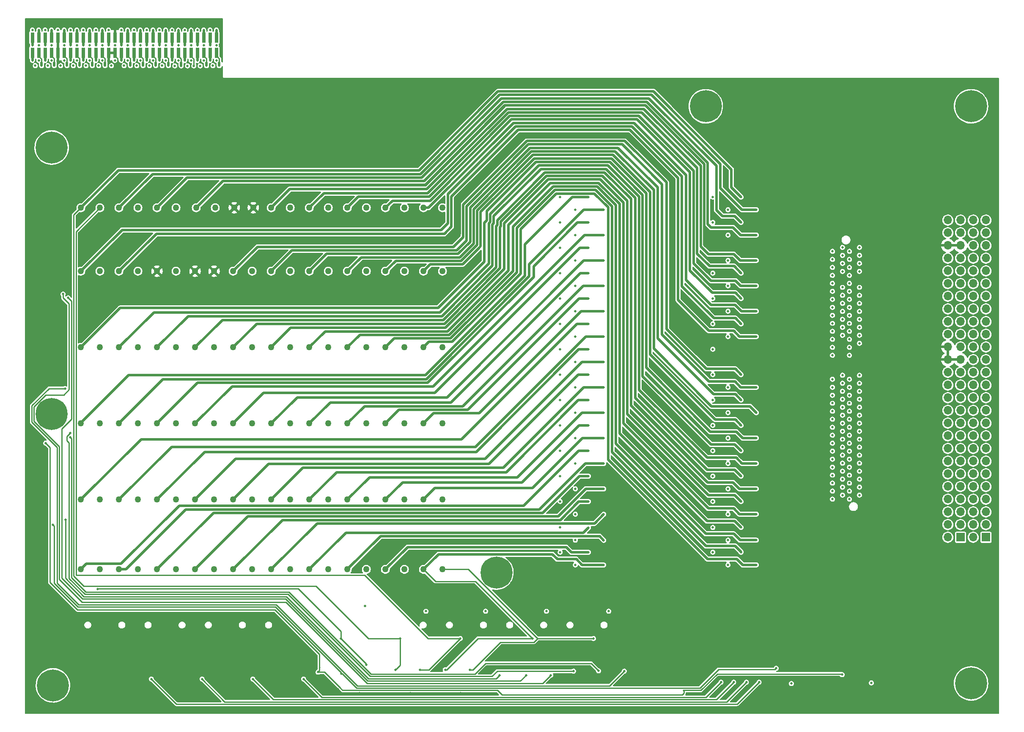
<source format=gbl>
G04 #@! TF.GenerationSoftware,KiCad,Pcbnew,(6.0.5)*
G04 #@! TF.CreationDate,2022-09-09T14:32:11-04:00*
G04 #@! TF.ProjectId,backplane-breaout-big,6261636b-706c-4616-9e65-2d627265616f,rev?*
G04 #@! TF.SameCoordinates,Original*
G04 #@! TF.FileFunction,Copper,L6,Bot*
G04 #@! TF.FilePolarity,Positive*
%FSLAX46Y46*%
G04 Gerber Fmt 4.6, Leading zero omitted, Abs format (unit mm)*
G04 Created by KiCad (PCBNEW (6.0.5)) date 2022-09-09 14:32:11*
%MOMM*%
%LPD*%
G01*
G04 APERTURE LIST*
G04 #@! TA.AperFunction,ComponentPad*
%ADD10C,1.270000*%
G04 #@! TD*
G04 #@! TA.AperFunction,ComponentPad*
%ADD11C,3.600000*%
G04 #@! TD*
G04 #@! TA.AperFunction,ConnectorPad*
%ADD12C,6.400000*%
G04 #@! TD*
G04 #@! TA.AperFunction,ComponentPad*
%ADD13R,1.700000X1.700000*%
G04 #@! TD*
G04 #@! TA.AperFunction,ComponentPad*
%ADD14O,1.700000X1.700000*%
G04 #@! TD*
G04 #@! TA.AperFunction,SMDPad,CuDef*
%ADD15R,0.760000X2.030000*%
G04 #@! TD*
G04 #@! TA.AperFunction,ViaPad*
%ADD16C,0.500000*%
G04 #@! TD*
G04 #@! TA.AperFunction,Conductor*
%ADD17C,0.500000*%
G04 #@! TD*
G04 #@! TA.AperFunction,Conductor*
%ADD18C,0.250000*%
G04 #@! TD*
G04 APERTURE END LIST*
D10*
X185420000Y-156210000D03*
X181610000Y-156210000D03*
X185420000Y-111754524D03*
X181610000Y-111754524D03*
X177800000Y-156210000D03*
X173990000Y-156210000D03*
X177800000Y-111754524D03*
X173990000Y-111754524D03*
X170180000Y-156210000D03*
X166370000Y-156210000D03*
X170180000Y-111754524D03*
X166370000Y-111754524D03*
X162560000Y-156210000D03*
X158750000Y-156210000D03*
X162560000Y-111754524D03*
X158750000Y-111754524D03*
X154940000Y-156210000D03*
X151130000Y-156210000D03*
X154940000Y-111754524D03*
X151130000Y-111754524D03*
X147320000Y-156210000D03*
X143510000Y-156210000D03*
X147320000Y-111754524D03*
X143510000Y-111754524D03*
X139700000Y-156210000D03*
X135890000Y-156210000D03*
X139700000Y-111754524D03*
X135890000Y-111754524D03*
X132080000Y-156210000D03*
X128270000Y-156210000D03*
X132080000Y-111754524D03*
X128270000Y-111754524D03*
X124460000Y-156210000D03*
X120650000Y-156210000D03*
X124460000Y-111754524D03*
X120650000Y-111754524D03*
X116840000Y-156210000D03*
X113030000Y-156204524D03*
X116840000Y-111754524D03*
X113030000Y-111754524D03*
X185420000Y-142234524D03*
X181610000Y-142234524D03*
X185420000Y-96514524D03*
X181610000Y-96514524D03*
X177800000Y-142234524D03*
X173990000Y-142234524D03*
X177800000Y-96514524D03*
X173990000Y-96514524D03*
X170180000Y-142234524D03*
X166370000Y-142234524D03*
X170180000Y-96514524D03*
X166370000Y-96514524D03*
X162560000Y-142234524D03*
X158750000Y-142234524D03*
X162560000Y-96514524D03*
X158750000Y-96514524D03*
X154940000Y-142234524D03*
X151130000Y-142234524D03*
X154940000Y-96514524D03*
X151130000Y-96514524D03*
X147320000Y-142234524D03*
X143510000Y-142234524D03*
X147320000Y-96514524D03*
X143510000Y-96514524D03*
X139700000Y-142234524D03*
X135890000Y-142234524D03*
X139700000Y-96514524D03*
X135890000Y-96514524D03*
X132080000Y-142234524D03*
X128270000Y-142234524D03*
X132080000Y-96514524D03*
X128270000Y-96514524D03*
X124460000Y-142234524D03*
X120650000Y-142234524D03*
X124460000Y-96514524D03*
X120650000Y-96514524D03*
X116840000Y-142234524D03*
X113030000Y-142234524D03*
X116840000Y-96514524D03*
X113030000Y-96514524D03*
X185420000Y-126994524D03*
X181610000Y-126994524D03*
X185420000Y-83814524D03*
X181610000Y-83814524D03*
X177800000Y-126994524D03*
X173990000Y-126994524D03*
X177800000Y-83814524D03*
X173990000Y-83814524D03*
X170180000Y-126994524D03*
X166370000Y-126994524D03*
X170180000Y-83814524D03*
X166370000Y-83814524D03*
X162560000Y-126994524D03*
X158750000Y-126994524D03*
X162560000Y-83814524D03*
X158750000Y-83814524D03*
X154940000Y-126994524D03*
X151130000Y-126994524D03*
X154940000Y-83814524D03*
X151130000Y-83814524D03*
X147320000Y-126994524D03*
X143510000Y-126994524D03*
X147555000Y-83814524D03*
X143745000Y-83814524D03*
X139700000Y-126994524D03*
X135890000Y-126994524D03*
X139935000Y-83814524D03*
X136125000Y-83814524D03*
X132080000Y-126994524D03*
X128270000Y-126994524D03*
X132080000Y-83814524D03*
X128270000Y-83814524D03*
X124460000Y-126994524D03*
X120650000Y-126994524D03*
X124460000Y-83814524D03*
X120650000Y-83814524D03*
X116840000Y-126994524D03*
X113030000Y-126994524D03*
X116840000Y-83814524D03*
X113030000Y-83814524D03*
D11*
X107188000Y-71755000D03*
D12*
X107188000Y-71755000D03*
X291231066Y-179059992D03*
D11*
X291231066Y-179059992D03*
X107188000Y-125095000D03*
D12*
X107188000Y-125095000D03*
X291231066Y-63500000D03*
D11*
X291231066Y-63500000D03*
D12*
X196215000Y-156845000D03*
D11*
X196215000Y-156845000D03*
D13*
X294199020Y-149790000D03*
D14*
X291659020Y-149790000D03*
X294199020Y-147250000D03*
X291659020Y-147250000D03*
X294199020Y-144710000D03*
X291659020Y-144710000D03*
X294199020Y-142170000D03*
X291659020Y-142170000D03*
X294199020Y-139630000D03*
X291659020Y-139630000D03*
X294199020Y-137090000D03*
X291659020Y-137090000D03*
X294199020Y-134550000D03*
X291659020Y-134550000D03*
X294199020Y-132010000D03*
X291659020Y-132010000D03*
X294199020Y-129470000D03*
X291659020Y-129470000D03*
X294199020Y-126930000D03*
X291659020Y-126930000D03*
X294199020Y-124390000D03*
X291659020Y-124390000D03*
X294199020Y-121850000D03*
X291659020Y-121850000D03*
X294199020Y-119310000D03*
X291659020Y-119310000D03*
X294199020Y-116770000D03*
X291659020Y-116770000D03*
X294199020Y-114230000D03*
X291659020Y-114230000D03*
X294199020Y-111690000D03*
X291659020Y-111690000D03*
X294199020Y-109150000D03*
X291659020Y-109150000D03*
X294199020Y-106610000D03*
X291659020Y-106610000D03*
X294199020Y-104070000D03*
X291659020Y-104070000D03*
X294199020Y-101530000D03*
X291659020Y-101530000D03*
X294199020Y-98990000D03*
X291659020Y-98990000D03*
X294199020Y-96450000D03*
X291659020Y-96450000D03*
X294199020Y-93910000D03*
X291659020Y-93910000D03*
X294199020Y-91370000D03*
X291659020Y-91370000D03*
X294199020Y-88830000D03*
X291659020Y-88830000D03*
X294199020Y-86290000D03*
X291659020Y-86290000D03*
D12*
X107442000Y-179440992D03*
D11*
X107442000Y-179440992D03*
D12*
X238125000Y-63500000D03*
D11*
X238125000Y-63500000D03*
D13*
X289120000Y-149790000D03*
D14*
X286580000Y-149790000D03*
X289120000Y-147250000D03*
X286580000Y-147250000D03*
X289120000Y-144710000D03*
X286580000Y-144710000D03*
X289120000Y-142170000D03*
X286580000Y-142170000D03*
X289120000Y-139630000D03*
X286580000Y-139630000D03*
X289120000Y-137090000D03*
X286580000Y-137090000D03*
X289120000Y-134550000D03*
X286580000Y-134550000D03*
X289120000Y-132010000D03*
X286580000Y-132010000D03*
X289120000Y-129470000D03*
X286580000Y-129470000D03*
X289120000Y-126930000D03*
X286580000Y-126930000D03*
X289120000Y-124390000D03*
X286580000Y-124390000D03*
X289120000Y-121850000D03*
X286580000Y-121850000D03*
X289120000Y-119310000D03*
X286580000Y-119310000D03*
X289120000Y-116770000D03*
X286580000Y-116770000D03*
X289120000Y-114230000D03*
X286580000Y-114230000D03*
X289120000Y-111690000D03*
X286580000Y-111690000D03*
X289120000Y-109150000D03*
X286580000Y-109150000D03*
X289120000Y-106610000D03*
X286580000Y-106610000D03*
X289120000Y-104070000D03*
X286580000Y-104070000D03*
X289120000Y-101530000D03*
X286580000Y-101530000D03*
X289120000Y-98990000D03*
X286580000Y-98990000D03*
X289120000Y-96450000D03*
X286580000Y-96450000D03*
X289120000Y-93910000D03*
X286580000Y-93910000D03*
X289120000Y-91370000D03*
X286580000Y-91370000D03*
X289120000Y-88830000D03*
X286580000Y-88830000D03*
X289120000Y-86290000D03*
X286580000Y-86290000D03*
D15*
X140160000Y-49745000D03*
X140160000Y-52795000D03*
X138890000Y-49745000D03*
X138890000Y-52795000D03*
X137620000Y-49745000D03*
X137620000Y-52795000D03*
X136350000Y-49745000D03*
X136350000Y-52795000D03*
X135080000Y-49745000D03*
X135080000Y-52795000D03*
X133810000Y-49745000D03*
X133810000Y-52795000D03*
X132540000Y-49745000D03*
X132540000Y-52795000D03*
X131270000Y-49745000D03*
X131270000Y-52795000D03*
X130000000Y-49745000D03*
X130000000Y-52795000D03*
X128730000Y-49745000D03*
X128730000Y-52795000D03*
X127460000Y-49745000D03*
X127460000Y-52795000D03*
X126190000Y-49745000D03*
X126190000Y-52795000D03*
X124920000Y-49745000D03*
X124920000Y-52795000D03*
X123650000Y-49745000D03*
X123650000Y-52795000D03*
X122380000Y-49745000D03*
X122380000Y-52795000D03*
X121110000Y-49745000D03*
X121110000Y-52795000D03*
X119840000Y-49745000D03*
X119840000Y-52795000D03*
X118570000Y-49745000D03*
X118570000Y-52795000D03*
X117300000Y-49745000D03*
X117300000Y-52795000D03*
X116030000Y-49745000D03*
X116030000Y-52795000D03*
X114760000Y-49745000D03*
X114760000Y-52795000D03*
X113490000Y-49745000D03*
X113490000Y-52795000D03*
X112220000Y-49745000D03*
X112220000Y-52795000D03*
X110950000Y-49745000D03*
X110950000Y-52795000D03*
X109680000Y-49745000D03*
X109680000Y-52795000D03*
X108410000Y-49745000D03*
X108410000Y-52795000D03*
X107140000Y-49745000D03*
X107140000Y-52795000D03*
X105870000Y-49745000D03*
X105870000Y-52795000D03*
X104600000Y-49745000D03*
X104600000Y-52795000D03*
X103330000Y-49745000D03*
X103330000Y-52795000D03*
D16*
X217690000Y-119786400D03*
X122380000Y-51257000D03*
X263492000Y-119750000D03*
X212025800Y-119761000D03*
X266892000Y-119750000D03*
X122380000Y-54305000D03*
X245190800Y-122301000D03*
X265492000Y-120550000D03*
X123650000Y-54305000D03*
X239550800Y-122301000D03*
X268892000Y-120550000D03*
X123650000Y-51257000D03*
X214649000Y-122326400D03*
X263492000Y-121350000D03*
X123649600Y-48234800D03*
X124234000Y-55372000D03*
X208984800Y-122301000D03*
X266892000Y-121350000D03*
X125504000Y-55372000D03*
X265492000Y-122150000D03*
X248250800Y-124841000D03*
X242591800Y-124841000D03*
X268892000Y-122150000D03*
X124919600Y-48234800D03*
X217690000Y-124866400D03*
X124920000Y-51257000D03*
X263492000Y-122950000D03*
X124920000Y-54305000D03*
X212025800Y-124841000D03*
X266892000Y-122950000D03*
X126190000Y-54305000D03*
X245190800Y-127381000D03*
X265492000Y-123750000D03*
X239550800Y-127381000D03*
X268892000Y-123750000D03*
X126190000Y-51257000D03*
X126189600Y-48234800D03*
X214649000Y-127406400D03*
X263492000Y-124550000D03*
X126774000Y-55372000D03*
X208984800Y-127381000D03*
X266892000Y-124550000D03*
X265492000Y-125350000D03*
X248250800Y-129921000D03*
X128044000Y-55372000D03*
X127459600Y-48234800D03*
X268892000Y-125350000D03*
X242591800Y-129921000D03*
X217690000Y-129946400D03*
X127460000Y-51257000D03*
X263492000Y-126150000D03*
X212025800Y-129921000D03*
X266892000Y-126150000D03*
X127460000Y-54305000D03*
X128730000Y-54305000D03*
X245190800Y-132461000D03*
X265492000Y-126950000D03*
X268892000Y-126950000D03*
X128730000Y-51257000D03*
X239550800Y-132461000D03*
X263492000Y-127750000D03*
X128729600Y-48234800D03*
X214649000Y-132486400D03*
X248250800Y-135001000D03*
X265492000Y-128550000D03*
X130584000Y-55372000D03*
X268892000Y-128550000D03*
X129999600Y-48234800D03*
X242591800Y-135001000D03*
X217690000Y-135026400D03*
X263492000Y-129350000D03*
X130000000Y-51257000D03*
X212025800Y-135001000D03*
X266892000Y-129350000D03*
X130000000Y-54305000D03*
X265492000Y-130150000D03*
X131270000Y-54330400D03*
X245190800Y-137541000D03*
X239550800Y-137541000D03*
X268892000Y-130150000D03*
X131270000Y-51282400D03*
X131269600Y-48260200D03*
X263492000Y-130950000D03*
X214649000Y-137566400D03*
X266892000Y-130950000D03*
X208984800Y-137541000D03*
X131854000Y-55397400D03*
X133124000Y-55397400D03*
X265492000Y-131750000D03*
X248250800Y-140081000D03*
X132539600Y-48260200D03*
X242591800Y-140081000D03*
X268892000Y-131750000D03*
X263492000Y-132550000D03*
X217690000Y-140106400D03*
X132540000Y-51282400D03*
X266892000Y-132550000D03*
X212025800Y-140081000D03*
X132540000Y-54330400D03*
X133810000Y-54330400D03*
X245190800Y-142621000D03*
X265492000Y-133350000D03*
X133810000Y-51282400D03*
X268892000Y-133350000D03*
X239550800Y-142621000D03*
X263492000Y-134150000D03*
X214649000Y-142646400D03*
X133809600Y-48260200D03*
X266892000Y-134150000D03*
X134394000Y-55397400D03*
X208984800Y-142621000D03*
X248250800Y-145161000D03*
X135664000Y-55397400D03*
X265492000Y-134950000D03*
X268892000Y-134950000D03*
X135079600Y-48260200D03*
X242591800Y-145161000D03*
X217690000Y-145186400D03*
X135080000Y-51282400D03*
X263492000Y-135750000D03*
X135080000Y-54330400D03*
X212025800Y-145161000D03*
X266892000Y-135750000D03*
X265492000Y-136550000D03*
X245190800Y-147828000D03*
X136350000Y-54330400D03*
X239550800Y-147828000D03*
X268892000Y-136550000D03*
X136350000Y-51282400D03*
X214649000Y-147853400D03*
X136349600Y-48260200D03*
X263492000Y-137350000D03*
X266892000Y-137350000D03*
X136934000Y-55397400D03*
X208984800Y-147828000D03*
X265492000Y-138150000D03*
X248250800Y-150368000D03*
X138204000Y-55372000D03*
X268892000Y-138150000D03*
X242591800Y-150368000D03*
X137619600Y-48234800D03*
X137620000Y-51257000D03*
X263492000Y-138950000D03*
X217690000Y-150393400D03*
X137620000Y-54305000D03*
X212025800Y-150368000D03*
X266892000Y-138950000D03*
X138890000Y-54305000D03*
X265492000Y-139750000D03*
X245190800Y-152781000D03*
X138890000Y-51257000D03*
X268892000Y-139750000D03*
X221805500Y-176593500D03*
X239550800Y-152781000D03*
X109855000Y-120015000D03*
X138889600Y-48234800D03*
X214649000Y-152806400D03*
X263492000Y-140550000D03*
X139474000Y-55372000D03*
X208984800Y-152781000D03*
X266892000Y-140550000D03*
X140744000Y-55372000D03*
X248250800Y-155321000D03*
X265492000Y-141350000D03*
X268892000Y-141350000D03*
X140159600Y-48234800D03*
X242591800Y-155321000D03*
X203454000Y-170053000D03*
X217690000Y-155346400D03*
X263492000Y-142150000D03*
X185962457Y-176316878D03*
X140160000Y-51257000D03*
X266892000Y-142150000D03*
X215646000Y-170053000D03*
X140160000Y-54305000D03*
X212025800Y-155321000D03*
X190925622Y-176316878D03*
X103330000Y-54305000D03*
X176911000Y-170053000D03*
X265492000Y-91750000D03*
X245190800Y-81674000D03*
X176006050Y-176316878D03*
X188976000Y-170053000D03*
X239550800Y-81674000D03*
X180882457Y-176316878D03*
X103330000Y-51257000D03*
X268892000Y-91750000D03*
X103329600Y-48234800D03*
X211645500Y-176593500D03*
X214649000Y-81699400D03*
X110943260Y-128899851D03*
X263492000Y-92550000D03*
X216664000Y-176528000D03*
X208984800Y-81674000D03*
X110913551Y-129791292D03*
X103914000Y-55372000D03*
X266892000Y-92550000D03*
X105177700Y-55375019D03*
X265492000Y-93350000D03*
X248250800Y-84214000D03*
X104599600Y-48234800D03*
X268892000Y-93350000D03*
X242591800Y-84214000D03*
X104600000Y-51257000D03*
X263492000Y-94150000D03*
X217672825Y-84256035D03*
X266892000Y-94150000D03*
X212025800Y-84214000D03*
X104600000Y-54305000D03*
X245190800Y-86741000D03*
X265492000Y-94950000D03*
X105870000Y-54305000D03*
X182118000Y-164604504D03*
X194056000Y-164592000D03*
X239550800Y-86741000D03*
X268892000Y-94950000D03*
X105870000Y-51257000D03*
X206235496Y-164604504D03*
X105869600Y-48234800D03*
X263492000Y-95750000D03*
X214649000Y-86766400D03*
X266892000Y-95750000D03*
X218694000Y-164592000D03*
X106454000Y-55372000D03*
X208984800Y-86741000D03*
X212025800Y-109601000D03*
X266892000Y-110150000D03*
X109982000Y-146304000D03*
X117300000Y-54305000D03*
X196831000Y-177400000D03*
X263492000Y-98950000D03*
X108409600Y-48234800D03*
X214649000Y-91846400D03*
X212025800Y-89281000D03*
X266892000Y-97350000D03*
X107140000Y-54305000D03*
X271272000Y-178943000D03*
X160528000Y-176784000D03*
X208984800Y-91821000D03*
X266892000Y-98950000D03*
X108994000Y-55372000D03*
X265430000Y-177292000D03*
X105983750Y-130941202D03*
X109680000Y-51257000D03*
X217690000Y-94386400D03*
X263492000Y-100550000D03*
X212025800Y-94361000D03*
X266892000Y-100550000D03*
X109680000Y-54305000D03*
X265492000Y-101350000D03*
X245190800Y-96901000D03*
X110950000Y-54305000D03*
X110950000Y-51257000D03*
X268892000Y-101350000D03*
X239550800Y-96901000D03*
X263492000Y-102150000D03*
X214649000Y-96926400D03*
X110949600Y-48234800D03*
X208984800Y-96901000D03*
X111534000Y-55372000D03*
X266892000Y-102150000D03*
X248250800Y-99441000D03*
X112804000Y-55372000D03*
X265492000Y-102950000D03*
X242591800Y-99441000D03*
X268892000Y-102950000D03*
X112219600Y-48234800D03*
X217690000Y-99466400D03*
X263492000Y-103750000D03*
X112220000Y-51257000D03*
X212025800Y-99441000D03*
X266892000Y-103750000D03*
X112220000Y-54305000D03*
X113490000Y-54305000D03*
X265492000Y-104550000D03*
X245190800Y-101981000D03*
X113490000Y-51257000D03*
X268892000Y-104550000D03*
X239550800Y-101981000D03*
X214649000Y-102006400D03*
X263492000Y-105350000D03*
X113489600Y-48234800D03*
X208984800Y-101981000D03*
X266892000Y-105350000D03*
X114074000Y-55372000D03*
X265492000Y-106150000D03*
X115344000Y-55372000D03*
X248250800Y-104521000D03*
X268892000Y-106150000D03*
X114759600Y-48234800D03*
X242591800Y-104521000D03*
X263492000Y-106950000D03*
X217690000Y-104546400D03*
X114760000Y-51257000D03*
X114760000Y-54305000D03*
X266892000Y-106950000D03*
X212025800Y-104521000D03*
X116030000Y-54305000D03*
X265492000Y-107750000D03*
X245190800Y-107061000D03*
X239550800Y-107061000D03*
X268892000Y-107750000D03*
X116030000Y-51257000D03*
X214649000Y-107086400D03*
X263492000Y-108550000D03*
X116029600Y-48234800D03*
X266892000Y-108550000D03*
X208984800Y-107061000D03*
X116614000Y-55372000D03*
X265492000Y-109350000D03*
X117884000Y-55372000D03*
X248250800Y-109601000D03*
X268892000Y-109350000D03*
X117299600Y-48234800D03*
X242591800Y-109601000D03*
X117300000Y-51257000D03*
X263492000Y-110150000D03*
X217690000Y-109626400D03*
X239550800Y-112141000D03*
X268892000Y-110950000D03*
X118570000Y-51257000D03*
X208984800Y-112141000D03*
X266892000Y-111750000D03*
X119154000Y-55372000D03*
X119840000Y-51257000D03*
X217690000Y-114706400D03*
X263492000Y-113350000D03*
X212025800Y-114681000D03*
X119840000Y-54305000D03*
X252222000Y-176022000D03*
X107442000Y-147320000D03*
X255270000Y-179070000D03*
X165156912Y-177081118D03*
X266892000Y-113350000D03*
X121109600Y-48234800D03*
X263492000Y-118150000D03*
X214649000Y-117246400D03*
X121694000Y-55372000D03*
X208984800Y-117221000D03*
X266892000Y-118150000D03*
X266892000Y-127750000D03*
X129314000Y-55372000D03*
X165100000Y-170053000D03*
X170180000Y-175290833D03*
X116440282Y-160171456D03*
X208984800Y-132461000D03*
X263492000Y-111750000D03*
X118569600Y-48234800D03*
X214649000Y-112166400D03*
X157607000Y-178181000D03*
X241173000Y-178816000D03*
X147447000Y-178181000D03*
X243713000Y-178816000D03*
X246253000Y-178816000D03*
X137287000Y-178181000D03*
X127127000Y-178181000D03*
X248793000Y-178816000D03*
X263492000Y-97350000D03*
X107140000Y-51257000D03*
X217690000Y-89306400D03*
X242591800Y-119761000D03*
X268892000Y-118950000D03*
X122379600Y-48234800D03*
X265492000Y-118950000D03*
X248250800Y-119761000D03*
X202165000Y-177400000D03*
X122964000Y-55372000D03*
X110490000Y-101854000D03*
X268892000Y-117350000D03*
X121110000Y-51257000D03*
X109474000Y-101092000D03*
X207118000Y-177400000D03*
X239550800Y-117221000D03*
X121110000Y-54305000D03*
X265492000Y-117350000D03*
X245190800Y-117221000D03*
X108410000Y-54305000D03*
X224536000Y-175768000D03*
X246507000Y-161290000D03*
X242591800Y-114681000D03*
X239550800Y-91821000D03*
X243967000Y-170180000D03*
X133223000Y-175768000D03*
X164465000Y-180213000D03*
X204216000Y-175768000D03*
X108410000Y-51257000D03*
X178986797Y-181005833D03*
X248250800Y-114681000D03*
X229743000Y-175768000D03*
X265492000Y-98150000D03*
X219456000Y-175768000D03*
X189074738Y-181005833D03*
X153543000Y-175768000D03*
X118570000Y-54305000D03*
X158496000Y-175768000D03*
X143256000Y-175768000D03*
X246507000Y-170180000D03*
X120424000Y-55372000D03*
X241427000Y-161290000D03*
X122918000Y-175750000D03*
X199263000Y-175768000D03*
X138303000Y-175768000D03*
X183812040Y-181259833D03*
X234569000Y-175768000D03*
X265492000Y-112550000D03*
X117983000Y-175641000D03*
X241427000Y-170180000D03*
X209423000Y-175768000D03*
X173818334Y-181259833D03*
X265492000Y-110950000D03*
X269552000Y-175572000D03*
X268892000Y-98150000D03*
X249047000Y-161290000D03*
X245190800Y-91821000D03*
X249047000Y-170180000D03*
X243967000Y-161290000D03*
X214376000Y-175768000D03*
X160965000Y-180030000D03*
X128016000Y-175768000D03*
X148463000Y-175768000D03*
X195072000Y-176276000D03*
X168826797Y-181005833D03*
X245190800Y-112141000D03*
X268892000Y-112550000D03*
X266288004Y-175671996D03*
X119839600Y-48234800D03*
X268892000Y-99750000D03*
X109679600Y-48234800D03*
X242591800Y-94361000D03*
X265492000Y-99750000D03*
X110264000Y-55372000D03*
X248250800Y-94361000D03*
X268892000Y-96550000D03*
X107139600Y-48234800D03*
X242591800Y-89281000D03*
X169913496Y-163576000D03*
X248250800Y-89281000D03*
X107724000Y-55372000D03*
X265492000Y-96550000D03*
D17*
X213715600Y-119786400D02*
X217690000Y-119786400D01*
X157474524Y-135890000D02*
X197612000Y-135890000D01*
X151130000Y-142234524D02*
X157474524Y-135890000D01*
X197612000Y-135890000D02*
X213715600Y-119786400D01*
X202930218Y-71831133D02*
X220548133Y-71831133D01*
X220548133Y-71831133D02*
X228473000Y-79756000D01*
X244047800Y-121158000D02*
X245190800Y-122301000D01*
X228473000Y-109982000D02*
X239649000Y-121158000D01*
X228473000Y-79756000D02*
X228473000Y-109982000D01*
X190957133Y-90662217D02*
X190957133Y-83804218D01*
X239649000Y-121158000D02*
X244047800Y-121158000D01*
X190957133Y-83804218D02*
X202930218Y-71831133D01*
X188579216Y-93040133D02*
X190957133Y-90662217D01*
X158750000Y-96514524D02*
X162224391Y-93040133D01*
X123650000Y-52795000D02*
X123650000Y-54305000D01*
X162224391Y-93040133D02*
X188579216Y-93040133D01*
X123650000Y-49745000D02*
X123650000Y-51105000D01*
X123650000Y-51105000D02*
X123650000Y-51257000D01*
X164205524Y-136779000D02*
X198170800Y-136779000D01*
X158750000Y-142234524D02*
X164205524Y-136779000D01*
X198170800Y-136779000D02*
X212623400Y-122326400D01*
X212623400Y-122326400D02*
X214649000Y-122326400D01*
X227711000Y-112014000D02*
X239268000Y-123571000D01*
X125498201Y-54742799D02*
X125498201Y-55366201D01*
X166370000Y-96514524D02*
X169141680Y-93742844D01*
X203221291Y-72533844D02*
X219980844Y-72533844D01*
X169141680Y-93742844D02*
X188870288Y-93742844D01*
D18*
X124920000Y-53424262D02*
X125498201Y-54002463D01*
D17*
X227711000Y-80264000D02*
X227711000Y-112014000D01*
X219980844Y-72533844D02*
X227711000Y-80264000D01*
X246980800Y-123571000D02*
X248250800Y-124841000D01*
X191659844Y-90953290D02*
X191659844Y-84095291D01*
X125498201Y-55366201D02*
X125504000Y-55372000D01*
D18*
X125498201Y-54002463D02*
X125498201Y-54557537D01*
D17*
X191659844Y-84095291D02*
X203221291Y-72533844D01*
X239268000Y-123571000D02*
X246980800Y-123571000D01*
X188870288Y-93742844D02*
X191659844Y-90953290D01*
X124919600Y-49744800D02*
X124919600Y-48234800D01*
X213334600Y-124866400D02*
X217690000Y-124866400D01*
X170809524Y-137795000D02*
X200406000Y-137795000D01*
X200406000Y-137795000D02*
X213334600Y-124866400D01*
X166370000Y-142234524D02*
X170809524Y-137795000D01*
X244047800Y-126238000D02*
X245190800Y-127381000D01*
X203512365Y-73236555D02*
X219562771Y-73236555D01*
X126190000Y-52795000D02*
X126190000Y-54305000D01*
X189161360Y-94445555D02*
X192362555Y-91244363D01*
X192362555Y-84386365D02*
X203512365Y-73236555D01*
X176058969Y-94445555D02*
X189161360Y-94445555D01*
X173990000Y-96514524D02*
X176058969Y-94445555D01*
X192362555Y-91244363D02*
X192362555Y-84386365D01*
X226949000Y-113157000D02*
X240030000Y-126238000D01*
X226949000Y-80622783D02*
X226949000Y-113157000D01*
X240030000Y-126238000D02*
X244047800Y-126238000D01*
X219562771Y-73236555D02*
X226949000Y-80622783D01*
X126190000Y-49745000D02*
X126190000Y-51105000D01*
X126190000Y-51105000D02*
X126190000Y-51257000D01*
X201345800Y-138811000D02*
X212750400Y-127406400D01*
X212750400Y-127406400D02*
X214649000Y-127406400D01*
X177413524Y-138811000D02*
X201345800Y-138811000D01*
X173990000Y-142234524D02*
X177413524Y-138811000D01*
X226187000Y-80876783D02*
X226187000Y-115824000D01*
X128038201Y-54742799D02*
X128038201Y-55366201D01*
X244221000Y-128651000D02*
X245491000Y-129921000D01*
X189452432Y-95148266D02*
X192653624Y-91947074D01*
X128038201Y-55366201D02*
X128044000Y-55372000D01*
X239014000Y-128651000D02*
X244221000Y-128651000D01*
X181610000Y-96514524D02*
X182976258Y-95148266D01*
X193065265Y-91535436D02*
X193065266Y-84677438D01*
X193065266Y-84677438D02*
X203803438Y-73939266D01*
X219249483Y-73939266D02*
X226187000Y-80876783D01*
X226187000Y-115824000D02*
X239014000Y-128651000D01*
X182976258Y-95148266D02*
X189452432Y-95148266D01*
D18*
X127460000Y-53424262D02*
X128038201Y-54002463D01*
D17*
X245491000Y-129921000D02*
X248250800Y-129921000D01*
X203803438Y-73939266D02*
X219249483Y-73939266D01*
D18*
X128038201Y-54002463D02*
X128038201Y-54557537D01*
D17*
X192653624Y-91947074D02*
X192653627Y-91947074D01*
X192653627Y-91947074D02*
X193065265Y-91535436D01*
X127459600Y-49744800D02*
X127459600Y-48234800D01*
X217690000Y-129946400D02*
X213461600Y-129946400D01*
X183890524Y-139954000D02*
X181610000Y-142234524D01*
X213461600Y-129946400D02*
X203454000Y-139954000D01*
X203454000Y-139954000D02*
X183890524Y-139954000D01*
X194275975Y-84489025D02*
X204123023Y-74641977D01*
X204123023Y-74641977D02*
X218913977Y-74641977D01*
X193767975Y-94649025D02*
X193767977Y-86873506D01*
X113030000Y-111754524D02*
X120898524Y-103886000D01*
X128730000Y-52795000D02*
X128730000Y-54305000D01*
X218913977Y-74641977D02*
X225484289Y-81212289D01*
X193767977Y-86873506D02*
X194275975Y-86365508D01*
X184531000Y-103886000D02*
X193767975Y-94649025D01*
X225484289Y-81212289D02*
X225484289Y-117534289D01*
X225484289Y-117534289D02*
X239141000Y-131191000D01*
X239141000Y-131191000D02*
X243920800Y-131191000D01*
X243920800Y-131191000D02*
X245190800Y-132461000D01*
X120898524Y-103886000D02*
X184531000Y-103886000D01*
X194275975Y-86365508D02*
X194275975Y-84489025D01*
X128730000Y-51105000D02*
X128730000Y-51257000D01*
X128730000Y-49745000D02*
X128730000Y-51105000D01*
X113030000Y-156204524D02*
X114112235Y-155122289D01*
X121100546Y-155122289D02*
X132712835Y-143510000D01*
X212699600Y-132486400D02*
X214649000Y-132486400D01*
X201676000Y-143510000D02*
X212699600Y-132486400D01*
X114112235Y-155122289D02*
X121100546Y-155122289D01*
X132712835Y-143510000D02*
X201676000Y-143510000D01*
X245364000Y-135001000D02*
X248250800Y-135001000D01*
X130578201Y-55366201D02*
X130584000Y-55372000D01*
X127629524Y-104775000D02*
X184912000Y-104775000D01*
X224781578Y-81630361D02*
X224781578Y-120260578D01*
X244221000Y-133858000D02*
X245364000Y-135001000D01*
X184912000Y-104775000D02*
X194724688Y-94962312D01*
X194724688Y-86910578D02*
X194978686Y-86656581D01*
X194978686Y-85056314D02*
X204690312Y-75344688D01*
D18*
X130578201Y-54002463D02*
X130578201Y-54557537D01*
D17*
X224781578Y-120260578D02*
X238379000Y-133858000D01*
X238379000Y-133858000D02*
X244221000Y-133858000D01*
X204690312Y-75344688D02*
X218495905Y-75344688D01*
X194978686Y-86656581D02*
X194978686Y-85056314D01*
X218495905Y-75344688D02*
X224781578Y-81630361D01*
X194724688Y-94962312D02*
X194724688Y-86910578D01*
D18*
X130000000Y-53424262D02*
X130578201Y-54002463D01*
D17*
X120650000Y-111754524D02*
X127629524Y-104775000D01*
X130578201Y-54742799D02*
X130578201Y-55366201D01*
X129999600Y-49744800D02*
X129999600Y-48234800D01*
X217664600Y-135001000D02*
X213995000Y-135001000D01*
X122044470Y-156210000D02*
X120650000Y-156210000D01*
X134041759Y-144212711D02*
X122044470Y-156210000D01*
X217690000Y-135026400D02*
X217664600Y-135001000D01*
X204783289Y-144212711D02*
X134041759Y-144212711D01*
X213995000Y-135001000D02*
X204783289Y-144212711D01*
X195427399Y-95402601D02*
X195427399Y-87201652D01*
X128270000Y-111754524D02*
X134487524Y-105537000D01*
X185293000Y-105537000D02*
X195427399Y-95402601D01*
X238379000Y-136271000D02*
X243920800Y-136271000D01*
X195681393Y-86947661D02*
X195681395Y-85496605D01*
X195427399Y-87201652D02*
X195681393Y-86947661D01*
X134487524Y-105537000D02*
X185293000Y-105537000D01*
X131270000Y-52820400D02*
X131270000Y-54330400D01*
X224028000Y-81870567D02*
X224028000Y-121920000D01*
X218208217Y-76050783D02*
X224028000Y-81870567D01*
X205127217Y-76050783D02*
X218208217Y-76050783D01*
X243920800Y-136271000D02*
X245190800Y-137541000D01*
X224028000Y-121920000D02*
X238379000Y-136271000D01*
X195681395Y-85496605D02*
X205127217Y-76050783D01*
X131270000Y-49770400D02*
X131270000Y-51130400D01*
X131270000Y-51130400D02*
X131270000Y-51282400D01*
X212804383Y-137566400D02*
X214649000Y-137566400D01*
X205455361Y-144915422D02*
X212804383Y-137566400D01*
X139564578Y-144915422D02*
X205455361Y-144915422D01*
X128270000Y-156210000D02*
X139564578Y-144915422D01*
X217850494Y-76753494D02*
X223139000Y-82042000D01*
X205926289Y-76753494D02*
X217850494Y-76753494D01*
X223139000Y-82042000D02*
X223139000Y-123444000D01*
X243586000Y-138811000D02*
X244856000Y-140081000D01*
X196384104Y-86295679D02*
X205926289Y-76753494D01*
X238506000Y-138811000D02*
X243586000Y-138811000D01*
X196130110Y-87492727D02*
X196384104Y-87238734D01*
D18*
X133118201Y-54027863D02*
X133118201Y-54582937D01*
D17*
X196384104Y-87238734D02*
X196384104Y-86295679D01*
X185547000Y-106299000D02*
X196130109Y-95715891D01*
X244856000Y-140081000D02*
X248250800Y-140081000D01*
X223139000Y-123444000D02*
X238506000Y-138811000D01*
X196130109Y-95715891D02*
X196130110Y-87492727D01*
D18*
X132540000Y-53449662D02*
X133118201Y-54027863D01*
D17*
X135890000Y-111754524D02*
X141345524Y-106299000D01*
X133118201Y-55391601D02*
X133124000Y-55397400D01*
X141345524Y-106299000D02*
X185547000Y-106299000D01*
X133118201Y-54768199D02*
X133118201Y-55391601D01*
X132539600Y-49770200D02*
X132539600Y-48260200D01*
X217690000Y-140106400D02*
X217664600Y-140081000D01*
X146481867Y-145618133D02*
X208584867Y-145618133D01*
X135890000Y-156210000D02*
X146481867Y-145618133D01*
X217664600Y-140081000D02*
X214122000Y-140081000D01*
X214122000Y-140081000D02*
X208584867Y-145618133D01*
X222377000Y-82423000D02*
X222377000Y-125095000D01*
X148203524Y-107061000D02*
X185801000Y-107061000D01*
X222377000Y-125095000D02*
X238633000Y-141351000D01*
X197086817Y-86608967D02*
X206239579Y-77456205D01*
X243920800Y-141351000D02*
X245190800Y-142621000D01*
X196959819Y-87656802D02*
X197086814Y-87529808D01*
X185801000Y-107061000D02*
X196959819Y-95902181D01*
X206239579Y-77456205D02*
X217410205Y-77456205D01*
X133810000Y-52795000D02*
X133810000Y-54330400D01*
X238633000Y-141351000D02*
X243920800Y-141351000D01*
X197086814Y-87529808D02*
X197086817Y-86608967D01*
X196959819Y-95902181D02*
X196959819Y-87656802D01*
X217410205Y-77456205D02*
X222377000Y-82423000D01*
X143510000Y-111754524D02*
X148203524Y-107061000D01*
X133809600Y-49770200D02*
X133809600Y-51280200D01*
X209002940Y-146320844D02*
X212677384Y-142646400D01*
X212677384Y-142646400D02*
X214649000Y-142646400D01*
X153399156Y-146320844D02*
X209002940Y-146320844D01*
X143510000Y-156210000D02*
X153399156Y-146320844D01*
D18*
X135664000Y-54040062D02*
X135079399Y-53455461D01*
D17*
X206552868Y-78158916D02*
X216969916Y-78158916D01*
X243713000Y-144018000D02*
X244856000Y-145161000D01*
X155028560Y-107855964D02*
X186022036Y-107855964D01*
X151130000Y-111754524D02*
X155028560Y-107855964D01*
X197789527Y-96088473D02*
X197789527Y-86922257D01*
X221615000Y-127000000D02*
X238633000Y-144018000D01*
D18*
X135664000Y-55397400D02*
X135664000Y-54040062D01*
D17*
X238633000Y-144018000D02*
X243713000Y-144018000D01*
X216969916Y-78158916D02*
X221615000Y-82804000D01*
X186022036Y-107855964D02*
X197789527Y-96088473D01*
X221615000Y-82804000D02*
X221615000Y-127000000D01*
X244856000Y-145161000D02*
X248250800Y-145161000D01*
X197789527Y-86922257D02*
X206552868Y-78158916D01*
X135080000Y-49770400D02*
X135080000Y-48410400D01*
X160316445Y-147023555D02*
X151130000Y-156210000D01*
X215852845Y-147023555D02*
X160316445Y-147023555D01*
X217690000Y-145186400D02*
X215852845Y-147023555D01*
X136350000Y-52795000D02*
X136350000Y-54330400D01*
X158750000Y-111754524D02*
X161945849Y-108558675D01*
X220853000Y-83035784D02*
X220853000Y-129032000D01*
X207015373Y-78861627D02*
X216678843Y-78861627D01*
X220853000Y-129032000D02*
X238379000Y-146558000D01*
X186462325Y-108558675D02*
X198628000Y-96393000D01*
X238379000Y-146558000D02*
X243920800Y-146558000D01*
X198628000Y-96393000D02*
X198628000Y-87249000D01*
X243920800Y-146558000D02*
X245190800Y-147828000D01*
X198628000Y-87249000D02*
X207015373Y-78861627D01*
X161945849Y-108558675D02*
X186462325Y-108558675D01*
X216678843Y-78861627D02*
X220853000Y-83035784D01*
X136349600Y-49770200D02*
X136349600Y-51280200D01*
X214649000Y-147853400D02*
X213633136Y-148869264D01*
X166090736Y-148869264D02*
X158750000Y-156210000D01*
X213633136Y-148869264D02*
X166090736Y-148869264D01*
D18*
X138197711Y-54008373D02*
X137619399Y-53430061D01*
D17*
X199517000Y-87630000D02*
X207582662Y-79564338D01*
X220091000Y-131064000D02*
X238125000Y-149098000D01*
D18*
X138197711Y-54748487D02*
X138197711Y-54008373D01*
D17*
X199517000Y-96497783D02*
X199517000Y-87630000D01*
X166370000Y-111754524D02*
X168863138Y-109261386D01*
X244983000Y-150368000D02*
X248250800Y-150368000D01*
X168863138Y-109261386D02*
X186753398Y-109261386D01*
X186753398Y-109261386D02*
X199517000Y-96497783D01*
X207582662Y-79564338D02*
X216387770Y-79564338D01*
D18*
X138197600Y-54748598D02*
X138197711Y-54748487D01*
D17*
X238125000Y-149098000D02*
X243713000Y-149098000D01*
X216387770Y-79564338D02*
X220091000Y-83267568D01*
X220091000Y-83267568D02*
X220091000Y-131064000D01*
X243713000Y-149098000D02*
X244983000Y-150368000D01*
X138197600Y-54748598D02*
X138197600Y-55372000D01*
X137620000Y-49745000D02*
X137620000Y-48385000D01*
X137619600Y-48234800D02*
X137619600Y-49744600D01*
X217690000Y-150393400D02*
X216868573Y-149571973D01*
X173008027Y-149571973D02*
X166370000Y-156210000D01*
X216868573Y-149571973D02*
X173008027Y-149571973D01*
X175780427Y-109964097D02*
X187044471Y-109964097D01*
X219329000Y-132715000D02*
X238125000Y-151511000D01*
X187044471Y-109964097D02*
X200279000Y-96729566D01*
X173990000Y-111754524D02*
X175780427Y-109964097D01*
X138890000Y-52795000D02*
X138890000Y-54305000D01*
X216096697Y-80267049D02*
X219329000Y-83499352D01*
X243967000Y-151511000D02*
X245190800Y-152734800D01*
X245190800Y-152734800D02*
X245190800Y-152781000D01*
X219329000Y-83499352D02*
X219329000Y-132715000D01*
X238125000Y-151511000D02*
X243967000Y-151511000D01*
X207895951Y-80267049D02*
X216096697Y-80267049D01*
X200279000Y-96729566D02*
X200279000Y-87884000D01*
X200279000Y-87884000D02*
X207895951Y-80267049D01*
X138889600Y-49744800D02*
X138889600Y-51254800D01*
D18*
X106638832Y-120015000D02*
X103207578Y-123446254D01*
X108259289Y-131795457D02*
X108259289Y-158937519D01*
X109855000Y-120015000D02*
X106638832Y-120015000D01*
X168415497Y-179522711D02*
X218876289Y-179522711D01*
X218876289Y-179522711D02*
X221805500Y-176593500D01*
X103207578Y-126743746D02*
X108259289Y-131795457D01*
X103207578Y-123446254D02*
X103207578Y-126743746D01*
X112588481Y-163266711D02*
X152159496Y-163266711D01*
X108259289Y-158937519D02*
X112588481Y-163266711D01*
X152159496Y-163266711D02*
X168415497Y-179522711D01*
D17*
X214649000Y-152806400D02*
X211226400Y-152806400D01*
X211226400Y-152806400D02*
X210185000Y-151765000D01*
X210185000Y-151765000D02*
X178435000Y-151765000D01*
X178435000Y-151765000D02*
X173990000Y-156210000D01*
X218567000Y-134239000D02*
X238506000Y-154178000D01*
X218567000Y-83731136D02*
X218567000Y-134239000D01*
D18*
X140160000Y-53372000D02*
X140432800Y-53644800D01*
D17*
X238506000Y-154178000D02*
X244348000Y-154178000D01*
X245491000Y-155321000D02*
X248250800Y-155321000D01*
X215805624Y-80969760D02*
X218567000Y-83731136D01*
D18*
X140737600Y-54748598D02*
X140737711Y-54748487D01*
D17*
X181610000Y-111754524D02*
X182697716Y-110666808D01*
X201041000Y-88138000D02*
X208209240Y-80969760D01*
D18*
X140737711Y-53949711D02*
X140737711Y-54748487D01*
X140432800Y-53644800D02*
X140737711Y-53949711D01*
D17*
X244348000Y-154178000D02*
X245491000Y-155321000D01*
X140737600Y-54748598D02*
X140737600Y-55372000D01*
X182697716Y-110666808D02*
X187335544Y-110666808D01*
X208209240Y-80969760D02*
X215805624Y-80969760D01*
X187335544Y-110666808D02*
X201041000Y-96961349D01*
X201041000Y-96961349D02*
X201041000Y-88138000D01*
X140160000Y-49745000D02*
X140160000Y-48385000D01*
X140159600Y-48234800D02*
X140159600Y-49744600D01*
D18*
X184023000Y-158623000D02*
X181610000Y-156210000D01*
D17*
X181610000Y-156210000D02*
X184627711Y-153192289D01*
X184627711Y-153192289D02*
X207421289Y-153192289D01*
X217690000Y-155346400D02*
X213385400Y-155346400D01*
X213385400Y-155346400D02*
X212217000Y-154178000D01*
D18*
X192480335Y-170053000D02*
X186216457Y-176316878D01*
X192024000Y-158623000D02*
X184023000Y-158623000D01*
X203454000Y-170053000D02*
X192024000Y-158623000D01*
X186216457Y-176316878D02*
X185962457Y-176316878D01*
D17*
X212217000Y-154178000D02*
X208407000Y-154178000D01*
X207421289Y-153192289D02*
X208407000Y-154178000D01*
D18*
X203454000Y-170053000D02*
X192480335Y-170053000D01*
X190591062Y-156210000D02*
X204434062Y-170053000D01*
X201295000Y-170815000D02*
X203672062Y-170815000D01*
X201295000Y-170815000D02*
X196977000Y-170815000D01*
X196977000Y-170815000D02*
X191475122Y-176316878D01*
X191475122Y-176316878D02*
X190925622Y-176316878D01*
X204434062Y-170053000D02*
X215646000Y-170053000D01*
X203672062Y-170815000D02*
X204434062Y-170053000D01*
X185420000Y-156210000D02*
X190591062Y-156210000D01*
D17*
X103330000Y-52795000D02*
X103330000Y-54305000D01*
D18*
X176911000Y-170053000D02*
X176911000Y-175411928D01*
X111610284Y-85234240D02*
X111610284Y-127295641D01*
D17*
X120517524Y-76327000D02*
X113030000Y-83814524D01*
X243272800Y-79756000D02*
X243272800Y-76140800D01*
D18*
X160097734Y-159589734D02*
X170561000Y-170053000D01*
X111610284Y-127295641D02*
X111594133Y-127311792D01*
X113030000Y-83814524D02*
X111610284Y-85234240D01*
X170561000Y-170053000D02*
X176911000Y-170053000D01*
D17*
X243272800Y-76140800D02*
X227647500Y-60515500D01*
X227647500Y-60515500D02*
X196532500Y-60515500D01*
X245190800Y-81674000D02*
X243272800Y-79756000D01*
X180721000Y-76327000D02*
X120517524Y-76327000D01*
D18*
X111594133Y-127311792D02*
X111594133Y-157562903D01*
X176911000Y-175411928D02*
X176006050Y-176316878D01*
D17*
X196532500Y-60515500D02*
X180721000Y-76327000D01*
D18*
X111594133Y-157562903D02*
X113620964Y-159589734D01*
X113620964Y-159589734D02*
X160097734Y-159589734D01*
X112046844Y-157375384D02*
X169821384Y-157375384D01*
X112046844Y-127499311D02*
X112046844Y-157375384D01*
D17*
X103330000Y-49745000D02*
X103330000Y-51105000D01*
D18*
X112062995Y-127483160D02*
X112046844Y-127499311D01*
X182712122Y-176316878D02*
X180882457Y-176316878D01*
X182499000Y-170053000D02*
X188976000Y-170053000D01*
X188976000Y-170053000D02*
X182712122Y-176316878D01*
X116840000Y-83814524D02*
X112062995Y-88591529D01*
X169821384Y-157375384D02*
X182499000Y-170053000D01*
X112062995Y-88591529D02*
X112062995Y-127483160D01*
D17*
X103330000Y-51105000D02*
X103330000Y-51257000D01*
X181991000Y-117348000D02*
X122555000Y-117348000D01*
D18*
X110943260Y-128899851D02*
X110238615Y-129604496D01*
D17*
X201930000Y-91186000D02*
X201930000Y-97409000D01*
D18*
X110238615Y-129604496D02*
X110238615Y-130426385D01*
X110238615Y-130426385D02*
X110688711Y-130876481D01*
D17*
X214649000Y-81699400D02*
X211416600Y-81699400D01*
X122555000Y-117348000D02*
X113030000Y-126873000D01*
D18*
X113836097Y-161201867D02*
X154486557Y-161201867D01*
X110688711Y-158054481D02*
X113836097Y-161201867D01*
X196400270Y-176593500D02*
X211645500Y-176593500D01*
X170920056Y-177635366D02*
X195358404Y-177635366D01*
X195358404Y-177635366D02*
X196400270Y-176593500D01*
D17*
X201930000Y-97409000D02*
X181991000Y-117348000D01*
D18*
X110688711Y-130876481D02*
X110688711Y-158054481D01*
X154486557Y-161201867D02*
X170920056Y-177635366D01*
D17*
X211416600Y-81699400D02*
X201930000Y-91186000D01*
D18*
X111141422Y-157866962D02*
X114023616Y-160749156D01*
X114023616Y-160749156D02*
X154674076Y-160749156D01*
X110913551Y-129791292D02*
X111141422Y-130019163D01*
X171073498Y-177148578D02*
X191902962Y-177148578D01*
X215176299Y-175040299D02*
X216664000Y-176528000D01*
X194011241Y-175040299D02*
X215176299Y-175040299D01*
X111141422Y-130019163D02*
X111141422Y-157866962D01*
X191902962Y-177148578D02*
X194011241Y-175040299D01*
X154674076Y-160749156D02*
X171073498Y-177148578D01*
D17*
X227207211Y-61218211D02*
X196845789Y-61218211D01*
X248250800Y-84214000D02*
X245377000Y-84214000D01*
X241046000Y-79883000D02*
X241046000Y-75057000D01*
D18*
X105177700Y-54065692D02*
X105177700Y-54715300D01*
D17*
X245377000Y-84214000D02*
X241046000Y-79883000D01*
X127375524Y-77089000D02*
X120650000Y-83814524D01*
D18*
X104600000Y-53487992D02*
X105177700Y-54065692D01*
D17*
X180975000Y-77089000D02*
X127375524Y-77089000D01*
X241046000Y-75057000D02*
X227207211Y-61218211D01*
X196845789Y-61218211D02*
X180975000Y-77089000D01*
X105177700Y-55375019D02*
X105177700Y-54715300D01*
X104599600Y-49744800D02*
X104599600Y-48234800D01*
X213685965Y-84256035D02*
X202807892Y-95134108D01*
X182155073Y-118177711D02*
X129466813Y-118177711D01*
X202807892Y-95134108D02*
X202807892Y-97524892D01*
X202807892Y-97524892D02*
X182155073Y-118177711D01*
X129466813Y-118177711D02*
X120650000Y-126994524D01*
X217672825Y-84256035D02*
X213685965Y-84256035D01*
X243920800Y-85471000D02*
X241427000Y-85471000D01*
X245190800Y-86741000D02*
X243920800Y-85471000D01*
X240284000Y-84328000D02*
X240284000Y-75438000D01*
X105870000Y-52795000D02*
X105870000Y-54305000D01*
X134292813Y-77791711D02*
X128270000Y-83814524D01*
X181288289Y-77791711D02*
X134292813Y-77791711D01*
X197159078Y-61920922D02*
X181288289Y-77791711D01*
X226766922Y-61920922D02*
X197159078Y-61920922D01*
X240284000Y-75438000D02*
X226766922Y-61920922D01*
X241427000Y-85471000D02*
X240284000Y-84328000D01*
X105870000Y-49745000D02*
X105870000Y-51105000D01*
X105870000Y-51105000D02*
X105870000Y-51257000D01*
X214649000Y-86766400D02*
X212445600Y-86766400D01*
X212445600Y-86766400D02*
X203685783Y-95526217D01*
X203685783Y-95526217D02*
X203685783Y-97640783D01*
X136384102Y-118880422D02*
X128270000Y-126994524D01*
X182446144Y-118880422D02*
X136384102Y-118880422D01*
X203685783Y-97640783D02*
X182446144Y-118880422D01*
D18*
X109982000Y-157988000D02*
X113648578Y-161654578D01*
X154171236Y-161654578D02*
X170604737Y-178088077D01*
X113648578Y-161654578D02*
X154171236Y-161654578D01*
X196142923Y-178088077D02*
X196831000Y-177400000D01*
X109982000Y-146304000D02*
X109982000Y-157988000D01*
X170604737Y-178088077D02*
X196142923Y-178088077D01*
D17*
X212953600Y-91846400D02*
X214649000Y-91846400D01*
X143510000Y-126994524D02*
X149600524Y-120904000D01*
X149600524Y-120904000D02*
X183896000Y-120904000D01*
X183896000Y-120904000D02*
X212953600Y-91846400D01*
D18*
X164704297Y-179635289D02*
X164649289Y-179635289D01*
X160849000Y-175835000D02*
X160782000Y-175835000D01*
X160782000Y-176530000D02*
X160528000Y-176784000D01*
X164649289Y-179635289D02*
X162179000Y-177165000D01*
X237147867Y-180428133D02*
X233620807Y-180428133D01*
X165042711Y-180028711D02*
X165042711Y-179973703D01*
X197353874Y-181355216D02*
X196426791Y-180428133D01*
X165042711Y-179973703D02*
X164704297Y-179635289D01*
X106845867Y-131803319D02*
X105983750Y-130941202D01*
X161798000Y-176784000D02*
X162179000Y-177165000D01*
X233620807Y-180428133D02*
X233730882Y-180538208D01*
X160782000Y-175006000D02*
X160782000Y-176530000D01*
X160528000Y-176784000D02*
X161798000Y-176784000D01*
X240411000Y-177165000D02*
X237147867Y-180428133D01*
X151892000Y-164338000D02*
X112379310Y-164338000D01*
X160782000Y-175006000D02*
X160782000Y-173228000D01*
X160782000Y-173228000D02*
X151892000Y-164338000D01*
X160782000Y-175835000D02*
X160782000Y-175006000D01*
X233730882Y-181016802D02*
X233392468Y-181355216D01*
X265303000Y-177165000D02*
X240411000Y-177165000D01*
X165442133Y-180428133D02*
X165042711Y-180028711D01*
X196426791Y-180428133D02*
X165442133Y-180428133D01*
X112379310Y-164338000D02*
X106845867Y-158804557D01*
X265430000Y-177292000D02*
X265303000Y-177165000D01*
X233730882Y-180538208D02*
X233730882Y-181016802D01*
X233392468Y-181355216D02*
X197353874Y-181355216D01*
X106845867Y-158804557D02*
X106845867Y-131803319D01*
D17*
X151130000Y-126994524D02*
X156331524Y-121793000D01*
X213715600Y-94386400D02*
X217690000Y-94386400D01*
X186309000Y-121793000D02*
X213715600Y-94386400D01*
X156331524Y-121793000D02*
X186309000Y-121793000D01*
X238887000Y-95504000D02*
X243793800Y-95504000D01*
X182454568Y-80899000D02*
X198621802Y-64731766D01*
X243793800Y-95504000D02*
X245190800Y-96901000D01*
X158750000Y-83814524D02*
X161665524Y-80899000D01*
X110950000Y-52795000D02*
X110950000Y-54305000D01*
X236397867Y-75869867D02*
X236397867Y-93014867D01*
X225259766Y-64731766D02*
X236397867Y-75869867D01*
X161665524Y-80899000D02*
X182454568Y-80899000D01*
X236397867Y-93014867D02*
X238887000Y-95504000D01*
X198621802Y-64731766D02*
X225259766Y-64731766D01*
X110950000Y-51105000D02*
X110950000Y-51257000D01*
X110950000Y-49745000D02*
X110950000Y-51105000D01*
X158750000Y-126994524D02*
X162935524Y-122809000D01*
X187071000Y-122809000D02*
X212979000Y-96901000D01*
X162935524Y-122809000D02*
X187071000Y-122809000D01*
X214623600Y-96901000D02*
X214649000Y-96926400D01*
X212979000Y-96901000D02*
X214623600Y-96901000D01*
D18*
X112220000Y-53424262D02*
X112798201Y-54002463D01*
D17*
X166370000Y-83814524D02*
X168582813Y-81601711D01*
X235695156Y-94979156D02*
X239141000Y-98425000D01*
X198912875Y-65434477D02*
X224692477Y-65434477D01*
X239141000Y-98425000D02*
X244094000Y-98425000D01*
X182745640Y-81601711D02*
X198912875Y-65434477D01*
X224692477Y-65434477D02*
X235695156Y-76437156D01*
X244094000Y-98425000D02*
X245110000Y-99441000D01*
X235695156Y-76437156D02*
X235695156Y-94979156D01*
X112798201Y-55366201D02*
X112804000Y-55372000D01*
D18*
X112798201Y-54002463D02*
X112798201Y-54557537D01*
D17*
X245110000Y-99441000D02*
X248250800Y-99441000D01*
X168582813Y-81601711D02*
X182745640Y-81601711D01*
X112798201Y-54742799D02*
X112798201Y-55366201D01*
X112219600Y-49744800D02*
X112219600Y-48234800D01*
X213588600Y-99466400D02*
X217690000Y-99466400D01*
X166370000Y-126994524D02*
X169801955Y-123562569D01*
X189492431Y-123562569D02*
X213588600Y-99466400D01*
X169801955Y-123562569D02*
X189492431Y-123562569D01*
X224379188Y-66137188D02*
X234950000Y-76708000D01*
X199203948Y-66137188D02*
X224379188Y-66137188D01*
X244047800Y-100838000D02*
X245190800Y-101981000D01*
X234950000Y-76708000D02*
X234950000Y-96393000D01*
X234950000Y-96393000D02*
X239395000Y-100838000D01*
X173990000Y-83814524D02*
X175381524Y-82423000D01*
X175381524Y-82423000D02*
X182918135Y-82423000D01*
X113490000Y-52795000D02*
X113490000Y-54305000D01*
X239395000Y-100838000D02*
X244047800Y-100838000D01*
X182918135Y-82423000D02*
X199203948Y-66137188D01*
X113490000Y-49745000D02*
X113490000Y-51105000D01*
X113490000Y-51105000D02*
X113490000Y-51257000D01*
X173990000Y-126994524D02*
X176719244Y-124265280D01*
X176719244Y-124265280D02*
X190491520Y-124265280D01*
X212750400Y-102006400D02*
X214649000Y-102006400D01*
X190491520Y-124265280D02*
X212750400Y-102006400D01*
D18*
X115338201Y-54002463D02*
X115338201Y-54557537D01*
D17*
X243967000Y-103251000D02*
X245237000Y-104521000D01*
X199606101Y-66839899D02*
X223750622Y-66839899D01*
D18*
X114760000Y-53424262D02*
X115338201Y-54002463D01*
D17*
X234188000Y-77277277D02*
X234188000Y-98298000D01*
X115338201Y-55366201D02*
X115344000Y-55372000D01*
X115338201Y-54742799D02*
X115338201Y-55366201D01*
X182631476Y-83814524D02*
X199606101Y-66839899D01*
X234188000Y-98298000D02*
X239141000Y-103251000D01*
X181610000Y-83814524D02*
X182631476Y-83814524D01*
X223750622Y-66839899D02*
X234188000Y-77277277D01*
X245237000Y-104521000D02*
X248250800Y-104521000D01*
X239141000Y-103251000D02*
X243967000Y-103251000D01*
X114759600Y-49744800D02*
X114759600Y-48234800D01*
X217690000Y-104546400D02*
X213207600Y-104546400D01*
X183636524Y-124968000D02*
X181610000Y-126994524D01*
X192786000Y-124968000D02*
X183636524Y-124968000D01*
X213207600Y-104546400D02*
X192786000Y-124968000D01*
X121279524Y-88265000D02*
X113030000Y-96514524D01*
X116030000Y-52795000D02*
X116030000Y-54305000D01*
X186507711Y-86923289D02*
X185166000Y-88265000D01*
X239776000Y-105918000D02*
X233358289Y-99500289D01*
X245190800Y-107061000D02*
X244047800Y-105918000D01*
X233358289Y-99500289D02*
X233358289Y-77529289D01*
X200046390Y-67542610D02*
X186507711Y-81081289D01*
X186507711Y-81081289D02*
X186507711Y-86923289D01*
X223371610Y-67542610D02*
X200046390Y-67542610D01*
X233358289Y-77529289D02*
X223371610Y-67542610D01*
X185166000Y-88265000D02*
X121279524Y-88265000D01*
X244047800Y-105918000D02*
X239776000Y-105918000D01*
X116030000Y-51105000D02*
X116030000Y-51257000D01*
X116030000Y-49745000D02*
X116030000Y-51105000D01*
X212318600Y-107086400D02*
X189230000Y-130175000D01*
X125089524Y-130175000D02*
X113030000Y-142234524D01*
X214649000Y-107086400D02*
X212318600Y-107086400D01*
X189230000Y-130175000D02*
X125089524Y-130175000D01*
X200591462Y-68245321D02*
X187210422Y-81626361D01*
X187210422Y-87617578D02*
X185801000Y-89027000D01*
X248250800Y-109601000D02*
X244856000Y-109601000D01*
X244856000Y-109601000D02*
X243713000Y-108458000D01*
X232537000Y-102235000D02*
X232537000Y-77851000D01*
X128137524Y-89027000D02*
X120650000Y-96514524D01*
D18*
X117878201Y-54002463D02*
X117878201Y-54557537D01*
X117300000Y-53424262D02*
X117878201Y-54002463D01*
D17*
X187210422Y-81626361D02*
X187210422Y-87617578D01*
X238760000Y-108458000D02*
X232537000Y-102235000D01*
X185801000Y-89027000D02*
X128137524Y-89027000D01*
X222931321Y-68245321D02*
X200591462Y-68245321D01*
X243713000Y-108458000D02*
X238760000Y-108458000D01*
X117878201Y-55366201D02*
X117884000Y-55372000D01*
X232537000Y-77851000D02*
X222931321Y-68245321D01*
X117878201Y-54742799D02*
X117878201Y-55366201D01*
X117299600Y-49744800D02*
X117299600Y-48234800D01*
X192024000Y-131699000D02*
X214096600Y-109626400D01*
X214096600Y-109626400D02*
X217690000Y-109626400D01*
X120650000Y-142234524D02*
X131185524Y-131699000D01*
X131185524Y-131699000D02*
X192024000Y-131699000D01*
X118570000Y-51105000D02*
X118570000Y-51257000D01*
X118570000Y-49745000D02*
X118570000Y-51105000D01*
X135890000Y-142234524D02*
X144012524Y-134112000D01*
X144012524Y-134112000D02*
X193929000Y-134112000D01*
X213334600Y-114706400D02*
X217690000Y-114706400D01*
X193929000Y-134112000D02*
X213334600Y-114706400D01*
D18*
X165156912Y-176904357D02*
X165156912Y-177081118D01*
X165333674Y-177081118D02*
X165156912Y-177081118D01*
X251968000Y-176276000D02*
X240659758Y-176276000D01*
X112400962Y-163719422D02*
X151971977Y-163719422D01*
X240659758Y-176276000D02*
X236960336Y-179975422D01*
X168227978Y-179975422D02*
X165333674Y-177081118D01*
X236960336Y-179975422D02*
X168227978Y-179975422D01*
X107442000Y-147320000D02*
X107681589Y-147559589D01*
X252222000Y-176022000D02*
X251968000Y-176276000D01*
X151971977Y-163719422D02*
X165156912Y-176904357D01*
X107681589Y-159000049D02*
X112400962Y-163719422D01*
X107681589Y-147559589D02*
X107681589Y-159000049D01*
D17*
X212623400Y-117246400D02*
X214649000Y-117246400D01*
X194741800Y-135128000D02*
X212623400Y-117246400D01*
X143510000Y-142234524D02*
X150616524Y-135128000D01*
X150616524Y-135128000D02*
X194741800Y-135128000D01*
D18*
X165100000Y-170053000D02*
X165100000Y-168598793D01*
X170180000Y-175290833D02*
X170180000Y-175133000D01*
X116569293Y-160042445D02*
X116440282Y-160171456D01*
X170180000Y-175133000D02*
X165100000Y-170053000D01*
X156543652Y-160042445D02*
X116569293Y-160042445D01*
X165100000Y-168598793D02*
X156543652Y-160042445D01*
D17*
X137789524Y-132715000D02*
X192151000Y-132715000D01*
X128270000Y-142234524D02*
X137789524Y-132715000D01*
X212699600Y-112166400D02*
X214649000Y-112166400D01*
X192151000Y-132715000D02*
X212699600Y-112166400D01*
D18*
X241173000Y-178816000D02*
X238151466Y-181837534D01*
X238151466Y-181837534D02*
X161263534Y-181837534D01*
X161263534Y-181837534D02*
X157607000Y-178181000D01*
X151556245Y-182290245D02*
X147447000Y-178181000D01*
X243713000Y-178816000D02*
X240238755Y-182290245D01*
X240238755Y-182290245D02*
X151556245Y-182290245D01*
X242326044Y-182742956D02*
X141848956Y-182742956D01*
X246253000Y-178816000D02*
X242326044Y-182742956D01*
X141848956Y-182742956D02*
X137287000Y-178181000D01*
X244413333Y-183195667D02*
X132141667Y-183195667D01*
X248793000Y-178816000D02*
X244413333Y-183195667D01*
X132141667Y-183195667D02*
X127127000Y-178181000D01*
D17*
X135890000Y-126994524D02*
X143301391Y-119583133D01*
X143301391Y-119583133D02*
X183565867Y-119583133D01*
X213842600Y-89306400D02*
X217690000Y-89306400D01*
X183565867Y-119583133D02*
X213842600Y-89306400D01*
X122379600Y-49744800D02*
X122379600Y-48234800D01*
X155307102Y-92337422D02*
X188288144Y-92337422D01*
D18*
X111125000Y-126146938D02*
X111125000Y-102489000D01*
D17*
X122958201Y-55366201D02*
X122964000Y-55372000D01*
X122958201Y-54742799D02*
X122958201Y-55366201D01*
X229362000Y-79121000D02*
X229362000Y-109220000D01*
X188288144Y-92337422D02*
X190254422Y-90371144D01*
X151130000Y-96514524D02*
X155307102Y-92337422D01*
X221369422Y-71128422D02*
X229362000Y-79121000D01*
D18*
X109220000Y-132715000D02*
X109220000Y-132080000D01*
D17*
X190254422Y-90371144D02*
X190254422Y-83513145D01*
D18*
X109220000Y-157988000D02*
X113339289Y-162107289D01*
D17*
X190254422Y-83513145D02*
X202639145Y-71128422D01*
D18*
X122380000Y-53424262D02*
X122958201Y-54002463D01*
X122958201Y-54002463D02*
X122958201Y-54557537D01*
X109220000Y-128051938D02*
X111125000Y-126146938D01*
D17*
X229362000Y-109220000D02*
X238760000Y-118618000D01*
D18*
X111125000Y-102489000D02*
X110490000Y-101854000D01*
D17*
X202639145Y-71128422D02*
X221369422Y-71128422D01*
D18*
X170438430Y-178562000D02*
X201003000Y-178562000D01*
D17*
X243967000Y-118618000D02*
X245110000Y-119761000D01*
D18*
X113339289Y-162107289D02*
X153983718Y-162107289D01*
X109220000Y-132715000D02*
X109220000Y-128051938D01*
D17*
X245110000Y-119761000D02*
X248250800Y-119761000D01*
D18*
X201003000Y-178562000D02*
X202165000Y-177400000D01*
D17*
X238760000Y-118618000D02*
X243967000Y-118618000D01*
D18*
X109220000Y-157988000D02*
X109220000Y-132715000D01*
X153983718Y-162107289D02*
X170438430Y-178562000D01*
X108712000Y-131607938D02*
X108712000Y-158242000D01*
X154050199Y-162814000D02*
X170306200Y-179070000D01*
X103660289Y-123633773D02*
X103660289Y-126556227D01*
X108712000Y-158242000D02*
X113284000Y-162814000D01*
X109474000Y-101854000D02*
X110672289Y-103052289D01*
X170306200Y-179070000D02*
X205448000Y-179070000D01*
X109602547Y-121267031D02*
X110672289Y-120197289D01*
X106027031Y-121267031D02*
X103660289Y-123633773D01*
X109474000Y-101092000D02*
X109474000Y-101854000D01*
X103660289Y-126556227D02*
X108712000Y-131607938D01*
X113284000Y-162814000D02*
X154050199Y-162814000D01*
X106027031Y-121267031D02*
X109602547Y-121267031D01*
D17*
X121110000Y-51105000D02*
X121110000Y-51257000D01*
D18*
X110672289Y-103052289D02*
X110672289Y-120197289D01*
X205448000Y-179070000D02*
X207118000Y-177400000D01*
D17*
X121110000Y-49745000D02*
X121110000Y-51105000D01*
X121110000Y-52795000D02*
X121110000Y-54305000D01*
X148389813Y-91634711D02*
X187638289Y-91634711D01*
X143510000Y-96514524D02*
X148389813Y-91634711D01*
X244047800Y-116078000D02*
X245190800Y-117221000D01*
X189551711Y-89721289D02*
X189551711Y-83222072D01*
X230251000Y-78740000D02*
X230251000Y-108077000D01*
X202348072Y-70425711D02*
X221936711Y-70425711D01*
X187638289Y-91634711D02*
X189551711Y-89721289D01*
X238252000Y-116078000D02*
X244047800Y-116078000D01*
X230251000Y-108077000D02*
X238252000Y-116078000D01*
X189551711Y-83222072D02*
X202348072Y-70425711D01*
X221936711Y-70425711D02*
X230251000Y-78740000D01*
X226035560Y-63326344D02*
X237803289Y-75094073D01*
D18*
X119840000Y-53424262D02*
X120418201Y-54002463D01*
D17*
X187134500Y-90741500D02*
X188849000Y-89027000D01*
D18*
X120418201Y-54002463D02*
X120418201Y-54557537D01*
D17*
X231013000Y-78486000D02*
X231013000Y-106807000D01*
X237998000Y-110871000D02*
X243920800Y-110871000D01*
X200869566Y-68961000D02*
X222631000Y-68961000D01*
X188849000Y-82550000D02*
X201676000Y-69723000D01*
X108410000Y-51105000D02*
X108410000Y-51257000D01*
X244983000Y-114681000D02*
X248250800Y-114681000D01*
X120418201Y-55366201D02*
X120424000Y-55372000D01*
X222631000Y-68961000D02*
X231775000Y-78105000D01*
X143745000Y-83814524D02*
X148362391Y-79197133D01*
X237744000Y-113538000D02*
X243840000Y-113538000D01*
X120418201Y-54742799D02*
X120418201Y-55366201D01*
X237803289Y-88451289D02*
X239903000Y-90551000D01*
X201676000Y-69723000D02*
X222250000Y-69723000D01*
X222250000Y-69723000D02*
X231013000Y-78486000D01*
X108410000Y-49745000D02*
X108410000Y-51105000D01*
X243840000Y-113538000D02*
X244983000Y-114681000D01*
X135890000Y-96514524D02*
X141663024Y-90741500D01*
X243920800Y-110871000D02*
X245190800Y-112141000D01*
X197890440Y-63326344D02*
X226035560Y-63326344D01*
X231775000Y-78105000D02*
X231775000Y-104648000D01*
X141663024Y-90741500D02*
X187134500Y-90741500D01*
X134868524Y-89916000D02*
X186182000Y-89916000D01*
X182019650Y-79197133D02*
X197890440Y-63326344D01*
X119839600Y-49744800D02*
X119839600Y-48234800D01*
X231013000Y-106807000D02*
X237744000Y-113538000D01*
X239903000Y-90551000D02*
X243920800Y-90551000D01*
X148362391Y-79197133D02*
X182019650Y-79197133D01*
X186182000Y-89916000D02*
X187968422Y-88129578D01*
X243920800Y-90551000D02*
X245190800Y-91821000D01*
X118570000Y-52795000D02*
X118570000Y-54305000D01*
X128270000Y-96514524D02*
X134868524Y-89916000D01*
X231775000Y-104648000D02*
X237998000Y-110871000D01*
X188849000Y-89027000D02*
X188849000Y-82550000D01*
X237803289Y-75094073D02*
X237803289Y-88451289D01*
X108410000Y-52795000D02*
X108410000Y-54305000D01*
X187968422Y-88129578D02*
X187968422Y-81862144D01*
X187968422Y-81862144D02*
X200869566Y-68961000D01*
X109679600Y-49744800D02*
X109679600Y-48234800D01*
X237100578Y-91558578D02*
X238633000Y-93091000D01*
X238633000Y-93091000D02*
X243713000Y-93091000D01*
X182282072Y-80077711D02*
X198330729Y-64029055D01*
X244983000Y-94361000D02*
X248250800Y-94361000D01*
X243713000Y-93091000D02*
X244983000Y-94361000D01*
X151130000Y-83814524D02*
X154866813Y-80077711D01*
X110258201Y-55366201D02*
X110264000Y-55372000D01*
X237100578Y-75429578D02*
X237100578Y-91558578D01*
D18*
X110258201Y-54002463D02*
X110258201Y-54557537D01*
D17*
X198330729Y-64029055D02*
X225700055Y-64029055D01*
D18*
X109680000Y-53424262D02*
X110258201Y-54002463D01*
D17*
X225700055Y-64029055D02*
X237100578Y-75429578D01*
X154866813Y-80077711D02*
X182282072Y-80077711D01*
X110258201Y-54742799D02*
X110258201Y-55366201D01*
X107139600Y-49744800D02*
X107139600Y-48234800D01*
D18*
X107140000Y-53424262D02*
X107718201Y-54002463D01*
D17*
X238506000Y-87122000D02*
X238506000Y-74803000D01*
X238506000Y-74803000D02*
X226326633Y-62623633D01*
X226326633Y-62623633D02*
X197599367Y-62623633D01*
X248250800Y-89281000D02*
X245110000Y-89281000D01*
X107718201Y-55366201D02*
X107724000Y-55372000D01*
X141445102Y-78494422D02*
X136125000Y-83814524D01*
X245110000Y-89281000D02*
X243586000Y-87757000D01*
X181728578Y-78494422D02*
X141445102Y-78494422D01*
X239141000Y-87757000D02*
X238506000Y-87122000D01*
X197599367Y-62623633D02*
X181728578Y-78494422D01*
X243586000Y-87757000D02*
X239141000Y-87757000D01*
X107718201Y-54742799D02*
X107718201Y-55366201D01*
D18*
X107718201Y-54002463D02*
X107718201Y-54557537D01*
G04 #@! TA.AperFunction,Conductor*
G36*
X141419621Y-45867502D02*
G01*
X141466114Y-45921158D01*
X141477500Y-45973500D01*
X141477500Y-54587587D01*
X141457498Y-54655708D01*
X141403842Y-54702201D01*
X141333568Y-54712305D01*
X141268988Y-54682811D01*
X141230564Y-54622950D01*
X141228074Y-54614435D01*
X141226801Y-54605546D01*
X141166988Y-54473993D01*
X141147759Y-54451676D01*
X141118444Y-54387015D01*
X141117211Y-54369428D01*
X141117211Y-54003631D01*
X141119760Y-53979684D01*
X141119839Y-53978018D01*
X141122031Y-53967835D01*
X141120807Y-53957493D01*
X141120807Y-53957490D01*
X141118085Y-53934498D01*
X141117734Y-53928557D01*
X141117639Y-53928565D01*
X141117211Y-53923385D01*
X141117211Y-53918187D01*
X141114040Y-53899135D01*
X141113203Y-53893258D01*
X141108404Y-53852708D01*
X141108403Y-53852706D01*
X141107180Y-53842370D01*
X141103219Y-53834121D01*
X141101715Y-53825085D01*
X141096767Y-53815914D01*
X141077363Y-53779951D01*
X141074668Y-53774662D01*
X141055923Y-53735626D01*
X141052491Y-53728479D01*
X141048897Y-53724203D01*
X141046957Y-53722263D01*
X141045204Y-53720352D01*
X141045155Y-53720262D01*
X141045278Y-53720150D01*
X141044806Y-53719615D01*
X141041721Y-53713897D01*
X141002124Y-53677294D01*
X140998559Y-53673865D01*
X140831405Y-53506711D01*
X140797379Y-53444399D01*
X140794500Y-53417616D01*
X140794499Y-51761123D01*
X140794499Y-51754934D01*
X140779734Y-51680699D01*
X140753263Y-51641082D01*
X140730377Y-51606832D01*
X140723484Y-51596516D01*
X140713167Y-51589622D01*
X140713166Y-51589621D01*
X140688301Y-51573007D01*
X140642773Y-51518531D01*
X140633924Y-51448088D01*
X140639977Y-51428929D01*
X140638918Y-51428591D01*
X140641648Y-51420037D01*
X140645560Y-51411962D01*
X140669536Y-51269453D01*
X140669688Y-51257000D01*
X140649201Y-51113948D01*
X140645483Y-51105771D01*
X140644487Y-51102364D01*
X140644566Y-51031367D01*
X140683017Y-50971684D01*
X140695417Y-50962238D01*
X140723484Y-50943484D01*
X140779734Y-50859301D01*
X140794500Y-50785067D01*
X140794499Y-48704934D01*
X140779734Y-48630699D01*
X140723484Y-48546516D01*
X140713168Y-48539623D01*
X140704391Y-48530846D01*
X140706940Y-48528297D01*
X140674972Y-48490049D01*
X140664500Y-48439756D01*
X140664500Y-48348774D01*
X140664234Y-48346915D01*
X140664100Y-48343161D01*
X140664100Y-48287713D01*
X140665846Y-48266808D01*
X140666958Y-48260200D01*
X140669136Y-48247253D01*
X140669288Y-48234800D01*
X140658870Y-48162054D01*
X140650074Y-48100635D01*
X140650073Y-48100633D01*
X140648801Y-48091748D01*
X140588988Y-47960195D01*
X140583130Y-47953396D01*
X140583127Y-47953392D01*
X140500516Y-47857518D01*
X140500513Y-47857516D01*
X140494656Y-47850718D01*
X140373390Y-47772117D01*
X140356521Y-47767072D01*
X140243538Y-47733282D01*
X140243536Y-47733282D01*
X140234937Y-47730710D01*
X140225963Y-47730655D01*
X140225961Y-47730655D01*
X140162682Y-47730269D01*
X140090427Y-47729828D01*
X140081796Y-47732295D01*
X140081794Y-47732295D01*
X139960109Y-47767072D01*
X139960105Y-47767074D01*
X139951479Y-47769539D01*
X139943892Y-47774326D01*
X139943890Y-47774327D01*
X139836854Y-47841862D01*
X139829261Y-47846653D01*
X139823318Y-47853382D01*
X139823317Y-47853383D01*
X139803238Y-47876118D01*
X139733599Y-47954970D01*
X139729785Y-47963093D01*
X139729784Y-47963095D01*
X139717859Y-47988495D01*
X139672183Y-48085782D01*
X139670803Y-48094646D01*
X139670802Y-48094649D01*
X139651331Y-48219700D01*
X139651331Y-48219701D01*
X139649950Y-48228573D01*
X139651579Y-48241027D01*
X139654036Y-48259820D01*
X139655100Y-48276157D01*
X139655100Y-48440023D01*
X139635098Y-48508144D01*
X139614191Y-48529428D01*
X139615609Y-48530846D01*
X139614095Y-48532360D01*
X139608088Y-48535640D01*
X139599104Y-48544786D01*
X139596518Y-48546514D01*
X139594288Y-48543176D01*
X139551783Y-48566386D01*
X139480968Y-48561321D01*
X139454820Y-48544516D01*
X139453484Y-48546516D01*
X139437207Y-48535640D01*
X139425465Y-48527794D01*
X139379938Y-48473318D01*
X139371090Y-48402875D01*
X139373317Y-48393565D01*
X139375160Y-48389762D01*
X139399136Y-48247253D01*
X139399195Y-48242393D01*
X139399318Y-48241027D01*
X139399229Y-48239658D01*
X139399288Y-48234800D01*
X139381584Y-48111182D01*
X139380074Y-48100635D01*
X139380073Y-48100633D01*
X139378801Y-48091748D01*
X139318988Y-47960195D01*
X139313130Y-47953396D01*
X139313127Y-47953392D01*
X139230516Y-47857518D01*
X139230513Y-47857516D01*
X139224656Y-47850718D01*
X139103390Y-47772117D01*
X139086521Y-47767072D01*
X138973538Y-47733282D01*
X138973536Y-47733282D01*
X138964937Y-47730710D01*
X138955963Y-47730655D01*
X138955961Y-47730655D01*
X138892682Y-47730269D01*
X138820427Y-47729828D01*
X138811796Y-47732295D01*
X138811794Y-47732295D01*
X138690109Y-47767072D01*
X138690105Y-47767074D01*
X138681479Y-47769539D01*
X138673892Y-47774326D01*
X138673890Y-47774327D01*
X138566854Y-47841862D01*
X138559261Y-47846653D01*
X138553318Y-47853382D01*
X138553317Y-47853383D01*
X138533238Y-47876118D01*
X138463599Y-47954970D01*
X138459785Y-47963093D01*
X138459784Y-47963095D01*
X138447859Y-47988495D01*
X138402183Y-48085782D01*
X138400803Y-48094646D01*
X138400802Y-48094649D01*
X138381331Y-48219700D01*
X138381331Y-48219701D01*
X138379950Y-48228573D01*
X138398688Y-48371865D01*
X138402303Y-48380080D01*
X138404717Y-48388728D01*
X138401297Y-48389683D01*
X138408212Y-48443275D01*
X138377788Y-48507422D01*
X138353770Y-48528306D01*
X138326516Y-48546516D01*
X138324285Y-48543177D01*
X138281783Y-48566386D01*
X138210968Y-48561321D01*
X138184825Y-48544519D01*
X138183489Y-48546519D01*
X138180503Y-48544524D01*
X138175479Y-48538513D01*
X138165905Y-48532360D01*
X138164391Y-48530846D01*
X138166940Y-48528297D01*
X138134972Y-48490049D01*
X138124500Y-48439756D01*
X138124500Y-48348774D01*
X138124234Y-48346915D01*
X138124100Y-48343161D01*
X138124100Y-48287713D01*
X138125846Y-48266808D01*
X138126958Y-48260200D01*
X138129136Y-48247253D01*
X138129195Y-48242393D01*
X138129318Y-48241027D01*
X138129229Y-48239658D01*
X138129288Y-48234800D01*
X138111584Y-48111182D01*
X138110074Y-48100635D01*
X138110073Y-48100633D01*
X138108801Y-48091748D01*
X138048988Y-47960195D01*
X138043130Y-47953396D01*
X138043127Y-47953392D01*
X137960516Y-47857518D01*
X137960513Y-47857516D01*
X137954656Y-47850718D01*
X137833390Y-47772117D01*
X137816521Y-47767072D01*
X137703538Y-47733282D01*
X137703536Y-47733282D01*
X137694937Y-47730710D01*
X137685963Y-47730655D01*
X137685961Y-47730655D01*
X137622682Y-47730269D01*
X137550427Y-47729828D01*
X137541796Y-47732295D01*
X137541794Y-47732295D01*
X137420109Y-47767072D01*
X137420105Y-47767074D01*
X137411479Y-47769539D01*
X137403892Y-47774326D01*
X137403890Y-47774327D01*
X137296854Y-47841862D01*
X137289261Y-47846653D01*
X137283318Y-47853382D01*
X137283317Y-47853383D01*
X137263238Y-47876118D01*
X137193599Y-47954970D01*
X137189785Y-47963093D01*
X137189784Y-47963095D01*
X137177859Y-47988495D01*
X137132183Y-48085782D01*
X137130803Y-48094646D01*
X137130802Y-48094649D01*
X137111332Y-48219700D01*
X137109950Y-48228573D01*
X137111114Y-48237475D01*
X137111114Y-48237478D01*
X137114036Y-48259819D01*
X137115100Y-48276157D01*
X137115100Y-48440023D01*
X137095098Y-48508144D01*
X137074191Y-48529428D01*
X137075609Y-48530846D01*
X137074095Y-48532360D01*
X137068088Y-48535640D01*
X137059104Y-48544786D01*
X137056518Y-48546514D01*
X137054288Y-48543176D01*
X137011783Y-48566386D01*
X136940968Y-48561321D01*
X136914818Y-48544515D01*
X136913482Y-48546515D01*
X136890983Y-48531481D01*
X136845456Y-48477003D01*
X136836733Y-48405812D01*
X136841302Y-48378655D01*
X136859136Y-48272653D01*
X136859288Y-48260200D01*
X136838801Y-48117148D01*
X136778988Y-47985595D01*
X136773130Y-47978796D01*
X136773127Y-47978792D01*
X136690516Y-47882918D01*
X136690513Y-47882916D01*
X136684656Y-47876118D01*
X136563390Y-47797517D01*
X136546521Y-47792472D01*
X136433538Y-47758682D01*
X136433536Y-47758682D01*
X136424937Y-47756110D01*
X136415963Y-47756055D01*
X136415961Y-47756055D01*
X136352682Y-47755669D01*
X136280427Y-47755228D01*
X136271796Y-47757695D01*
X136271794Y-47757695D01*
X136150109Y-47792472D01*
X136150105Y-47792474D01*
X136141479Y-47794939D01*
X136133892Y-47799726D01*
X136133890Y-47799727D01*
X136026854Y-47867262D01*
X136019261Y-47872053D01*
X135923599Y-47980370D01*
X135862183Y-48111182D01*
X135860803Y-48120046D01*
X135860802Y-48120049D01*
X135841331Y-48245100D01*
X135841331Y-48245101D01*
X135839950Y-48253973D01*
X135841757Y-48267793D01*
X135857523Y-48388361D01*
X135857524Y-48388365D01*
X135858688Y-48397265D01*
X135858968Y-48397902D01*
X135858077Y-48464725D01*
X135818901Y-48523934D01*
X135807668Y-48532382D01*
X135786517Y-48546515D01*
X135784286Y-48543177D01*
X135741783Y-48566386D01*
X135670968Y-48561321D01*
X135644825Y-48544519D01*
X135643489Y-48546519D01*
X135640503Y-48544524D01*
X135635479Y-48538513D01*
X135625905Y-48532360D01*
X135624391Y-48530846D01*
X135626940Y-48528297D01*
X135594972Y-48490049D01*
X135584500Y-48439756D01*
X135584500Y-48374174D01*
X135581559Y-48353638D01*
X135582033Y-48314877D01*
X135588329Y-48277452D01*
X135588329Y-48277447D01*
X135589136Y-48272653D01*
X135589195Y-48267793D01*
X135589318Y-48266427D01*
X135589229Y-48265058D01*
X135589288Y-48260200D01*
X135568801Y-48117148D01*
X135508988Y-47985595D01*
X135503130Y-47978796D01*
X135503127Y-47978792D01*
X135420516Y-47882918D01*
X135420513Y-47882916D01*
X135414656Y-47876118D01*
X135293390Y-47797517D01*
X135276521Y-47792472D01*
X135163538Y-47758682D01*
X135163536Y-47758682D01*
X135154937Y-47756110D01*
X135145963Y-47756055D01*
X135145961Y-47756055D01*
X135082682Y-47755669D01*
X135010427Y-47755228D01*
X135001796Y-47757695D01*
X135001794Y-47757695D01*
X134880109Y-47792472D01*
X134880105Y-47792474D01*
X134871479Y-47794939D01*
X134863892Y-47799726D01*
X134863890Y-47799727D01*
X134756854Y-47867262D01*
X134749261Y-47872053D01*
X134653599Y-47980370D01*
X134592183Y-48111182D01*
X134590803Y-48120046D01*
X134590802Y-48120049D01*
X134571331Y-48245100D01*
X134571331Y-48245101D01*
X134569950Y-48253973D01*
X134571757Y-48267793D01*
X134578468Y-48319113D01*
X134578032Y-48354835D01*
X134575500Y-48371097D01*
X134575500Y-48439756D01*
X134555498Y-48507877D01*
X134534260Y-48529497D01*
X134535609Y-48530846D01*
X134534095Y-48532360D01*
X134528382Y-48535480D01*
X134519497Y-48544524D01*
X134516511Y-48546519D01*
X134514280Y-48543180D01*
X134471783Y-48566386D01*
X134400968Y-48561321D01*
X134374818Y-48544515D01*
X134373482Y-48546515D01*
X134350983Y-48531481D01*
X134305456Y-48477003D01*
X134296733Y-48405812D01*
X134301302Y-48378655D01*
X134319136Y-48272653D01*
X134319195Y-48267793D01*
X134319318Y-48266427D01*
X134319229Y-48265058D01*
X134319288Y-48260200D01*
X134298801Y-48117148D01*
X134238988Y-47985595D01*
X134233130Y-47978796D01*
X134233127Y-47978792D01*
X134150516Y-47882918D01*
X134150513Y-47882916D01*
X134144656Y-47876118D01*
X134023390Y-47797517D01*
X134006521Y-47792472D01*
X133893538Y-47758682D01*
X133893536Y-47758682D01*
X133884937Y-47756110D01*
X133875963Y-47756055D01*
X133875961Y-47756055D01*
X133812682Y-47755669D01*
X133740427Y-47755228D01*
X133731796Y-47757695D01*
X133731794Y-47757695D01*
X133610109Y-47792472D01*
X133610105Y-47792474D01*
X133601479Y-47794939D01*
X133593892Y-47799726D01*
X133593890Y-47799727D01*
X133486854Y-47867262D01*
X133479261Y-47872053D01*
X133383599Y-47980370D01*
X133322183Y-48111182D01*
X133320803Y-48120046D01*
X133320802Y-48120049D01*
X133301331Y-48245100D01*
X133301331Y-48245101D01*
X133299950Y-48253973D01*
X133301757Y-48267793D01*
X133317523Y-48388361D01*
X133317524Y-48388365D01*
X133318688Y-48397265D01*
X133318968Y-48397902D01*
X133318077Y-48464725D01*
X133278901Y-48523934D01*
X133267668Y-48532382D01*
X133246517Y-48546515D01*
X133244286Y-48543177D01*
X133201783Y-48566386D01*
X133130968Y-48561321D01*
X133104824Y-48544519D01*
X133103488Y-48546519D01*
X133103484Y-48546516D01*
X133100100Y-48544255D01*
X133095095Y-48538266D01*
X133085905Y-48532360D01*
X133084392Y-48530847D01*
X133086845Y-48528394D01*
X133054572Y-48489780D01*
X133044100Y-48439489D01*
X133044100Y-48313113D01*
X133045846Y-48292208D01*
X133046602Y-48287713D01*
X133049136Y-48272653D01*
X133049195Y-48267793D01*
X133049318Y-48266427D01*
X133049229Y-48265058D01*
X133049288Y-48260200D01*
X133028801Y-48117148D01*
X132968988Y-47985595D01*
X132963130Y-47978796D01*
X132963127Y-47978792D01*
X132880516Y-47882918D01*
X132880513Y-47882916D01*
X132874656Y-47876118D01*
X132753390Y-47797517D01*
X132736521Y-47792472D01*
X132623538Y-47758682D01*
X132623536Y-47758682D01*
X132614937Y-47756110D01*
X132605963Y-47756055D01*
X132605961Y-47756055D01*
X132542682Y-47755669D01*
X132470427Y-47755228D01*
X132461796Y-47757695D01*
X132461794Y-47757695D01*
X132340109Y-47792472D01*
X132340105Y-47792474D01*
X132331479Y-47794939D01*
X132323892Y-47799726D01*
X132323890Y-47799727D01*
X132216854Y-47867262D01*
X132209261Y-47872053D01*
X132113599Y-47980370D01*
X132052183Y-48111182D01*
X132050803Y-48120046D01*
X132050802Y-48120049D01*
X132031331Y-48245100D01*
X132031331Y-48245101D01*
X132029950Y-48253973D01*
X132031757Y-48267793D01*
X132034036Y-48285220D01*
X132035100Y-48301557D01*
X132035100Y-48440023D01*
X132015098Y-48508144D01*
X131994191Y-48529428D01*
X131995609Y-48530846D01*
X131994095Y-48532360D01*
X131988088Y-48535640D01*
X131979104Y-48544786D01*
X131976518Y-48546514D01*
X131974288Y-48543176D01*
X131931783Y-48566386D01*
X131860968Y-48561321D01*
X131834818Y-48544515D01*
X131833482Y-48546515D01*
X131810983Y-48531481D01*
X131765456Y-48477003D01*
X131756733Y-48405812D01*
X131761302Y-48378655D01*
X131779136Y-48272653D01*
X131779195Y-48267793D01*
X131779318Y-48266427D01*
X131779229Y-48265058D01*
X131779288Y-48260200D01*
X131758801Y-48117148D01*
X131698988Y-47985595D01*
X131693130Y-47978796D01*
X131693127Y-47978792D01*
X131610516Y-47882918D01*
X131610513Y-47882916D01*
X131604656Y-47876118D01*
X131483390Y-47797517D01*
X131466521Y-47792472D01*
X131353538Y-47758682D01*
X131353536Y-47758682D01*
X131344937Y-47756110D01*
X131335963Y-47756055D01*
X131335961Y-47756055D01*
X131272682Y-47755669D01*
X131200427Y-47755228D01*
X131191796Y-47757695D01*
X131191794Y-47757695D01*
X131070109Y-47792472D01*
X131070105Y-47792474D01*
X131061479Y-47794939D01*
X131053892Y-47799726D01*
X131053890Y-47799727D01*
X130946854Y-47867262D01*
X130939261Y-47872053D01*
X130843599Y-47980370D01*
X130782183Y-48111182D01*
X130780803Y-48120046D01*
X130780802Y-48120049D01*
X130761332Y-48245100D01*
X130759950Y-48253973D01*
X130761114Y-48262875D01*
X130761114Y-48262878D01*
X130767914Y-48314877D01*
X130778688Y-48397265D01*
X130778968Y-48397902D01*
X130778077Y-48464725D01*
X130738901Y-48523934D01*
X130727668Y-48532382D01*
X130706517Y-48546515D01*
X130704286Y-48543177D01*
X130661783Y-48566386D01*
X130590968Y-48561321D01*
X130564824Y-48544519D01*
X130563488Y-48546519D01*
X130563484Y-48546516D01*
X130560100Y-48544255D01*
X130555095Y-48538266D01*
X130545905Y-48532360D01*
X130544392Y-48530847D01*
X130546845Y-48528394D01*
X130514572Y-48489780D01*
X130504100Y-48439489D01*
X130504100Y-48287713D01*
X130505846Y-48266808D01*
X130506958Y-48260200D01*
X130509136Y-48247253D01*
X130509288Y-48234800D01*
X130498870Y-48162054D01*
X130490074Y-48100635D01*
X130490073Y-48100633D01*
X130488801Y-48091748D01*
X130428988Y-47960195D01*
X130423130Y-47953396D01*
X130423127Y-47953392D01*
X130340516Y-47857518D01*
X130340513Y-47857516D01*
X130334656Y-47850718D01*
X130213390Y-47772117D01*
X130196521Y-47767072D01*
X130083538Y-47733282D01*
X130083536Y-47733282D01*
X130074937Y-47730710D01*
X130065963Y-47730655D01*
X130065961Y-47730655D01*
X130002682Y-47730269D01*
X129930427Y-47729828D01*
X129921796Y-47732295D01*
X129921794Y-47732295D01*
X129800109Y-47767072D01*
X129800105Y-47767074D01*
X129791479Y-47769539D01*
X129783892Y-47774326D01*
X129783890Y-47774327D01*
X129676854Y-47841862D01*
X129669261Y-47846653D01*
X129663318Y-47853382D01*
X129663317Y-47853383D01*
X129643238Y-47876118D01*
X129573599Y-47954970D01*
X129569785Y-47963093D01*
X129569784Y-47963095D01*
X129557859Y-47988495D01*
X129512183Y-48085782D01*
X129510803Y-48094646D01*
X129510802Y-48094649D01*
X129491331Y-48219700D01*
X129491331Y-48219701D01*
X129489950Y-48228573D01*
X129491579Y-48241027D01*
X129494036Y-48259820D01*
X129495100Y-48276157D01*
X129495100Y-48440023D01*
X129475098Y-48508144D01*
X129454191Y-48529428D01*
X129455609Y-48530846D01*
X129454095Y-48532360D01*
X129448088Y-48535640D01*
X129439104Y-48544786D01*
X129436518Y-48546514D01*
X129434288Y-48543176D01*
X129391783Y-48566386D01*
X129320968Y-48561321D01*
X129294820Y-48544516D01*
X129293484Y-48546516D01*
X129277207Y-48535640D01*
X129265465Y-48527794D01*
X129219938Y-48473318D01*
X129211090Y-48402875D01*
X129213317Y-48393565D01*
X129215160Y-48389762D01*
X129239136Y-48247253D01*
X129239195Y-48242393D01*
X129239318Y-48241027D01*
X129239229Y-48239658D01*
X129239288Y-48234800D01*
X129221584Y-48111182D01*
X129220074Y-48100635D01*
X129220073Y-48100633D01*
X129218801Y-48091748D01*
X129158988Y-47960195D01*
X129153130Y-47953396D01*
X129153127Y-47953392D01*
X129070516Y-47857518D01*
X129070513Y-47857516D01*
X129064656Y-47850718D01*
X128943390Y-47772117D01*
X128926521Y-47767072D01*
X128813538Y-47733282D01*
X128813536Y-47733282D01*
X128804937Y-47730710D01*
X128795963Y-47730655D01*
X128795961Y-47730655D01*
X128732682Y-47730269D01*
X128660427Y-47729828D01*
X128651796Y-47732295D01*
X128651794Y-47732295D01*
X128530109Y-47767072D01*
X128530105Y-47767074D01*
X128521479Y-47769539D01*
X128513892Y-47774326D01*
X128513890Y-47774327D01*
X128406854Y-47841862D01*
X128399261Y-47846653D01*
X128393318Y-47853382D01*
X128393317Y-47853383D01*
X128373238Y-47876118D01*
X128303599Y-47954970D01*
X128299785Y-47963093D01*
X128299784Y-47963095D01*
X128287859Y-47988495D01*
X128242183Y-48085782D01*
X128240803Y-48094646D01*
X128240802Y-48094649D01*
X128221331Y-48219700D01*
X128221331Y-48219701D01*
X128219950Y-48228573D01*
X128238688Y-48371865D01*
X128242303Y-48380080D01*
X128244717Y-48388728D01*
X128241297Y-48389683D01*
X128248212Y-48443275D01*
X128217788Y-48507422D01*
X128193770Y-48528306D01*
X128166516Y-48546516D01*
X128164285Y-48543177D01*
X128121783Y-48566386D01*
X128050968Y-48561321D01*
X128024824Y-48544519D01*
X128023488Y-48546519D01*
X128023484Y-48546516D01*
X128020100Y-48544255D01*
X128015095Y-48538266D01*
X128005905Y-48532360D01*
X128004392Y-48530847D01*
X128006845Y-48528394D01*
X127974572Y-48489780D01*
X127964100Y-48439489D01*
X127964100Y-48287713D01*
X127965846Y-48266808D01*
X127966958Y-48260200D01*
X127969136Y-48247253D01*
X127969195Y-48242393D01*
X127969318Y-48241027D01*
X127969229Y-48239658D01*
X127969288Y-48234800D01*
X127951584Y-48111182D01*
X127950074Y-48100635D01*
X127950073Y-48100633D01*
X127948801Y-48091748D01*
X127888988Y-47960195D01*
X127883130Y-47953396D01*
X127883127Y-47953392D01*
X127800516Y-47857518D01*
X127800513Y-47857516D01*
X127794656Y-47850718D01*
X127673390Y-47772117D01*
X127656521Y-47767072D01*
X127543538Y-47733282D01*
X127543536Y-47733282D01*
X127534937Y-47730710D01*
X127525963Y-47730655D01*
X127525961Y-47730655D01*
X127462682Y-47730269D01*
X127390427Y-47729828D01*
X127381796Y-47732295D01*
X127381794Y-47732295D01*
X127260109Y-47767072D01*
X127260105Y-47767074D01*
X127251479Y-47769539D01*
X127243892Y-47774326D01*
X127243890Y-47774327D01*
X127136854Y-47841862D01*
X127129261Y-47846653D01*
X127123318Y-47853382D01*
X127123317Y-47853383D01*
X127103238Y-47876118D01*
X127033599Y-47954970D01*
X127029785Y-47963093D01*
X127029784Y-47963095D01*
X127017859Y-47988495D01*
X126972183Y-48085782D01*
X126970803Y-48094646D01*
X126970802Y-48094649D01*
X126951331Y-48219700D01*
X126951331Y-48219701D01*
X126949950Y-48228573D01*
X126951579Y-48241027D01*
X126954036Y-48259820D01*
X126955100Y-48276157D01*
X126955100Y-48440023D01*
X126935098Y-48508144D01*
X126914191Y-48529428D01*
X126915609Y-48530846D01*
X126914095Y-48532360D01*
X126908088Y-48535640D01*
X126899104Y-48544786D01*
X126896518Y-48546514D01*
X126894288Y-48543176D01*
X126851783Y-48566386D01*
X126780968Y-48561321D01*
X126754820Y-48544516D01*
X126753484Y-48546516D01*
X126737207Y-48535640D01*
X126725465Y-48527794D01*
X126679938Y-48473318D01*
X126671090Y-48402875D01*
X126673317Y-48393565D01*
X126675160Y-48389762D01*
X126699136Y-48247253D01*
X126699195Y-48242393D01*
X126699318Y-48241027D01*
X126699229Y-48239658D01*
X126699288Y-48234800D01*
X126681584Y-48111182D01*
X126680074Y-48100635D01*
X126680073Y-48100633D01*
X126678801Y-48091748D01*
X126618988Y-47960195D01*
X126613130Y-47953396D01*
X126613127Y-47953392D01*
X126530516Y-47857518D01*
X126530513Y-47857516D01*
X126524656Y-47850718D01*
X126403390Y-47772117D01*
X126386521Y-47767072D01*
X126273538Y-47733282D01*
X126273536Y-47733282D01*
X126264937Y-47730710D01*
X126255963Y-47730655D01*
X126255961Y-47730655D01*
X126192682Y-47730269D01*
X126120427Y-47729828D01*
X126111796Y-47732295D01*
X126111794Y-47732295D01*
X125990109Y-47767072D01*
X125990105Y-47767074D01*
X125981479Y-47769539D01*
X125973892Y-47774326D01*
X125973890Y-47774327D01*
X125866854Y-47841862D01*
X125859261Y-47846653D01*
X125853318Y-47853382D01*
X125853317Y-47853383D01*
X125833238Y-47876118D01*
X125763599Y-47954970D01*
X125759785Y-47963093D01*
X125759784Y-47963095D01*
X125747859Y-47988495D01*
X125702183Y-48085782D01*
X125700803Y-48094646D01*
X125700802Y-48094649D01*
X125681331Y-48219700D01*
X125681331Y-48219701D01*
X125679950Y-48228573D01*
X125698688Y-48371865D01*
X125702303Y-48380080D01*
X125704717Y-48388728D01*
X125701297Y-48389683D01*
X125708212Y-48443275D01*
X125677788Y-48507422D01*
X125653770Y-48528306D01*
X125626516Y-48546516D01*
X125624285Y-48543177D01*
X125581783Y-48566386D01*
X125510968Y-48561321D01*
X125484824Y-48544519D01*
X125483488Y-48546519D01*
X125483484Y-48546516D01*
X125480100Y-48544255D01*
X125475095Y-48538266D01*
X125465905Y-48532360D01*
X125464392Y-48530847D01*
X125466845Y-48528394D01*
X125434572Y-48489780D01*
X125424100Y-48439489D01*
X125424100Y-48287713D01*
X125425846Y-48266808D01*
X125426958Y-48260200D01*
X125429136Y-48247253D01*
X125429195Y-48242393D01*
X125429318Y-48241027D01*
X125429229Y-48239658D01*
X125429288Y-48234800D01*
X125411584Y-48111182D01*
X125410074Y-48100635D01*
X125410073Y-48100633D01*
X125408801Y-48091748D01*
X125348988Y-47960195D01*
X125343130Y-47953396D01*
X125343127Y-47953392D01*
X125260516Y-47857518D01*
X125260513Y-47857516D01*
X125254656Y-47850718D01*
X125133390Y-47772117D01*
X125116521Y-47767072D01*
X125003538Y-47733282D01*
X125003536Y-47733282D01*
X124994937Y-47730710D01*
X124985963Y-47730655D01*
X124985961Y-47730655D01*
X124922682Y-47730269D01*
X124850427Y-47729828D01*
X124841796Y-47732295D01*
X124841794Y-47732295D01*
X124720109Y-47767072D01*
X124720105Y-47767074D01*
X124711479Y-47769539D01*
X124703892Y-47774326D01*
X124703890Y-47774327D01*
X124596854Y-47841862D01*
X124589261Y-47846653D01*
X124583318Y-47853382D01*
X124583317Y-47853383D01*
X124563238Y-47876118D01*
X124493599Y-47954970D01*
X124489785Y-47963093D01*
X124489784Y-47963095D01*
X124477859Y-47988495D01*
X124432183Y-48085782D01*
X124430803Y-48094646D01*
X124430802Y-48094649D01*
X124411331Y-48219700D01*
X124411331Y-48219701D01*
X124409950Y-48228573D01*
X124411579Y-48241027D01*
X124414036Y-48259820D01*
X124415100Y-48276157D01*
X124415100Y-48440023D01*
X124395098Y-48508144D01*
X124374191Y-48529428D01*
X124375609Y-48530846D01*
X124374095Y-48532360D01*
X124368088Y-48535640D01*
X124359104Y-48544786D01*
X124356518Y-48546514D01*
X124354288Y-48543176D01*
X124311783Y-48566386D01*
X124240968Y-48561321D01*
X124214820Y-48544516D01*
X124213484Y-48546516D01*
X124197207Y-48535640D01*
X124185465Y-48527794D01*
X124139938Y-48473318D01*
X124131090Y-48402875D01*
X124133317Y-48393565D01*
X124135160Y-48389762D01*
X124159136Y-48247253D01*
X124159195Y-48242393D01*
X124159318Y-48241027D01*
X124159229Y-48239658D01*
X124159288Y-48234800D01*
X124141584Y-48111182D01*
X124140074Y-48100635D01*
X124140073Y-48100633D01*
X124138801Y-48091748D01*
X124078988Y-47960195D01*
X124073130Y-47953396D01*
X124073127Y-47953392D01*
X123990516Y-47857518D01*
X123990513Y-47857516D01*
X123984656Y-47850718D01*
X123863390Y-47772117D01*
X123846521Y-47767072D01*
X123733538Y-47733282D01*
X123733536Y-47733282D01*
X123724937Y-47730710D01*
X123715963Y-47730655D01*
X123715961Y-47730655D01*
X123652682Y-47730269D01*
X123580427Y-47729828D01*
X123571796Y-47732295D01*
X123571794Y-47732295D01*
X123450109Y-47767072D01*
X123450105Y-47767074D01*
X123441479Y-47769539D01*
X123433892Y-47774326D01*
X123433890Y-47774327D01*
X123326854Y-47841862D01*
X123319261Y-47846653D01*
X123313318Y-47853382D01*
X123313317Y-47853383D01*
X123293238Y-47876118D01*
X123223599Y-47954970D01*
X123219785Y-47963093D01*
X123219784Y-47963095D01*
X123207859Y-47988495D01*
X123162183Y-48085782D01*
X123160803Y-48094646D01*
X123160802Y-48094649D01*
X123141331Y-48219700D01*
X123141331Y-48219701D01*
X123139950Y-48228573D01*
X123158688Y-48371865D01*
X123162303Y-48380080D01*
X123164717Y-48388728D01*
X123161297Y-48389683D01*
X123168212Y-48443275D01*
X123137788Y-48507422D01*
X123113770Y-48528306D01*
X123086516Y-48546516D01*
X123084285Y-48543177D01*
X123041783Y-48566386D01*
X122970968Y-48561321D01*
X122944824Y-48544519D01*
X122943488Y-48546519D01*
X122943484Y-48546516D01*
X122940100Y-48544255D01*
X122935095Y-48538266D01*
X122925905Y-48532360D01*
X122924392Y-48530847D01*
X122926845Y-48528394D01*
X122894572Y-48489780D01*
X122884100Y-48439489D01*
X122884100Y-48287713D01*
X122885846Y-48266808D01*
X122886958Y-48260200D01*
X122889136Y-48247253D01*
X122889195Y-48242393D01*
X122889318Y-48241027D01*
X122889229Y-48239658D01*
X122889288Y-48234800D01*
X122871584Y-48111182D01*
X122870074Y-48100635D01*
X122870073Y-48100633D01*
X122868801Y-48091748D01*
X122808988Y-47960195D01*
X122803130Y-47953396D01*
X122803127Y-47953392D01*
X122720516Y-47857518D01*
X122720513Y-47857516D01*
X122714656Y-47850718D01*
X122593390Y-47772117D01*
X122576521Y-47767072D01*
X122463538Y-47733282D01*
X122463536Y-47733282D01*
X122454937Y-47730710D01*
X122445963Y-47730655D01*
X122445961Y-47730655D01*
X122382682Y-47730269D01*
X122310427Y-47729828D01*
X122301796Y-47732295D01*
X122301794Y-47732295D01*
X122180109Y-47767072D01*
X122180105Y-47767074D01*
X122171479Y-47769539D01*
X122163892Y-47774326D01*
X122163890Y-47774327D01*
X122056854Y-47841862D01*
X122049261Y-47846653D01*
X122043318Y-47853382D01*
X122043317Y-47853383D01*
X122023238Y-47876118D01*
X121953599Y-47954970D01*
X121949785Y-47963093D01*
X121949784Y-47963095D01*
X121937859Y-47988495D01*
X121892183Y-48085782D01*
X121890803Y-48094646D01*
X121890802Y-48094649D01*
X121871331Y-48219700D01*
X121871331Y-48219701D01*
X121869950Y-48228573D01*
X121871579Y-48241027D01*
X121874036Y-48259820D01*
X121875100Y-48276157D01*
X121875100Y-48440023D01*
X121855098Y-48508144D01*
X121834191Y-48529428D01*
X121835609Y-48530846D01*
X121834095Y-48532360D01*
X121828088Y-48535640D01*
X121819104Y-48544786D01*
X121816518Y-48546514D01*
X121814288Y-48543176D01*
X121771783Y-48566386D01*
X121700968Y-48561321D01*
X121674820Y-48544516D01*
X121673484Y-48546516D01*
X121657207Y-48535640D01*
X121645465Y-48527794D01*
X121599938Y-48473318D01*
X121591090Y-48402875D01*
X121593317Y-48393565D01*
X121595160Y-48389762D01*
X121619136Y-48247253D01*
X121619195Y-48242393D01*
X121619318Y-48241027D01*
X121619229Y-48239658D01*
X121619288Y-48234800D01*
X121601584Y-48111182D01*
X121600074Y-48100635D01*
X121600073Y-48100633D01*
X121598801Y-48091748D01*
X121538988Y-47960195D01*
X121533130Y-47953396D01*
X121533127Y-47953392D01*
X121450516Y-47857518D01*
X121450513Y-47857516D01*
X121444656Y-47850718D01*
X121323390Y-47772117D01*
X121306521Y-47767072D01*
X121193538Y-47733282D01*
X121193536Y-47733282D01*
X121184937Y-47730710D01*
X121175963Y-47730655D01*
X121175961Y-47730655D01*
X121112682Y-47730269D01*
X121040427Y-47729828D01*
X121031796Y-47732295D01*
X121031794Y-47732295D01*
X120910109Y-47767072D01*
X120910105Y-47767074D01*
X120901479Y-47769539D01*
X120893892Y-47774326D01*
X120893890Y-47774327D01*
X120786854Y-47841862D01*
X120779261Y-47846653D01*
X120773318Y-47853382D01*
X120773317Y-47853383D01*
X120753238Y-47876118D01*
X120683599Y-47954970D01*
X120679785Y-47963093D01*
X120679784Y-47963095D01*
X120667859Y-47988495D01*
X120622183Y-48085782D01*
X120612943Y-48145127D01*
X120608858Y-48171360D01*
X120578613Y-48235592D01*
X120518443Y-48273276D01*
X120447452Y-48272448D01*
X120440128Y-48269956D01*
X120337606Y-48231522D01*
X120322351Y-48227895D01*
X120271486Y-48222369D01*
X120264672Y-48222000D01*
X120112115Y-48222000D01*
X120096876Y-48226475D01*
X120095671Y-48227865D01*
X120094000Y-48235548D01*
X120094000Y-50637146D01*
X120073998Y-50705267D01*
X120020342Y-50751760D01*
X119950068Y-50761864D01*
X119931898Y-50757863D01*
X119915337Y-50752910D01*
X119906363Y-50752855D01*
X119906361Y-50752855D01*
X119843082Y-50752469D01*
X119770827Y-50752028D01*
X119746621Y-50758946D01*
X119675629Y-50758432D01*
X119616182Y-50719618D01*
X119587156Y-50654826D01*
X119586000Y-50637796D01*
X119586000Y-48240116D01*
X119581525Y-48224877D01*
X119580135Y-48223672D01*
X119572452Y-48222001D01*
X119415331Y-48222001D01*
X119408510Y-48222371D01*
X119357648Y-48227895D01*
X119342397Y-48231521D01*
X119238989Y-48270287D01*
X119168182Y-48275470D01*
X119105813Y-48241549D01*
X119071683Y-48179294D01*
X119070032Y-48170168D01*
X119060074Y-48100635D01*
X119060073Y-48100633D01*
X119058801Y-48091748D01*
X118998988Y-47960195D01*
X118993130Y-47953396D01*
X118993127Y-47953392D01*
X118910516Y-47857518D01*
X118910513Y-47857516D01*
X118904656Y-47850718D01*
X118783390Y-47772117D01*
X118766521Y-47767072D01*
X118653538Y-47733282D01*
X118653536Y-47733282D01*
X118644937Y-47730710D01*
X118635963Y-47730655D01*
X118635961Y-47730655D01*
X118572682Y-47730269D01*
X118500427Y-47729828D01*
X118491796Y-47732295D01*
X118491794Y-47732295D01*
X118370109Y-47767072D01*
X118370105Y-47767074D01*
X118361479Y-47769539D01*
X118353892Y-47774326D01*
X118353890Y-47774327D01*
X118246854Y-47841862D01*
X118239261Y-47846653D01*
X118233318Y-47853382D01*
X118233317Y-47853383D01*
X118213238Y-47876118D01*
X118143599Y-47954970D01*
X118139785Y-47963093D01*
X118139784Y-47963095D01*
X118127859Y-47988495D01*
X118082183Y-48085782D01*
X118080803Y-48094646D01*
X118080802Y-48094649D01*
X118061331Y-48219700D01*
X118061331Y-48219701D01*
X118059950Y-48228573D01*
X118078688Y-48371865D01*
X118082303Y-48380080D01*
X118084717Y-48388728D01*
X118081297Y-48389683D01*
X118088212Y-48443275D01*
X118057788Y-48507422D01*
X118033770Y-48528306D01*
X118006516Y-48546516D01*
X118004285Y-48543177D01*
X117961783Y-48566386D01*
X117890968Y-48561321D01*
X117864824Y-48544519D01*
X117863488Y-48546519D01*
X117863484Y-48546516D01*
X117860100Y-48544255D01*
X117855095Y-48538266D01*
X117845905Y-48532360D01*
X117844392Y-48530847D01*
X117846845Y-48528394D01*
X117814572Y-48489780D01*
X117804100Y-48439489D01*
X117804100Y-48287713D01*
X117805846Y-48266808D01*
X117806958Y-48260200D01*
X117809136Y-48247253D01*
X117809195Y-48242393D01*
X117809318Y-48241027D01*
X117809229Y-48239658D01*
X117809288Y-48234800D01*
X117791584Y-48111182D01*
X117790074Y-48100635D01*
X117790073Y-48100633D01*
X117788801Y-48091748D01*
X117728988Y-47960195D01*
X117723130Y-47953396D01*
X117723127Y-47953392D01*
X117640516Y-47857518D01*
X117640513Y-47857516D01*
X117634656Y-47850718D01*
X117513390Y-47772117D01*
X117496521Y-47767072D01*
X117383538Y-47733282D01*
X117383536Y-47733282D01*
X117374937Y-47730710D01*
X117365963Y-47730655D01*
X117365961Y-47730655D01*
X117302682Y-47730269D01*
X117230427Y-47729828D01*
X117221796Y-47732295D01*
X117221794Y-47732295D01*
X117100109Y-47767072D01*
X117100105Y-47767074D01*
X117091479Y-47769539D01*
X117083892Y-47774326D01*
X117083890Y-47774327D01*
X116976854Y-47841862D01*
X116969261Y-47846653D01*
X116963318Y-47853382D01*
X116963317Y-47853383D01*
X116943238Y-47876118D01*
X116873599Y-47954970D01*
X116869785Y-47963093D01*
X116869784Y-47963095D01*
X116857859Y-47988495D01*
X116812183Y-48085782D01*
X116810803Y-48094646D01*
X116810802Y-48094649D01*
X116791331Y-48219700D01*
X116791331Y-48219701D01*
X116789950Y-48228573D01*
X116791579Y-48241027D01*
X116794036Y-48259820D01*
X116795100Y-48276157D01*
X116795100Y-48440023D01*
X116775098Y-48508144D01*
X116754191Y-48529428D01*
X116755609Y-48530846D01*
X116754095Y-48532360D01*
X116748088Y-48535640D01*
X116739104Y-48544786D01*
X116736518Y-48546514D01*
X116734288Y-48543176D01*
X116691783Y-48566386D01*
X116620968Y-48561321D01*
X116594820Y-48544516D01*
X116593484Y-48546516D01*
X116577207Y-48535640D01*
X116565465Y-48527794D01*
X116519938Y-48473318D01*
X116511090Y-48402875D01*
X116513317Y-48393565D01*
X116515160Y-48389762D01*
X116539136Y-48247253D01*
X116539195Y-48242393D01*
X116539318Y-48241027D01*
X116539229Y-48239658D01*
X116539288Y-48234800D01*
X116521584Y-48111182D01*
X116520074Y-48100635D01*
X116520073Y-48100633D01*
X116518801Y-48091748D01*
X116458988Y-47960195D01*
X116453130Y-47953396D01*
X116453127Y-47953392D01*
X116370516Y-47857518D01*
X116370513Y-47857516D01*
X116364656Y-47850718D01*
X116243390Y-47772117D01*
X116226521Y-47767072D01*
X116113538Y-47733282D01*
X116113536Y-47733282D01*
X116104937Y-47730710D01*
X116095963Y-47730655D01*
X116095961Y-47730655D01*
X116032682Y-47730269D01*
X115960427Y-47729828D01*
X115951796Y-47732295D01*
X115951794Y-47732295D01*
X115830109Y-47767072D01*
X115830105Y-47767074D01*
X115821479Y-47769539D01*
X115813892Y-47774326D01*
X115813890Y-47774327D01*
X115706854Y-47841862D01*
X115699261Y-47846653D01*
X115693318Y-47853382D01*
X115693317Y-47853383D01*
X115673238Y-47876118D01*
X115603599Y-47954970D01*
X115599785Y-47963093D01*
X115599784Y-47963095D01*
X115587859Y-47988495D01*
X115542183Y-48085782D01*
X115540803Y-48094646D01*
X115540802Y-48094649D01*
X115521331Y-48219700D01*
X115521331Y-48219701D01*
X115519950Y-48228573D01*
X115538688Y-48371865D01*
X115542303Y-48380080D01*
X115544717Y-48388728D01*
X115541297Y-48389683D01*
X115548212Y-48443275D01*
X115517788Y-48507422D01*
X115493770Y-48528306D01*
X115466516Y-48546516D01*
X115464285Y-48543177D01*
X115421783Y-48566386D01*
X115350968Y-48561321D01*
X115324824Y-48544519D01*
X115323488Y-48546519D01*
X115323484Y-48546516D01*
X115320100Y-48544255D01*
X115315095Y-48538266D01*
X115305905Y-48532360D01*
X115304392Y-48530847D01*
X115306845Y-48528394D01*
X115274572Y-48489780D01*
X115264100Y-48439489D01*
X115264100Y-48287713D01*
X115265846Y-48266808D01*
X115266958Y-48260200D01*
X115269136Y-48247253D01*
X115269195Y-48242393D01*
X115269318Y-48241027D01*
X115269229Y-48239658D01*
X115269288Y-48234800D01*
X115251584Y-48111182D01*
X115250074Y-48100635D01*
X115250073Y-48100633D01*
X115248801Y-48091748D01*
X115188988Y-47960195D01*
X115183130Y-47953396D01*
X115183127Y-47953392D01*
X115100516Y-47857518D01*
X115100513Y-47857516D01*
X115094656Y-47850718D01*
X114973390Y-47772117D01*
X114956521Y-47767072D01*
X114843538Y-47733282D01*
X114843536Y-47733282D01*
X114834937Y-47730710D01*
X114825963Y-47730655D01*
X114825961Y-47730655D01*
X114762682Y-47730269D01*
X114690427Y-47729828D01*
X114681796Y-47732295D01*
X114681794Y-47732295D01*
X114560109Y-47767072D01*
X114560105Y-47767074D01*
X114551479Y-47769539D01*
X114543892Y-47774326D01*
X114543890Y-47774327D01*
X114436854Y-47841862D01*
X114429261Y-47846653D01*
X114423318Y-47853382D01*
X114423317Y-47853383D01*
X114403238Y-47876118D01*
X114333599Y-47954970D01*
X114329785Y-47963093D01*
X114329784Y-47963095D01*
X114317859Y-47988495D01*
X114272183Y-48085782D01*
X114270803Y-48094646D01*
X114270802Y-48094649D01*
X114251331Y-48219700D01*
X114251331Y-48219701D01*
X114249950Y-48228573D01*
X114251579Y-48241027D01*
X114254036Y-48259820D01*
X114255100Y-48276157D01*
X114255100Y-48440023D01*
X114235098Y-48508144D01*
X114214191Y-48529428D01*
X114215609Y-48530846D01*
X114214095Y-48532360D01*
X114208088Y-48535640D01*
X114199104Y-48544786D01*
X114196518Y-48546514D01*
X114194288Y-48543176D01*
X114151783Y-48566386D01*
X114080968Y-48561321D01*
X114054820Y-48544516D01*
X114053484Y-48546516D01*
X114037207Y-48535640D01*
X114025465Y-48527794D01*
X113979938Y-48473318D01*
X113971090Y-48402875D01*
X113973317Y-48393565D01*
X113975160Y-48389762D01*
X113999136Y-48247253D01*
X113999195Y-48242393D01*
X113999318Y-48241027D01*
X113999229Y-48239658D01*
X113999288Y-48234800D01*
X113981584Y-48111182D01*
X113980074Y-48100635D01*
X113980073Y-48100633D01*
X113978801Y-48091748D01*
X113918988Y-47960195D01*
X113913130Y-47953396D01*
X113913127Y-47953392D01*
X113830516Y-47857518D01*
X113830513Y-47857516D01*
X113824656Y-47850718D01*
X113703390Y-47772117D01*
X113686521Y-47767072D01*
X113573538Y-47733282D01*
X113573536Y-47733282D01*
X113564937Y-47730710D01*
X113555963Y-47730655D01*
X113555961Y-47730655D01*
X113492682Y-47730269D01*
X113420427Y-47729828D01*
X113411796Y-47732295D01*
X113411794Y-47732295D01*
X113290109Y-47767072D01*
X113290105Y-47767074D01*
X113281479Y-47769539D01*
X113273892Y-47774326D01*
X113273890Y-47774327D01*
X113166854Y-47841862D01*
X113159261Y-47846653D01*
X113153318Y-47853382D01*
X113153317Y-47853383D01*
X113133238Y-47876118D01*
X113063599Y-47954970D01*
X113059785Y-47963093D01*
X113059784Y-47963095D01*
X113047859Y-47988495D01*
X113002183Y-48085782D01*
X113000803Y-48094646D01*
X113000802Y-48094649D01*
X112981331Y-48219700D01*
X112981331Y-48219701D01*
X112979950Y-48228573D01*
X112998688Y-48371865D01*
X113002303Y-48380080D01*
X113004717Y-48388728D01*
X113001297Y-48389683D01*
X113008212Y-48443275D01*
X112977788Y-48507422D01*
X112953770Y-48528306D01*
X112926516Y-48546516D01*
X112924285Y-48543177D01*
X112881783Y-48566386D01*
X112810968Y-48561321D01*
X112784824Y-48544519D01*
X112783488Y-48546519D01*
X112783484Y-48546516D01*
X112780100Y-48544255D01*
X112775095Y-48538266D01*
X112765905Y-48532360D01*
X112764392Y-48530847D01*
X112766845Y-48528394D01*
X112734572Y-48489780D01*
X112724100Y-48439489D01*
X112724100Y-48287713D01*
X112725846Y-48266808D01*
X112726958Y-48260200D01*
X112729136Y-48247253D01*
X112729195Y-48242393D01*
X112729318Y-48241027D01*
X112729229Y-48239658D01*
X112729288Y-48234800D01*
X112711584Y-48111182D01*
X112710074Y-48100635D01*
X112710073Y-48100633D01*
X112708801Y-48091748D01*
X112648988Y-47960195D01*
X112643130Y-47953396D01*
X112643127Y-47953392D01*
X112560516Y-47857518D01*
X112560513Y-47857516D01*
X112554656Y-47850718D01*
X112433390Y-47772117D01*
X112416521Y-47767072D01*
X112303538Y-47733282D01*
X112303536Y-47733282D01*
X112294937Y-47730710D01*
X112285963Y-47730655D01*
X112285961Y-47730655D01*
X112222682Y-47730269D01*
X112150427Y-47729828D01*
X112141796Y-47732295D01*
X112141794Y-47732295D01*
X112020109Y-47767072D01*
X112020105Y-47767074D01*
X112011479Y-47769539D01*
X112003892Y-47774326D01*
X112003890Y-47774327D01*
X111896854Y-47841862D01*
X111889261Y-47846653D01*
X111883318Y-47853382D01*
X111883317Y-47853383D01*
X111863238Y-47876118D01*
X111793599Y-47954970D01*
X111789785Y-47963093D01*
X111789784Y-47963095D01*
X111777859Y-47988495D01*
X111732183Y-48085782D01*
X111730803Y-48094646D01*
X111730802Y-48094649D01*
X111711331Y-48219700D01*
X111711331Y-48219701D01*
X111709950Y-48228573D01*
X111711579Y-48241027D01*
X111714036Y-48259820D01*
X111715100Y-48276157D01*
X111715100Y-48440023D01*
X111695098Y-48508144D01*
X111674191Y-48529428D01*
X111675609Y-48530846D01*
X111674095Y-48532360D01*
X111668088Y-48535640D01*
X111659104Y-48544786D01*
X111656518Y-48546514D01*
X111654288Y-48543176D01*
X111611783Y-48566386D01*
X111540968Y-48561321D01*
X111514820Y-48544516D01*
X111513484Y-48546516D01*
X111497207Y-48535640D01*
X111485465Y-48527794D01*
X111439938Y-48473318D01*
X111431090Y-48402875D01*
X111433317Y-48393565D01*
X111435160Y-48389762D01*
X111459136Y-48247253D01*
X111459195Y-48242393D01*
X111459318Y-48241027D01*
X111459229Y-48239658D01*
X111459288Y-48234800D01*
X111441584Y-48111182D01*
X111440074Y-48100635D01*
X111440073Y-48100633D01*
X111438801Y-48091748D01*
X111378988Y-47960195D01*
X111373130Y-47953396D01*
X111373127Y-47953392D01*
X111290516Y-47857518D01*
X111290513Y-47857516D01*
X111284656Y-47850718D01*
X111163390Y-47772117D01*
X111146521Y-47767072D01*
X111033538Y-47733282D01*
X111033536Y-47733282D01*
X111024937Y-47730710D01*
X111015963Y-47730655D01*
X111015961Y-47730655D01*
X110952682Y-47730269D01*
X110880427Y-47729828D01*
X110871796Y-47732295D01*
X110871794Y-47732295D01*
X110750109Y-47767072D01*
X110750105Y-47767074D01*
X110741479Y-47769539D01*
X110733892Y-47774326D01*
X110733890Y-47774327D01*
X110626854Y-47841862D01*
X110619261Y-47846653D01*
X110613318Y-47853382D01*
X110613317Y-47853383D01*
X110593238Y-47876118D01*
X110523599Y-47954970D01*
X110519785Y-47963093D01*
X110519784Y-47963095D01*
X110507859Y-47988495D01*
X110462183Y-48085782D01*
X110460803Y-48094646D01*
X110460802Y-48094649D01*
X110441331Y-48219700D01*
X110441331Y-48219701D01*
X110439950Y-48228573D01*
X110458688Y-48371865D01*
X110462303Y-48380080D01*
X110464717Y-48388728D01*
X110461297Y-48389683D01*
X110468212Y-48443275D01*
X110437788Y-48507422D01*
X110413770Y-48528306D01*
X110386516Y-48546516D01*
X110384285Y-48543177D01*
X110341783Y-48566386D01*
X110270968Y-48561321D01*
X110244824Y-48544519D01*
X110243488Y-48546519D01*
X110243484Y-48546516D01*
X110240100Y-48544255D01*
X110235095Y-48538266D01*
X110225905Y-48532360D01*
X110224392Y-48530847D01*
X110226845Y-48528394D01*
X110194572Y-48489780D01*
X110184100Y-48439489D01*
X110184100Y-48287713D01*
X110185846Y-48266808D01*
X110186958Y-48260200D01*
X110189136Y-48247253D01*
X110189195Y-48242393D01*
X110189318Y-48241027D01*
X110189229Y-48239658D01*
X110189288Y-48234800D01*
X110171584Y-48111182D01*
X110170074Y-48100635D01*
X110170073Y-48100633D01*
X110168801Y-48091748D01*
X110108988Y-47960195D01*
X110103130Y-47953396D01*
X110103127Y-47953392D01*
X110020516Y-47857518D01*
X110020513Y-47857516D01*
X110014656Y-47850718D01*
X109893390Y-47772117D01*
X109876521Y-47767072D01*
X109763538Y-47733282D01*
X109763536Y-47733282D01*
X109754937Y-47730710D01*
X109745963Y-47730655D01*
X109745961Y-47730655D01*
X109682682Y-47730269D01*
X109610427Y-47729828D01*
X109601796Y-47732295D01*
X109601794Y-47732295D01*
X109480109Y-47767072D01*
X109480105Y-47767074D01*
X109471479Y-47769539D01*
X109463892Y-47774326D01*
X109463890Y-47774327D01*
X109356854Y-47841862D01*
X109349261Y-47846653D01*
X109343318Y-47853382D01*
X109343317Y-47853383D01*
X109323238Y-47876118D01*
X109253599Y-47954970D01*
X109249785Y-47963093D01*
X109249784Y-47963095D01*
X109237859Y-47988495D01*
X109192183Y-48085782D01*
X109182943Y-48145127D01*
X109178858Y-48171360D01*
X109148613Y-48235592D01*
X109088443Y-48273276D01*
X109017452Y-48272448D01*
X109010128Y-48269956D01*
X108989367Y-48262173D01*
X108932603Y-48219531D01*
X108908870Y-48162054D01*
X108900074Y-48100635D01*
X108900073Y-48100633D01*
X108898801Y-48091748D01*
X108838988Y-47960195D01*
X108833130Y-47953396D01*
X108833127Y-47953392D01*
X108750516Y-47857518D01*
X108750513Y-47857516D01*
X108744656Y-47850718D01*
X108623390Y-47772117D01*
X108606521Y-47767072D01*
X108493538Y-47733282D01*
X108493536Y-47733282D01*
X108484937Y-47730710D01*
X108475963Y-47730655D01*
X108475961Y-47730655D01*
X108412682Y-47730269D01*
X108340427Y-47729828D01*
X108331796Y-47732295D01*
X108331794Y-47732295D01*
X108210109Y-47767072D01*
X108210105Y-47767074D01*
X108201479Y-47769539D01*
X108193892Y-47774326D01*
X108193890Y-47774327D01*
X108086854Y-47841862D01*
X108079261Y-47846653D01*
X108073318Y-47853382D01*
X108073317Y-47853383D01*
X108053238Y-47876118D01*
X107983599Y-47954970D01*
X107979785Y-47963093D01*
X107979784Y-47963095D01*
X107967859Y-47988495D01*
X107922183Y-48085782D01*
X107910019Y-48163907D01*
X107879775Y-48228139D01*
X107829751Y-48262503D01*
X107808991Y-48270286D01*
X107738184Y-48275471D01*
X107675814Y-48241551D01*
X107641684Y-48179296D01*
X107640032Y-48170168D01*
X107630074Y-48100635D01*
X107630073Y-48100633D01*
X107628801Y-48091748D01*
X107568988Y-47960195D01*
X107563130Y-47953396D01*
X107563127Y-47953392D01*
X107480516Y-47857518D01*
X107480513Y-47857516D01*
X107474656Y-47850718D01*
X107353390Y-47772117D01*
X107336521Y-47767072D01*
X107223538Y-47733282D01*
X107223536Y-47733282D01*
X107214937Y-47730710D01*
X107205963Y-47730655D01*
X107205961Y-47730655D01*
X107142682Y-47730269D01*
X107070427Y-47729828D01*
X107061796Y-47732295D01*
X107061794Y-47732295D01*
X106940109Y-47767072D01*
X106940105Y-47767074D01*
X106931479Y-47769539D01*
X106923892Y-47774326D01*
X106923890Y-47774327D01*
X106816854Y-47841862D01*
X106809261Y-47846653D01*
X106803318Y-47853382D01*
X106803317Y-47853383D01*
X106783238Y-47876118D01*
X106713599Y-47954970D01*
X106709785Y-47963093D01*
X106709784Y-47963095D01*
X106697859Y-47988495D01*
X106652183Y-48085782D01*
X106650803Y-48094646D01*
X106650802Y-48094649D01*
X106631331Y-48219700D01*
X106631331Y-48219701D01*
X106629950Y-48228573D01*
X106631579Y-48241027D01*
X106634036Y-48259820D01*
X106635100Y-48276157D01*
X106635100Y-48440023D01*
X106615098Y-48508144D01*
X106594191Y-48529428D01*
X106595609Y-48530846D01*
X106594095Y-48532360D01*
X106588088Y-48535640D01*
X106579104Y-48544786D01*
X106576518Y-48546514D01*
X106574288Y-48543176D01*
X106531783Y-48566386D01*
X106460968Y-48561321D01*
X106434820Y-48544516D01*
X106433484Y-48546516D01*
X106417207Y-48535640D01*
X106405465Y-48527794D01*
X106359938Y-48473318D01*
X106351090Y-48402875D01*
X106353317Y-48393565D01*
X106355160Y-48389762D01*
X106379136Y-48247253D01*
X106379195Y-48242393D01*
X106379318Y-48241027D01*
X106379229Y-48239658D01*
X106379288Y-48234800D01*
X106361584Y-48111182D01*
X106360074Y-48100635D01*
X106360073Y-48100633D01*
X106358801Y-48091748D01*
X106298988Y-47960195D01*
X106293130Y-47953396D01*
X106293127Y-47953392D01*
X106210516Y-47857518D01*
X106210513Y-47857516D01*
X106204656Y-47850718D01*
X106083390Y-47772117D01*
X106066521Y-47767072D01*
X105953538Y-47733282D01*
X105953536Y-47733282D01*
X105944937Y-47730710D01*
X105935963Y-47730655D01*
X105935961Y-47730655D01*
X105872682Y-47730269D01*
X105800427Y-47729828D01*
X105791796Y-47732295D01*
X105791794Y-47732295D01*
X105670109Y-47767072D01*
X105670105Y-47767074D01*
X105661479Y-47769539D01*
X105653892Y-47774326D01*
X105653890Y-47774327D01*
X105546854Y-47841862D01*
X105539261Y-47846653D01*
X105533318Y-47853382D01*
X105533317Y-47853383D01*
X105513238Y-47876118D01*
X105443599Y-47954970D01*
X105439785Y-47963093D01*
X105439784Y-47963095D01*
X105427859Y-47988495D01*
X105382183Y-48085782D01*
X105380803Y-48094646D01*
X105380802Y-48094649D01*
X105361331Y-48219700D01*
X105361331Y-48219701D01*
X105359950Y-48228573D01*
X105378688Y-48371865D01*
X105382303Y-48380080D01*
X105384717Y-48388728D01*
X105381297Y-48389683D01*
X105388212Y-48443275D01*
X105357788Y-48507422D01*
X105333770Y-48528306D01*
X105306516Y-48546516D01*
X105304285Y-48543177D01*
X105261783Y-48566386D01*
X105190968Y-48561321D01*
X105164824Y-48544519D01*
X105163488Y-48546519D01*
X105163484Y-48546516D01*
X105160100Y-48544255D01*
X105155095Y-48538266D01*
X105145905Y-48532360D01*
X105144392Y-48530847D01*
X105146845Y-48528394D01*
X105114572Y-48489780D01*
X105104100Y-48439489D01*
X105104100Y-48287713D01*
X105105846Y-48266808D01*
X105106958Y-48260200D01*
X105109136Y-48247253D01*
X105109195Y-48242393D01*
X105109318Y-48241027D01*
X105109229Y-48239658D01*
X105109288Y-48234800D01*
X105091584Y-48111182D01*
X105090074Y-48100635D01*
X105090073Y-48100633D01*
X105088801Y-48091748D01*
X105028988Y-47960195D01*
X105023130Y-47953396D01*
X105023127Y-47953392D01*
X104940516Y-47857518D01*
X104940513Y-47857516D01*
X104934656Y-47850718D01*
X104813390Y-47772117D01*
X104796521Y-47767072D01*
X104683538Y-47733282D01*
X104683536Y-47733282D01*
X104674937Y-47730710D01*
X104665963Y-47730655D01*
X104665961Y-47730655D01*
X104602682Y-47730269D01*
X104530427Y-47729828D01*
X104521796Y-47732295D01*
X104521794Y-47732295D01*
X104400109Y-47767072D01*
X104400105Y-47767074D01*
X104391479Y-47769539D01*
X104383892Y-47774326D01*
X104383890Y-47774327D01*
X104276854Y-47841862D01*
X104269261Y-47846653D01*
X104263318Y-47853382D01*
X104263317Y-47853383D01*
X104243238Y-47876118D01*
X104173599Y-47954970D01*
X104169785Y-47963093D01*
X104169784Y-47963095D01*
X104157859Y-47988495D01*
X104112183Y-48085782D01*
X104110803Y-48094646D01*
X104110802Y-48094649D01*
X104091331Y-48219700D01*
X104091331Y-48219701D01*
X104089950Y-48228573D01*
X104091579Y-48241027D01*
X104094036Y-48259820D01*
X104095100Y-48276157D01*
X104095100Y-48440023D01*
X104075098Y-48508144D01*
X104054191Y-48529428D01*
X104055609Y-48530846D01*
X104054095Y-48532360D01*
X104048088Y-48535640D01*
X104039104Y-48544786D01*
X104036518Y-48546514D01*
X104034288Y-48543176D01*
X103991783Y-48566386D01*
X103920968Y-48561321D01*
X103894820Y-48544516D01*
X103893484Y-48546516D01*
X103877207Y-48535640D01*
X103865465Y-48527794D01*
X103819938Y-48473318D01*
X103811090Y-48402875D01*
X103813317Y-48393565D01*
X103815160Y-48389762D01*
X103839136Y-48247253D01*
X103839195Y-48242393D01*
X103839318Y-48241027D01*
X103839229Y-48239658D01*
X103839288Y-48234800D01*
X103821584Y-48111182D01*
X103820074Y-48100635D01*
X103820073Y-48100633D01*
X103818801Y-48091748D01*
X103758988Y-47960195D01*
X103753130Y-47953396D01*
X103753127Y-47953392D01*
X103670516Y-47857518D01*
X103670513Y-47857516D01*
X103664656Y-47850718D01*
X103543390Y-47772117D01*
X103526521Y-47767072D01*
X103413538Y-47733282D01*
X103413536Y-47733282D01*
X103404937Y-47730710D01*
X103395963Y-47730655D01*
X103395961Y-47730655D01*
X103332682Y-47730269D01*
X103260427Y-47729828D01*
X103251796Y-47732295D01*
X103251794Y-47732295D01*
X103130109Y-47767072D01*
X103130105Y-47767074D01*
X103121479Y-47769539D01*
X103113892Y-47774326D01*
X103113890Y-47774327D01*
X103006854Y-47841862D01*
X102999261Y-47846653D01*
X102993318Y-47853382D01*
X102993317Y-47853383D01*
X102973238Y-47876118D01*
X102903599Y-47954970D01*
X102899785Y-47963093D01*
X102899784Y-47963095D01*
X102887859Y-47988495D01*
X102842183Y-48085782D01*
X102840803Y-48094646D01*
X102840802Y-48094649D01*
X102821332Y-48219700D01*
X102819950Y-48228573D01*
X102821114Y-48237475D01*
X102821114Y-48237478D01*
X102834934Y-48343161D01*
X102838688Y-48371865D01*
X102842303Y-48380080D01*
X102844717Y-48388728D01*
X102841297Y-48389683D01*
X102848212Y-48443275D01*
X102817788Y-48507422D01*
X102793770Y-48528306D01*
X102766516Y-48546516D01*
X102710266Y-48630699D01*
X102695500Y-48704933D01*
X102695501Y-50785066D01*
X102710266Y-50859301D01*
X102717161Y-50869620D01*
X102717162Y-50869622D01*
X102753239Y-50923614D01*
X102766516Y-50943484D01*
X102776832Y-50950377D01*
X102785609Y-50959154D01*
X102783060Y-50961703D01*
X102815028Y-50999951D01*
X102825500Y-51050244D01*
X102825500Y-51207946D01*
X102824000Y-51227331D01*
X102821732Y-51241900D01*
X102820350Y-51250773D01*
X102825240Y-51288164D01*
X102825500Y-51290739D01*
X102825500Y-51293226D01*
X102826137Y-51297670D01*
X102826137Y-51297677D01*
X102830011Y-51324726D01*
X102830220Y-51326250D01*
X102831714Y-51337671D01*
X102839088Y-51394065D01*
X102840353Y-51396941D01*
X102840799Y-51400052D01*
X102847556Y-51414912D01*
X102847698Y-51415225D01*
X102857683Y-51485515D01*
X102828082Y-51550047D01*
X102802999Y-51572138D01*
X102776833Y-51589622D01*
X102766516Y-51596516D01*
X102710266Y-51680699D01*
X102695500Y-51754933D01*
X102695501Y-53835066D01*
X102699010Y-53852708D01*
X102707446Y-53895122D01*
X102710266Y-53909301D01*
X102717161Y-53919621D01*
X102717162Y-53919622D01*
X102742465Y-53957490D01*
X102766516Y-53993484D01*
X102776832Y-54000377D01*
X102785609Y-54009154D01*
X102783060Y-54011703D01*
X102815028Y-54049951D01*
X102825500Y-54100244D01*
X102825500Y-54255946D01*
X102824000Y-54275331D01*
X102821732Y-54289900D01*
X102820350Y-54298773D01*
X102825240Y-54336164D01*
X102825500Y-54338739D01*
X102825500Y-54341226D01*
X102826137Y-54345670D01*
X102826137Y-54345677D01*
X102830011Y-54372726D01*
X102830220Y-54374250D01*
X102831714Y-54385671D01*
X102839088Y-54442065D01*
X102840353Y-54444941D01*
X102840799Y-54448052D01*
X102869154Y-54510417D01*
X102869712Y-54511666D01*
X102874671Y-54522935D01*
X102893675Y-54566125D01*
X102897289Y-54574339D01*
X102899312Y-54576745D01*
X102900612Y-54579605D01*
X102922965Y-54605546D01*
X102945247Y-54631406D01*
X102946231Y-54632562D01*
X102990276Y-54684960D01*
X102992894Y-54686702D01*
X102994944Y-54689082D01*
X103052467Y-54726366D01*
X103053478Y-54727030D01*
X103110574Y-54765037D01*
X103113574Y-54765974D01*
X103116210Y-54767683D01*
X103142100Y-54775426D01*
X103181732Y-54787279D01*
X103183202Y-54787729D01*
X103240859Y-54805742D01*
X103240861Y-54805742D01*
X103248510Y-54808132D01*
X103251652Y-54808190D01*
X103254663Y-54809090D01*
X103262670Y-54809139D01*
X103262671Y-54809139D01*
X103277794Y-54809231D01*
X103323118Y-54809508D01*
X103324531Y-54809525D01*
X103392998Y-54810780D01*
X103396032Y-54809953D01*
X103399173Y-54809972D01*
X103430546Y-54801006D01*
X103437069Y-54799142D01*
X103508063Y-54799656D01*
X103567511Y-54838470D01*
X103596536Y-54903262D01*
X103585924Y-54973462D01*
X103566134Y-55003699D01*
X103487999Y-55092170D01*
X103484185Y-55100293D01*
X103484184Y-55100295D01*
X103469783Y-55130969D01*
X103426583Y-55222982D01*
X103425203Y-55231846D01*
X103425202Y-55231849D01*
X103405732Y-55356900D01*
X103404350Y-55365773D01*
X103405514Y-55374675D01*
X103405514Y-55374678D01*
X103421249Y-55495003D01*
X103423088Y-55509065D01*
X103481289Y-55641339D01*
X103487063Y-55648208D01*
X103550766Y-55723991D01*
X103574276Y-55751960D01*
X103581747Y-55756933D01*
X103581748Y-55756934D01*
X103687101Y-55827063D01*
X103687103Y-55827064D01*
X103694574Y-55832037D01*
X103703138Y-55834713D01*
X103703141Y-55834714D01*
X103750100Y-55849385D01*
X103832510Y-55875132D01*
X103976998Y-55877780D01*
X103987984Y-55874785D01*
X104107763Y-55842130D01*
X104107765Y-55842129D01*
X104116422Y-55839769D01*
X104239572Y-55764154D01*
X104246879Y-55756082D01*
X104286847Y-55711926D01*
X104336551Y-55657014D01*
X104372905Y-55581978D01*
X104395645Y-55535043D01*
X104395645Y-55535042D01*
X104399560Y-55526962D01*
X104401049Y-55518113D01*
X104401050Y-55518109D01*
X104422393Y-55391246D01*
X104430539Y-55374481D01*
X104421004Y-55353260D01*
X104419232Y-55340883D01*
X104408728Y-55267541D01*
X104404474Y-55237835D01*
X104404473Y-55237833D01*
X104403201Y-55228948D01*
X104343388Y-55097395D01*
X104337530Y-55090596D01*
X104337527Y-55090592D01*
X104254916Y-54994718D01*
X104254913Y-54994716D01*
X104249056Y-54987918D01*
X104174511Y-54939600D01*
X104135324Y-54914200D01*
X104135322Y-54914199D01*
X104127790Y-54909317D01*
X104105822Y-54902747D01*
X103997938Y-54870482D01*
X103997936Y-54870482D01*
X103989337Y-54867910D01*
X103980363Y-54867855D01*
X103980361Y-54867855D01*
X103917082Y-54867469D01*
X103844827Y-54867028D01*
X103806930Y-54877859D01*
X103735938Y-54877347D01*
X103676490Y-54838534D01*
X103647463Y-54773742D01*
X103658074Y-54703542D01*
X103677864Y-54673304D01*
X103705591Y-54641908D01*
X103706620Y-54640758D01*
X103747161Y-54595970D01*
X103747164Y-54595965D01*
X103752551Y-54590014D01*
X103753922Y-54587184D01*
X103756001Y-54584830D01*
X103785076Y-54522902D01*
X103785679Y-54521636D01*
X103815560Y-54459962D01*
X103816081Y-54456863D01*
X103817417Y-54454018D01*
X103818741Y-54445519D01*
X103826607Y-54394996D01*
X103827949Y-54386376D01*
X103828173Y-54384995D01*
X103839536Y-54317453D01*
X103839595Y-54312594D01*
X103839718Y-54311227D01*
X103839629Y-54309858D01*
X103839688Y-54305000D01*
X103835772Y-54277655D01*
X103834500Y-54259801D01*
X103834500Y-54100244D01*
X103854502Y-54032123D01*
X103875740Y-54010503D01*
X103874391Y-54009154D01*
X103875905Y-54007640D01*
X103881618Y-54004520D01*
X103890503Y-53995476D01*
X103893489Y-53993481D01*
X103895720Y-53996820D01*
X103938217Y-53973614D01*
X104009032Y-53978679D01*
X104035179Y-53995483D01*
X104036515Y-53993483D01*
X104036516Y-53993484D01*
X104064163Y-54011957D01*
X104109689Y-54066431D01*
X104118538Y-54136874D01*
X104115573Y-54149614D01*
X104112583Y-54155982D01*
X104111202Y-54164851D01*
X104091731Y-54289900D01*
X104091731Y-54289901D01*
X104090350Y-54298773D01*
X104109088Y-54442065D01*
X104167289Y-54574339D01*
X104260276Y-54684960D01*
X104267747Y-54689933D01*
X104267748Y-54689934D01*
X104373101Y-54760063D01*
X104373103Y-54760064D01*
X104380574Y-54765037D01*
X104389138Y-54767713D01*
X104389141Y-54767714D01*
X104445952Y-54785463D01*
X104518510Y-54808132D01*
X104549508Y-54808700D01*
X104617251Y-54829947D01*
X104662753Y-54884445D01*
X104673200Y-54934679D01*
X104673200Y-55325965D01*
X104671699Y-55345353D01*
X104670230Y-55354786D01*
X104661661Y-55372984D01*
X104671582Y-55395804D01*
X104672138Y-55400057D01*
X104672849Y-55405486D01*
X104672939Y-55406176D01*
X104673200Y-55408760D01*
X104673200Y-55411245D01*
X104673837Y-55415689D01*
X104673837Y-55415696D01*
X104677711Y-55442745D01*
X104677920Y-55444269D01*
X104679414Y-55455690D01*
X104686788Y-55512084D01*
X104688053Y-55514960D01*
X104688499Y-55518071D01*
X104716854Y-55580436D01*
X104717412Y-55581685D01*
X104722371Y-55592954D01*
X104739061Y-55630885D01*
X104744989Y-55644358D01*
X104747012Y-55646764D01*
X104748312Y-55649624D01*
X104769602Y-55674332D01*
X104792947Y-55701425D01*
X104793931Y-55702581D01*
X104837976Y-55754979D01*
X104840594Y-55756721D01*
X104842644Y-55759101D01*
X104900167Y-55796385D01*
X104901176Y-55797048D01*
X104958274Y-55835056D01*
X104961274Y-55835993D01*
X104963910Y-55837702D01*
X104986540Y-55844470D01*
X105029432Y-55857298D01*
X105030902Y-55857748D01*
X105088559Y-55875761D01*
X105088561Y-55875761D01*
X105096210Y-55878151D01*
X105099352Y-55878209D01*
X105102363Y-55879109D01*
X105110370Y-55879158D01*
X105110371Y-55879158D01*
X105125494Y-55879250D01*
X105170818Y-55879527D01*
X105172231Y-55879544D01*
X105240698Y-55880799D01*
X105243732Y-55879972D01*
X105246873Y-55879991D01*
X105254581Y-55877788D01*
X105254582Y-55877788D01*
X105312675Y-55861186D01*
X105314155Y-55860773D01*
X105326391Y-55857437D01*
X105380122Y-55842788D01*
X105382801Y-55841143D01*
X105385821Y-55840280D01*
X105392604Y-55836000D01*
X105392607Y-55835999D01*
X105443692Y-55803767D01*
X105444998Y-55802954D01*
X105496431Y-55771374D01*
X105496433Y-55771372D01*
X105503272Y-55767173D01*
X105505381Y-55764843D01*
X105508039Y-55763166D01*
X105553305Y-55711911D01*
X105554320Y-55710777D01*
X105594861Y-55665989D01*
X105594864Y-55665984D01*
X105600251Y-55660033D01*
X105601622Y-55657203D01*
X105603701Y-55654849D01*
X105632776Y-55592921D01*
X105633379Y-55591655D01*
X105663260Y-55529981D01*
X105663781Y-55526882D01*
X105665117Y-55524037D01*
X105666441Y-55515538D01*
X105673053Y-55473069D01*
X105675649Y-55456395D01*
X105675873Y-55455014D01*
X105687236Y-55387472D01*
X105687388Y-55375019D01*
X105683473Y-55347681D01*
X105682200Y-55329820D01*
X105682200Y-54935175D01*
X105702202Y-54867054D01*
X105755858Y-54820561D01*
X105808968Y-54809177D01*
X105863120Y-54809508D01*
X105864530Y-54809525D01*
X105932998Y-54810780D01*
X105936032Y-54809953D01*
X105939173Y-54809972D01*
X105970546Y-54801006D01*
X105977069Y-54799142D01*
X106048063Y-54799656D01*
X106107511Y-54838470D01*
X106136536Y-54903262D01*
X106125924Y-54973462D01*
X106106134Y-55003699D01*
X106027999Y-55092170D01*
X106024185Y-55100293D01*
X106024184Y-55100295D01*
X106009783Y-55130969D01*
X105966583Y-55222982D01*
X105965203Y-55231846D01*
X105965202Y-55231849D01*
X105945732Y-55356900D01*
X105944350Y-55365773D01*
X105945514Y-55374675D01*
X105945514Y-55374678D01*
X105961249Y-55495003D01*
X105963088Y-55509065D01*
X106021289Y-55641339D01*
X106027063Y-55648208D01*
X106090766Y-55723991D01*
X106114276Y-55751960D01*
X106121747Y-55756933D01*
X106121748Y-55756934D01*
X106227101Y-55827063D01*
X106227103Y-55827064D01*
X106234574Y-55832037D01*
X106243138Y-55834713D01*
X106243141Y-55834714D01*
X106290100Y-55849385D01*
X106372510Y-55875132D01*
X106516998Y-55877780D01*
X106527984Y-55874785D01*
X106647763Y-55842130D01*
X106647765Y-55842129D01*
X106656422Y-55839769D01*
X106779572Y-55764154D01*
X106786879Y-55756082D01*
X106826847Y-55711926D01*
X106876551Y-55657014D01*
X106912905Y-55581978D01*
X106935645Y-55535043D01*
X106935645Y-55535042D01*
X106939560Y-55526962D01*
X106963536Y-55384453D01*
X106965715Y-55384820D01*
X106970808Y-55371892D01*
X106961406Y-55354304D01*
X106960033Y-55346478D01*
X106944474Y-55237835D01*
X106944473Y-55237833D01*
X106943201Y-55228948D01*
X106883388Y-55097395D01*
X106877530Y-55090596D01*
X106877527Y-55090592D01*
X106794916Y-54994718D01*
X106794913Y-54994716D01*
X106789056Y-54987918D01*
X106714511Y-54939600D01*
X106675324Y-54914200D01*
X106675322Y-54914199D01*
X106667790Y-54909317D01*
X106645822Y-54902747D01*
X106537938Y-54870482D01*
X106537936Y-54870482D01*
X106529337Y-54867910D01*
X106520363Y-54867855D01*
X106520361Y-54867855D01*
X106457082Y-54867469D01*
X106384827Y-54867028D01*
X106346930Y-54877859D01*
X106275938Y-54877347D01*
X106216490Y-54838534D01*
X106187463Y-54773742D01*
X106198074Y-54703542D01*
X106217864Y-54673304D01*
X106245591Y-54641908D01*
X106246620Y-54640758D01*
X106287161Y-54595970D01*
X106287164Y-54595965D01*
X106292551Y-54590014D01*
X106293922Y-54587184D01*
X106296001Y-54584830D01*
X106325076Y-54522902D01*
X106325679Y-54521636D01*
X106355560Y-54459962D01*
X106356081Y-54456863D01*
X106357417Y-54454018D01*
X106358741Y-54445519D01*
X106366607Y-54394996D01*
X106367949Y-54386376D01*
X106368173Y-54384995D01*
X106379536Y-54317453D01*
X106379595Y-54312594D01*
X106379718Y-54311227D01*
X106379629Y-54309858D01*
X106379688Y-54305000D01*
X106375772Y-54277655D01*
X106374500Y-54259801D01*
X106374500Y-54100244D01*
X106394502Y-54032123D01*
X106415740Y-54010503D01*
X106414391Y-54009154D01*
X106415905Y-54007640D01*
X106421618Y-54004520D01*
X106430503Y-53995476D01*
X106433489Y-53993481D01*
X106435720Y-53996820D01*
X106478217Y-53973614D01*
X106549032Y-53978679D01*
X106575179Y-53995483D01*
X106576515Y-53993483D01*
X106576516Y-53993484D01*
X106604163Y-54011957D01*
X106649689Y-54066431D01*
X106658538Y-54136874D01*
X106655573Y-54149614D01*
X106652583Y-54155982D01*
X106651202Y-54164851D01*
X106631731Y-54289900D01*
X106631731Y-54289901D01*
X106630350Y-54298773D01*
X106649088Y-54442065D01*
X106707289Y-54574339D01*
X106800276Y-54684960D01*
X106807747Y-54689933D01*
X106807748Y-54689934D01*
X106913101Y-54760063D01*
X106913103Y-54760064D01*
X106920574Y-54765037D01*
X106929138Y-54767713D01*
X106929141Y-54767714D01*
X106985952Y-54785463D01*
X107058510Y-54808132D01*
X107090010Y-54808709D01*
X107157752Y-54829955D01*
X107203254Y-54884454D01*
X107213701Y-54934688D01*
X107213701Y-55295577D01*
X107212360Y-55307582D01*
X107212856Y-55307622D01*
X107212136Y-55316570D01*
X107210155Y-55325325D01*
X107210711Y-55334285D01*
X107210354Y-55338720D01*
X107201672Y-55361380D01*
X107211447Y-55380086D01*
X107213538Y-55395659D01*
X107213701Y-55397947D01*
X107213701Y-55402427D01*
X107214336Y-55406859D01*
X107214336Y-55406862D01*
X107215166Y-55412654D01*
X107216197Y-55422715D01*
X107217149Y-55438054D01*
X107218243Y-55455690D01*
X107219103Y-55469560D01*
X107222150Y-55478000D01*
X107222831Y-55481290D01*
X107226783Y-55497139D01*
X107227728Y-55500369D01*
X107229000Y-55509253D01*
X107232715Y-55517424D01*
X107248419Y-55551964D01*
X107252231Y-55561329D01*
X107265123Y-55597038D01*
X107265125Y-55597041D01*
X107268173Y-55605485D01*
X107273469Y-55612734D01*
X107275041Y-55615691D01*
X107283294Y-55629815D01*
X107285099Y-55632638D01*
X107288813Y-55640806D01*
X107294670Y-55647603D01*
X107294671Y-55647605D01*
X107300913Y-55654849D01*
X107317703Y-55674333D01*
X107319444Y-55676354D01*
X107325726Y-55684265D01*
X107333674Y-55695145D01*
X107344534Y-55706005D01*
X107350893Y-55712854D01*
X107371243Y-55736472D01*
X107372237Y-55737639D01*
X107378501Y-55745090D01*
X107384276Y-55751960D01*
X107391740Y-55756929D01*
X107391743Y-55756931D01*
X107429761Y-55782237D01*
X107435508Y-55786298D01*
X107468978Y-55811382D01*
X107479236Y-55819070D01*
X107487644Y-55822222D01*
X107492321Y-55824782D01*
X107497101Y-55827062D01*
X107504574Y-55832037D01*
X107556768Y-55848343D01*
X107563388Y-55850617D01*
X107606143Y-55866646D01*
X107606146Y-55866647D01*
X107614552Y-55869798D01*
X107623501Y-55870463D01*
X107628700Y-55871606D01*
X107633942Y-55872455D01*
X107642510Y-55875132D01*
X107697171Y-55876134D01*
X107704186Y-55876459D01*
X107749710Y-55879842D01*
X107749714Y-55879842D01*
X107758667Y-55880507D01*
X107767446Y-55878633D01*
X107772766Y-55878270D01*
X107778023Y-55877615D01*
X107786998Y-55877780D01*
X107795661Y-55875418D01*
X107795663Y-55875418D01*
X107839723Y-55863406D01*
X107846560Y-55861745D01*
X107867393Y-55857298D01*
X107899994Y-55850339D01*
X107907894Y-55846077D01*
X107912882Y-55844241D01*
X107917760Y-55842130D01*
X107926422Y-55839769D01*
X107934660Y-55834711D01*
X107972989Y-55811177D01*
X107979084Y-55807666D01*
X108019271Y-55785982D01*
X108019275Y-55785979D01*
X108027174Y-55781717D01*
X108033560Y-55775408D01*
X108037825Y-55772252D01*
X108041923Y-55768850D01*
X108049572Y-55764154D01*
X108055593Y-55757502D01*
X108055598Y-55757498D01*
X108086256Y-55723629D01*
X108091117Y-55718550D01*
X108096883Y-55712854D01*
X108129982Y-55680156D01*
X108134339Y-55672311D01*
X108137548Y-55668084D01*
X108140523Y-55663673D01*
X108146551Y-55657014D01*
X108170378Y-55607835D01*
X108173618Y-55601597D01*
X108178419Y-55592954D01*
X108200153Y-55553825D01*
X108202134Y-55545073D01*
X108204028Y-55540113D01*
X108205647Y-55535039D01*
X108209560Y-55526962D01*
X108218627Y-55473069D01*
X108219988Y-55466167D01*
X108230065Y-55421633D01*
X108230065Y-55421630D01*
X108232046Y-55412876D01*
X108231490Y-55403918D01*
X108232179Y-55395355D01*
X108232333Y-55394106D01*
X108232294Y-55394102D01*
X108232730Y-55389246D01*
X108233536Y-55384453D01*
X108233595Y-55379593D01*
X108233718Y-55378227D01*
X108233629Y-55376857D01*
X108233688Y-55372000D01*
X108232796Y-55365773D01*
X108484350Y-55365773D01*
X108503088Y-55509065D01*
X108561289Y-55641339D01*
X108567063Y-55648208D01*
X108630766Y-55723991D01*
X108654276Y-55751960D01*
X108661747Y-55756933D01*
X108661748Y-55756934D01*
X108767101Y-55827063D01*
X108767103Y-55827064D01*
X108774574Y-55832037D01*
X108783138Y-55834713D01*
X108783141Y-55834714D01*
X108830100Y-55849385D01*
X108912510Y-55875132D01*
X109056998Y-55877780D01*
X109067984Y-55874785D01*
X109187763Y-55842130D01*
X109187765Y-55842129D01*
X109196422Y-55839769D01*
X109319572Y-55764154D01*
X109326879Y-55756082D01*
X109366847Y-55711926D01*
X109416551Y-55657014D01*
X109452905Y-55581978D01*
X109475645Y-55535043D01*
X109475645Y-55535042D01*
X109479560Y-55526962D01*
X109503536Y-55384453D01*
X109505715Y-55384820D01*
X109510808Y-55371892D01*
X109501406Y-55354304D01*
X109500033Y-55346478D01*
X109484474Y-55237835D01*
X109484473Y-55237833D01*
X109483201Y-55228948D01*
X109423388Y-55097395D01*
X109417530Y-55090596D01*
X109417527Y-55090592D01*
X109334916Y-54994718D01*
X109334913Y-54994716D01*
X109329056Y-54987918D01*
X109254511Y-54939600D01*
X109215324Y-54914200D01*
X109215322Y-54914199D01*
X109207790Y-54909317D01*
X109185822Y-54902747D01*
X109077938Y-54870482D01*
X109077936Y-54870482D01*
X109069337Y-54867910D01*
X109060363Y-54867855D01*
X109060361Y-54867855D01*
X108997082Y-54867469D01*
X108924827Y-54867028D01*
X108916196Y-54869495D01*
X108916194Y-54869495D01*
X108794509Y-54904272D01*
X108794505Y-54904274D01*
X108785879Y-54906739D01*
X108778292Y-54911526D01*
X108778290Y-54911527D01*
X108671254Y-54979062D01*
X108663661Y-54983853D01*
X108657718Y-54990582D01*
X108657717Y-54990583D01*
X108637638Y-55013318D01*
X108567999Y-55092170D01*
X108564185Y-55100293D01*
X108564184Y-55100295D01*
X108549783Y-55130969D01*
X108506583Y-55222982D01*
X108505203Y-55231846D01*
X108505202Y-55231849D01*
X108485731Y-55356900D01*
X108485731Y-55356901D01*
X108484350Y-55365773D01*
X108232796Y-55365773D01*
X108230641Y-55350725D01*
X108227035Y-55325543D01*
X108226004Y-55315483D01*
X108223098Y-55268642D01*
X108223573Y-55268613D01*
X108222701Y-55260091D01*
X108222701Y-54706573D01*
X108209271Y-54612796D01*
X108208675Y-54608634D01*
X108208674Y-54608632D01*
X108207402Y-54599747D01*
X108166739Y-54510312D01*
X108151304Y-54476364D01*
X108151303Y-54476362D01*
X108147589Y-54468194D01*
X108142660Y-54462473D01*
X108123009Y-54394996D01*
X108143163Y-54326920D01*
X108153784Y-54312764D01*
X108154329Y-54312136D01*
X108156000Y-54304452D01*
X108156000Y-51272001D01*
X108159397Y-51272001D01*
X108159255Y-51268000D01*
X108156000Y-51268000D01*
X108156000Y-49617000D01*
X108176002Y-49548879D01*
X108229658Y-49502386D01*
X108282000Y-49491000D01*
X108538000Y-49491000D01*
X108606121Y-49511002D01*
X108652614Y-49564658D01*
X108664000Y-49617000D01*
X108664000Y-51267999D01*
X108660603Y-51267999D01*
X108660745Y-51272000D01*
X108664000Y-51272000D01*
X108664000Y-54299884D01*
X108668475Y-54315123D01*
X108669865Y-54316328D01*
X108677548Y-54317999D01*
X108834669Y-54317999D01*
X108841490Y-54317629D01*
X108892352Y-54312105D01*
X108907603Y-54308479D01*
X109010691Y-54269833D01*
X109081498Y-54264650D01*
X109143867Y-54298571D01*
X109177997Y-54360826D01*
X109179857Y-54371477D01*
X109185709Y-54416224D01*
X109189088Y-54442065D01*
X109247289Y-54574339D01*
X109340276Y-54684960D01*
X109347747Y-54689933D01*
X109347748Y-54689934D01*
X109453101Y-54760063D01*
X109453103Y-54760064D01*
X109460574Y-54765037D01*
X109469138Y-54767713D01*
X109469141Y-54767714D01*
X109525952Y-54785463D01*
X109598510Y-54808132D01*
X109630010Y-54808709D01*
X109697752Y-54829955D01*
X109743254Y-54884454D01*
X109753701Y-54934688D01*
X109753701Y-55295577D01*
X109752360Y-55307582D01*
X109752856Y-55307622D01*
X109752136Y-55316570D01*
X109750155Y-55325325D01*
X109750711Y-55334285D01*
X109750354Y-55338720D01*
X109741672Y-55361380D01*
X109751447Y-55380086D01*
X109753538Y-55395659D01*
X109753701Y-55397947D01*
X109753701Y-55402427D01*
X109754336Y-55406859D01*
X109754336Y-55406862D01*
X109755166Y-55412654D01*
X109756197Y-55422715D01*
X109757149Y-55438054D01*
X109758243Y-55455690D01*
X109759103Y-55469560D01*
X109762150Y-55478000D01*
X109762831Y-55481290D01*
X109766783Y-55497139D01*
X109767728Y-55500369D01*
X109769000Y-55509253D01*
X109772715Y-55517424D01*
X109788419Y-55551964D01*
X109792231Y-55561329D01*
X109805123Y-55597038D01*
X109805125Y-55597041D01*
X109808173Y-55605485D01*
X109813469Y-55612734D01*
X109815041Y-55615691D01*
X109823294Y-55629815D01*
X109825099Y-55632638D01*
X109828813Y-55640806D01*
X109834670Y-55647603D01*
X109834671Y-55647605D01*
X109840913Y-55654849D01*
X109857703Y-55674333D01*
X109859444Y-55676354D01*
X109865726Y-55684265D01*
X109873674Y-55695145D01*
X109884534Y-55706005D01*
X109890893Y-55712854D01*
X109911243Y-55736472D01*
X109912237Y-55737639D01*
X109918501Y-55745090D01*
X109924276Y-55751960D01*
X109931740Y-55756929D01*
X109931743Y-55756931D01*
X109969761Y-55782237D01*
X109975508Y-55786298D01*
X110008978Y-55811382D01*
X110019236Y-55819070D01*
X110027644Y-55822222D01*
X110032321Y-55824782D01*
X110037101Y-55827062D01*
X110044574Y-55832037D01*
X110096768Y-55848343D01*
X110103388Y-55850617D01*
X110146143Y-55866646D01*
X110146146Y-55866647D01*
X110154552Y-55869798D01*
X110163501Y-55870463D01*
X110168700Y-55871606D01*
X110173942Y-55872455D01*
X110182510Y-55875132D01*
X110237171Y-55876134D01*
X110244186Y-55876459D01*
X110289710Y-55879842D01*
X110289714Y-55879842D01*
X110298667Y-55880507D01*
X110307446Y-55878633D01*
X110312766Y-55878270D01*
X110318023Y-55877615D01*
X110326998Y-55877780D01*
X110335661Y-55875418D01*
X110335663Y-55875418D01*
X110379723Y-55863406D01*
X110386560Y-55861745D01*
X110407393Y-55857298D01*
X110439994Y-55850339D01*
X110447894Y-55846077D01*
X110452882Y-55844241D01*
X110457760Y-55842130D01*
X110466422Y-55839769D01*
X110474660Y-55834711D01*
X110512989Y-55811177D01*
X110519084Y-55807666D01*
X110559271Y-55785982D01*
X110559275Y-55785979D01*
X110567174Y-55781717D01*
X110573560Y-55775408D01*
X110577825Y-55772252D01*
X110581923Y-55768850D01*
X110589572Y-55764154D01*
X110595593Y-55757502D01*
X110595598Y-55757498D01*
X110626256Y-55723629D01*
X110631117Y-55718550D01*
X110636883Y-55712854D01*
X110669982Y-55680156D01*
X110674339Y-55672311D01*
X110677548Y-55668084D01*
X110680523Y-55663673D01*
X110686551Y-55657014D01*
X110710378Y-55607835D01*
X110713618Y-55601597D01*
X110718419Y-55592954D01*
X110740153Y-55553825D01*
X110742134Y-55545073D01*
X110744028Y-55540113D01*
X110745647Y-55535039D01*
X110749560Y-55526962D01*
X110758627Y-55473069D01*
X110759988Y-55466167D01*
X110770065Y-55421633D01*
X110770065Y-55421630D01*
X110772046Y-55412876D01*
X110771490Y-55403918D01*
X110772179Y-55395355D01*
X110772333Y-55394106D01*
X110772294Y-55394102D01*
X110772730Y-55389246D01*
X110773536Y-55384453D01*
X110773595Y-55379593D01*
X110773718Y-55378227D01*
X110773629Y-55376857D01*
X110773688Y-55372000D01*
X110770641Y-55350725D01*
X110767035Y-55325543D01*
X110766004Y-55315483D01*
X110763098Y-55268642D01*
X110763573Y-55268613D01*
X110762701Y-55260091D01*
X110762701Y-54935178D01*
X110782703Y-54867057D01*
X110836359Y-54820564D01*
X110889468Y-54809180D01*
X110943120Y-54809508D01*
X110944530Y-54809525D01*
X111012998Y-54810780D01*
X111016032Y-54809953D01*
X111019173Y-54809972D01*
X111050546Y-54801006D01*
X111057069Y-54799142D01*
X111128063Y-54799656D01*
X111187511Y-54838470D01*
X111216536Y-54903262D01*
X111205924Y-54973462D01*
X111186134Y-55003699D01*
X111107999Y-55092170D01*
X111104185Y-55100293D01*
X111104184Y-55100295D01*
X111089783Y-55130969D01*
X111046583Y-55222982D01*
X111045203Y-55231846D01*
X111045202Y-55231849D01*
X111025731Y-55356900D01*
X111025731Y-55356901D01*
X111024350Y-55365773D01*
X111043088Y-55509065D01*
X111101289Y-55641339D01*
X111107063Y-55648208D01*
X111170766Y-55723991D01*
X111194276Y-55751960D01*
X111201747Y-55756933D01*
X111201748Y-55756934D01*
X111307101Y-55827063D01*
X111307103Y-55827064D01*
X111314574Y-55832037D01*
X111323138Y-55834713D01*
X111323141Y-55834714D01*
X111370100Y-55849385D01*
X111452510Y-55875132D01*
X111596998Y-55877780D01*
X111607984Y-55874785D01*
X111727763Y-55842130D01*
X111727765Y-55842129D01*
X111736422Y-55839769D01*
X111859572Y-55764154D01*
X111866879Y-55756082D01*
X111906847Y-55711926D01*
X111956551Y-55657014D01*
X111992905Y-55581978D01*
X112015645Y-55535043D01*
X112015645Y-55535042D01*
X112019560Y-55526962D01*
X112043536Y-55384453D01*
X112045715Y-55384820D01*
X112050808Y-55371892D01*
X112041406Y-55354304D01*
X112040033Y-55346478D01*
X112024474Y-55237835D01*
X112024473Y-55237833D01*
X112023201Y-55228948D01*
X111963388Y-55097395D01*
X111957530Y-55090596D01*
X111957527Y-55090592D01*
X111874916Y-54994718D01*
X111874913Y-54994716D01*
X111869056Y-54987918D01*
X111794511Y-54939600D01*
X111755324Y-54914200D01*
X111755322Y-54914199D01*
X111747790Y-54909317D01*
X111725822Y-54902747D01*
X111617938Y-54870482D01*
X111617936Y-54870482D01*
X111609337Y-54867910D01*
X111600363Y-54867855D01*
X111600361Y-54867855D01*
X111537082Y-54867469D01*
X111464827Y-54867028D01*
X111426930Y-54877859D01*
X111355938Y-54877347D01*
X111296490Y-54838534D01*
X111267463Y-54773742D01*
X111278074Y-54703542D01*
X111297864Y-54673304D01*
X111325591Y-54641908D01*
X111326620Y-54640758D01*
X111367161Y-54595970D01*
X111367164Y-54595965D01*
X111372551Y-54590014D01*
X111373922Y-54587184D01*
X111376001Y-54584830D01*
X111405076Y-54522902D01*
X111405679Y-54521636D01*
X111435560Y-54459962D01*
X111436081Y-54456863D01*
X111437417Y-54454018D01*
X111438741Y-54445519D01*
X111446607Y-54394996D01*
X111447949Y-54386376D01*
X111448173Y-54384995D01*
X111459536Y-54317453D01*
X111459595Y-54312594D01*
X111459718Y-54311227D01*
X111459629Y-54309858D01*
X111459688Y-54305000D01*
X111455772Y-54277655D01*
X111454500Y-54259801D01*
X111454500Y-54100244D01*
X111474502Y-54032123D01*
X111495740Y-54010503D01*
X111494391Y-54009154D01*
X111495905Y-54007640D01*
X111501618Y-54004520D01*
X111510503Y-53995476D01*
X111513489Y-53993481D01*
X111515720Y-53996820D01*
X111558217Y-53973614D01*
X111629032Y-53978679D01*
X111655179Y-53995483D01*
X111656515Y-53993483D01*
X111656516Y-53993484D01*
X111684163Y-54011957D01*
X111729689Y-54066431D01*
X111738538Y-54136874D01*
X111735573Y-54149614D01*
X111732583Y-54155982D01*
X111731202Y-54164851D01*
X111711731Y-54289900D01*
X111711731Y-54289901D01*
X111710350Y-54298773D01*
X111729088Y-54442065D01*
X111787289Y-54574339D01*
X111880276Y-54684960D01*
X111887747Y-54689933D01*
X111887748Y-54689934D01*
X111993101Y-54760063D01*
X111993103Y-54760064D01*
X112000574Y-54765037D01*
X112009138Y-54767713D01*
X112009141Y-54767714D01*
X112065952Y-54785463D01*
X112138510Y-54808132D01*
X112170010Y-54808709D01*
X112237752Y-54829955D01*
X112283254Y-54884454D01*
X112293701Y-54934688D01*
X112293701Y-55295577D01*
X112292360Y-55307582D01*
X112292856Y-55307622D01*
X112292136Y-55316570D01*
X112290155Y-55325325D01*
X112290711Y-55334285D01*
X112290354Y-55338720D01*
X112281672Y-55361380D01*
X112291447Y-55380086D01*
X112293538Y-55395659D01*
X112293701Y-55397947D01*
X112293701Y-55402427D01*
X112294336Y-55406859D01*
X112294336Y-55406862D01*
X112295166Y-55412654D01*
X112296197Y-55422715D01*
X112297149Y-55438054D01*
X112298243Y-55455690D01*
X112299103Y-55469560D01*
X112302150Y-55478000D01*
X112302831Y-55481290D01*
X112306783Y-55497139D01*
X112307728Y-55500369D01*
X112309000Y-55509253D01*
X112312715Y-55517424D01*
X112328419Y-55551964D01*
X112332231Y-55561329D01*
X112345123Y-55597038D01*
X112345125Y-55597041D01*
X112348173Y-55605485D01*
X112353469Y-55612734D01*
X112355041Y-55615691D01*
X112363294Y-55629815D01*
X112365099Y-55632638D01*
X112368813Y-55640806D01*
X112374670Y-55647603D01*
X112374671Y-55647605D01*
X112380913Y-55654849D01*
X112397703Y-55674333D01*
X112399444Y-55676354D01*
X112405726Y-55684265D01*
X112413674Y-55695145D01*
X112424534Y-55706005D01*
X112430893Y-55712854D01*
X112451243Y-55736472D01*
X112452237Y-55737639D01*
X112458501Y-55745090D01*
X112464276Y-55751960D01*
X112471740Y-55756929D01*
X112471743Y-55756931D01*
X112509761Y-55782237D01*
X112515508Y-55786298D01*
X112548978Y-55811382D01*
X112559236Y-55819070D01*
X112567644Y-55822222D01*
X112572321Y-55824782D01*
X112577101Y-55827062D01*
X112584574Y-55832037D01*
X112636768Y-55848343D01*
X112643388Y-55850617D01*
X112686143Y-55866646D01*
X112686146Y-55866647D01*
X112694552Y-55869798D01*
X112703501Y-55870463D01*
X112708700Y-55871606D01*
X112713942Y-55872455D01*
X112722510Y-55875132D01*
X112777171Y-55876134D01*
X112784186Y-55876459D01*
X112829710Y-55879842D01*
X112829714Y-55879842D01*
X112838667Y-55880507D01*
X112847446Y-55878633D01*
X112852766Y-55878270D01*
X112858023Y-55877615D01*
X112866998Y-55877780D01*
X112875661Y-55875418D01*
X112875663Y-55875418D01*
X112919723Y-55863406D01*
X112926560Y-55861745D01*
X112947393Y-55857298D01*
X112979994Y-55850339D01*
X112987894Y-55846077D01*
X112992882Y-55844241D01*
X112997760Y-55842130D01*
X113006422Y-55839769D01*
X113014660Y-55834711D01*
X113052989Y-55811177D01*
X113059084Y-55807666D01*
X113099271Y-55785982D01*
X113099275Y-55785979D01*
X113107174Y-55781717D01*
X113113560Y-55775408D01*
X113117825Y-55772252D01*
X113121923Y-55768850D01*
X113129572Y-55764154D01*
X113135593Y-55757502D01*
X113135598Y-55757498D01*
X113166256Y-55723629D01*
X113171117Y-55718550D01*
X113176883Y-55712854D01*
X113209982Y-55680156D01*
X113214339Y-55672311D01*
X113217548Y-55668084D01*
X113220523Y-55663673D01*
X113226551Y-55657014D01*
X113250378Y-55607835D01*
X113253618Y-55601597D01*
X113258419Y-55592954D01*
X113280153Y-55553825D01*
X113282134Y-55545073D01*
X113284028Y-55540113D01*
X113285647Y-55535039D01*
X113289560Y-55526962D01*
X113298627Y-55473069D01*
X113299988Y-55466167D01*
X113310065Y-55421633D01*
X113310065Y-55421630D01*
X113312046Y-55412876D01*
X113311490Y-55403918D01*
X113312179Y-55395355D01*
X113312333Y-55394106D01*
X113312294Y-55394102D01*
X113312730Y-55389246D01*
X113313536Y-55384453D01*
X113313595Y-55379593D01*
X113313718Y-55378227D01*
X113313629Y-55376857D01*
X113313688Y-55372000D01*
X113310641Y-55350725D01*
X113307035Y-55325543D01*
X113306004Y-55315483D01*
X113303098Y-55268642D01*
X113303573Y-55268613D01*
X113302701Y-55260091D01*
X113302701Y-54935178D01*
X113322703Y-54867057D01*
X113376359Y-54820564D01*
X113429468Y-54809180D01*
X113483120Y-54809508D01*
X113484530Y-54809525D01*
X113552998Y-54810780D01*
X113556032Y-54809953D01*
X113559173Y-54809972D01*
X113590546Y-54801006D01*
X113597069Y-54799142D01*
X113668063Y-54799656D01*
X113727511Y-54838470D01*
X113756536Y-54903262D01*
X113745924Y-54973462D01*
X113726134Y-55003699D01*
X113647999Y-55092170D01*
X113644185Y-55100293D01*
X113644184Y-55100295D01*
X113629783Y-55130969D01*
X113586583Y-55222982D01*
X113585203Y-55231846D01*
X113585202Y-55231849D01*
X113565731Y-55356900D01*
X113565731Y-55356901D01*
X113564350Y-55365773D01*
X113583088Y-55509065D01*
X113641289Y-55641339D01*
X113647063Y-55648208D01*
X113710766Y-55723991D01*
X113734276Y-55751960D01*
X113741747Y-55756933D01*
X113741748Y-55756934D01*
X113847101Y-55827063D01*
X113847103Y-55827064D01*
X113854574Y-55832037D01*
X113863138Y-55834713D01*
X113863141Y-55834714D01*
X113910100Y-55849385D01*
X113992510Y-55875132D01*
X114136998Y-55877780D01*
X114147984Y-55874785D01*
X114267763Y-55842130D01*
X114267765Y-55842129D01*
X114276422Y-55839769D01*
X114399572Y-55764154D01*
X114406879Y-55756082D01*
X114446847Y-55711926D01*
X114496551Y-55657014D01*
X114532905Y-55581978D01*
X114555645Y-55535043D01*
X114555645Y-55535042D01*
X114559560Y-55526962D01*
X114583536Y-55384453D01*
X114585715Y-55384820D01*
X114590808Y-55371892D01*
X114581406Y-55354304D01*
X114580033Y-55346478D01*
X114564474Y-55237835D01*
X114564473Y-55237833D01*
X114563201Y-55228948D01*
X114503388Y-55097395D01*
X114497530Y-55090596D01*
X114497527Y-55090592D01*
X114414916Y-54994718D01*
X114414913Y-54994716D01*
X114409056Y-54987918D01*
X114334511Y-54939600D01*
X114295324Y-54914200D01*
X114295322Y-54914199D01*
X114287790Y-54909317D01*
X114265822Y-54902747D01*
X114157938Y-54870482D01*
X114157936Y-54870482D01*
X114149337Y-54867910D01*
X114140363Y-54867855D01*
X114140361Y-54867855D01*
X114077082Y-54867469D01*
X114004827Y-54867028D01*
X113966930Y-54877859D01*
X113895938Y-54877347D01*
X113836490Y-54838534D01*
X113807463Y-54773742D01*
X113818074Y-54703542D01*
X113837864Y-54673304D01*
X113865591Y-54641908D01*
X113866620Y-54640758D01*
X113907161Y-54595970D01*
X113907164Y-54595965D01*
X113912551Y-54590014D01*
X113913922Y-54587184D01*
X113916001Y-54584830D01*
X113945076Y-54522902D01*
X113945679Y-54521636D01*
X113975560Y-54459962D01*
X113976081Y-54456863D01*
X113977417Y-54454018D01*
X113978741Y-54445519D01*
X113986607Y-54394996D01*
X113987949Y-54386376D01*
X113988173Y-54384995D01*
X113999536Y-54317453D01*
X113999595Y-54312594D01*
X113999718Y-54311227D01*
X113999629Y-54309858D01*
X113999688Y-54305000D01*
X113995772Y-54277655D01*
X113994500Y-54259801D01*
X113994500Y-54100244D01*
X114014502Y-54032123D01*
X114035740Y-54010503D01*
X114034391Y-54009154D01*
X114035905Y-54007640D01*
X114041618Y-54004520D01*
X114050503Y-53995476D01*
X114053489Y-53993481D01*
X114055720Y-53996820D01*
X114098217Y-53973614D01*
X114169032Y-53978679D01*
X114195179Y-53995483D01*
X114196515Y-53993483D01*
X114196516Y-53993484D01*
X114224163Y-54011957D01*
X114269689Y-54066431D01*
X114278538Y-54136874D01*
X114275573Y-54149614D01*
X114272583Y-54155982D01*
X114271202Y-54164851D01*
X114251731Y-54289900D01*
X114251731Y-54289901D01*
X114250350Y-54298773D01*
X114269088Y-54442065D01*
X114327289Y-54574339D01*
X114420276Y-54684960D01*
X114427747Y-54689933D01*
X114427748Y-54689934D01*
X114533101Y-54760063D01*
X114533103Y-54760064D01*
X114540574Y-54765037D01*
X114549138Y-54767713D01*
X114549141Y-54767714D01*
X114605952Y-54785463D01*
X114678510Y-54808132D01*
X114710010Y-54808709D01*
X114777752Y-54829955D01*
X114823254Y-54884454D01*
X114833701Y-54934688D01*
X114833701Y-55295577D01*
X114832360Y-55307582D01*
X114832856Y-55307622D01*
X114832136Y-55316570D01*
X114830155Y-55325325D01*
X114830711Y-55334285D01*
X114830354Y-55338720D01*
X114821672Y-55361380D01*
X114831447Y-55380086D01*
X114833538Y-55395659D01*
X114833701Y-55397947D01*
X114833701Y-55402427D01*
X114834336Y-55406859D01*
X114834336Y-55406862D01*
X114835166Y-55412654D01*
X114836197Y-55422715D01*
X114837149Y-55438054D01*
X114838243Y-55455690D01*
X114839103Y-55469560D01*
X114842150Y-55478000D01*
X114842831Y-55481290D01*
X114846783Y-55497139D01*
X114847728Y-55500369D01*
X114849000Y-55509253D01*
X114852715Y-55517424D01*
X114868419Y-55551964D01*
X114872231Y-55561329D01*
X114885123Y-55597038D01*
X114885125Y-55597041D01*
X114888173Y-55605485D01*
X114893469Y-55612734D01*
X114895041Y-55615691D01*
X114903294Y-55629815D01*
X114905099Y-55632638D01*
X114908813Y-55640806D01*
X114914670Y-55647603D01*
X114914671Y-55647605D01*
X114920913Y-55654849D01*
X114937703Y-55674333D01*
X114939444Y-55676354D01*
X114945726Y-55684265D01*
X114953674Y-55695145D01*
X114964534Y-55706005D01*
X114970893Y-55712854D01*
X114991243Y-55736472D01*
X114992237Y-55737639D01*
X114998501Y-55745090D01*
X115004276Y-55751960D01*
X115011740Y-55756929D01*
X115011743Y-55756931D01*
X115049761Y-55782237D01*
X115055508Y-55786298D01*
X115088978Y-55811382D01*
X115099236Y-55819070D01*
X115107644Y-55822222D01*
X115112321Y-55824782D01*
X115117101Y-55827062D01*
X115124574Y-55832037D01*
X115176768Y-55848343D01*
X115183388Y-55850617D01*
X115226143Y-55866646D01*
X115226146Y-55866647D01*
X115234552Y-55869798D01*
X115243501Y-55870463D01*
X115248700Y-55871606D01*
X115253942Y-55872455D01*
X115262510Y-55875132D01*
X115317171Y-55876134D01*
X115324186Y-55876459D01*
X115369710Y-55879842D01*
X115369714Y-55879842D01*
X115378667Y-55880507D01*
X115387446Y-55878633D01*
X115392766Y-55878270D01*
X115398023Y-55877615D01*
X115406998Y-55877780D01*
X115415661Y-55875418D01*
X115415663Y-55875418D01*
X115459723Y-55863406D01*
X115466560Y-55861745D01*
X115487393Y-55857298D01*
X115519994Y-55850339D01*
X115527894Y-55846077D01*
X115532882Y-55844241D01*
X115537760Y-55842130D01*
X115546422Y-55839769D01*
X115554660Y-55834711D01*
X115592989Y-55811177D01*
X115599084Y-55807666D01*
X115639271Y-55785982D01*
X115639275Y-55785979D01*
X115647174Y-55781717D01*
X115653560Y-55775408D01*
X115657825Y-55772252D01*
X115661923Y-55768850D01*
X115669572Y-55764154D01*
X115675593Y-55757502D01*
X115675598Y-55757498D01*
X115706256Y-55723629D01*
X115711117Y-55718550D01*
X115716883Y-55712854D01*
X115749982Y-55680156D01*
X115754339Y-55672311D01*
X115757548Y-55668084D01*
X115760523Y-55663673D01*
X115766551Y-55657014D01*
X115790378Y-55607835D01*
X115793618Y-55601597D01*
X115798419Y-55592954D01*
X115820153Y-55553825D01*
X115822134Y-55545073D01*
X115824028Y-55540113D01*
X115825647Y-55535039D01*
X115829560Y-55526962D01*
X115838627Y-55473069D01*
X115839988Y-55466167D01*
X115850065Y-55421633D01*
X115850065Y-55421630D01*
X115852046Y-55412876D01*
X115851490Y-55403918D01*
X115852179Y-55395355D01*
X115852333Y-55394106D01*
X115852294Y-55394102D01*
X115852730Y-55389246D01*
X115853536Y-55384453D01*
X115853595Y-55379593D01*
X115853718Y-55378227D01*
X115853629Y-55376857D01*
X115853688Y-55372000D01*
X115850641Y-55350725D01*
X115847035Y-55325543D01*
X115846004Y-55315483D01*
X115843098Y-55268642D01*
X115843573Y-55268613D01*
X115842701Y-55260091D01*
X115842701Y-54935178D01*
X115862703Y-54867057D01*
X115916359Y-54820564D01*
X115969468Y-54809180D01*
X116023120Y-54809508D01*
X116024530Y-54809525D01*
X116092998Y-54810780D01*
X116096032Y-54809953D01*
X116099173Y-54809972D01*
X116130546Y-54801006D01*
X116137069Y-54799142D01*
X116208063Y-54799656D01*
X116267511Y-54838470D01*
X116296536Y-54903262D01*
X116285924Y-54973462D01*
X116266134Y-55003699D01*
X116187999Y-55092170D01*
X116184185Y-55100293D01*
X116184184Y-55100295D01*
X116169783Y-55130969D01*
X116126583Y-55222982D01*
X116125203Y-55231846D01*
X116125202Y-55231849D01*
X116105731Y-55356900D01*
X116105731Y-55356901D01*
X116104350Y-55365773D01*
X116123088Y-55509065D01*
X116181289Y-55641339D01*
X116187063Y-55648208D01*
X116250766Y-55723991D01*
X116274276Y-55751960D01*
X116281747Y-55756933D01*
X116281748Y-55756934D01*
X116387101Y-55827063D01*
X116387103Y-55827064D01*
X116394574Y-55832037D01*
X116403138Y-55834713D01*
X116403141Y-55834714D01*
X116450100Y-55849385D01*
X116532510Y-55875132D01*
X116676998Y-55877780D01*
X116687984Y-55874785D01*
X116807763Y-55842130D01*
X116807765Y-55842129D01*
X116816422Y-55839769D01*
X116939572Y-55764154D01*
X116946879Y-55756082D01*
X116986847Y-55711926D01*
X117036551Y-55657014D01*
X117072905Y-55581978D01*
X117095645Y-55535043D01*
X117095645Y-55535042D01*
X117099560Y-55526962D01*
X117123536Y-55384453D01*
X117125715Y-55384820D01*
X117130808Y-55371892D01*
X117121406Y-55354304D01*
X117120033Y-55346478D01*
X117104474Y-55237835D01*
X117104473Y-55237833D01*
X117103201Y-55228948D01*
X117043388Y-55097395D01*
X117037530Y-55090596D01*
X117037527Y-55090592D01*
X116954916Y-54994718D01*
X116954913Y-54994716D01*
X116949056Y-54987918D01*
X116874511Y-54939600D01*
X116835324Y-54914200D01*
X116835322Y-54914199D01*
X116827790Y-54909317D01*
X116805822Y-54902747D01*
X116697938Y-54870482D01*
X116697936Y-54870482D01*
X116689337Y-54867910D01*
X116680363Y-54867855D01*
X116680361Y-54867855D01*
X116617082Y-54867469D01*
X116544827Y-54867028D01*
X116506930Y-54877859D01*
X116435938Y-54877347D01*
X116376490Y-54838534D01*
X116347463Y-54773742D01*
X116358074Y-54703542D01*
X116377864Y-54673304D01*
X116405591Y-54641908D01*
X116406620Y-54640758D01*
X116447161Y-54595970D01*
X116447164Y-54595965D01*
X116452551Y-54590014D01*
X116453922Y-54587184D01*
X116456001Y-54584830D01*
X116485076Y-54522902D01*
X116485679Y-54521636D01*
X116515560Y-54459962D01*
X116516081Y-54456863D01*
X116517417Y-54454018D01*
X116518741Y-54445519D01*
X116526607Y-54394996D01*
X116527949Y-54386376D01*
X116528173Y-54384995D01*
X116539536Y-54317453D01*
X116539595Y-54312594D01*
X116539718Y-54311227D01*
X116539629Y-54309858D01*
X116539688Y-54305000D01*
X116535772Y-54277655D01*
X116534500Y-54259801D01*
X116534500Y-54100244D01*
X116554502Y-54032123D01*
X116575740Y-54010503D01*
X116574391Y-54009154D01*
X116575905Y-54007640D01*
X116581618Y-54004520D01*
X116590503Y-53995476D01*
X116593489Y-53993481D01*
X116595720Y-53996820D01*
X116638217Y-53973614D01*
X116709032Y-53978679D01*
X116735179Y-53995483D01*
X116736515Y-53993483D01*
X116736516Y-53993484D01*
X116764163Y-54011957D01*
X116809689Y-54066431D01*
X116818538Y-54136874D01*
X116815573Y-54149614D01*
X116812583Y-54155982D01*
X116811202Y-54164851D01*
X116791731Y-54289900D01*
X116791731Y-54289901D01*
X116790350Y-54298773D01*
X116809088Y-54442065D01*
X116867289Y-54574339D01*
X116960276Y-54684960D01*
X116967747Y-54689933D01*
X116967748Y-54689934D01*
X117073101Y-54760063D01*
X117073103Y-54760064D01*
X117080574Y-54765037D01*
X117089138Y-54767713D01*
X117089141Y-54767714D01*
X117145952Y-54785463D01*
X117218510Y-54808132D01*
X117250010Y-54808709D01*
X117317752Y-54829955D01*
X117363254Y-54884454D01*
X117373701Y-54934688D01*
X117373701Y-55295577D01*
X117372360Y-55307582D01*
X117372856Y-55307622D01*
X117372136Y-55316570D01*
X117370155Y-55325325D01*
X117370711Y-55334285D01*
X117370354Y-55338720D01*
X117361672Y-55361380D01*
X117371447Y-55380086D01*
X117373538Y-55395659D01*
X117373701Y-55397947D01*
X117373701Y-55402427D01*
X117374336Y-55406859D01*
X117374336Y-55406862D01*
X117375166Y-55412654D01*
X117376197Y-55422715D01*
X117377149Y-55438054D01*
X117378243Y-55455690D01*
X117379103Y-55469560D01*
X117382150Y-55478000D01*
X117382831Y-55481290D01*
X117386783Y-55497139D01*
X117387728Y-55500369D01*
X117389000Y-55509253D01*
X117392715Y-55517424D01*
X117408419Y-55551964D01*
X117412231Y-55561329D01*
X117425123Y-55597038D01*
X117425125Y-55597041D01*
X117428173Y-55605485D01*
X117433469Y-55612734D01*
X117435041Y-55615691D01*
X117443294Y-55629815D01*
X117445099Y-55632638D01*
X117448813Y-55640806D01*
X117454670Y-55647603D01*
X117454671Y-55647605D01*
X117460913Y-55654849D01*
X117477703Y-55674333D01*
X117479444Y-55676354D01*
X117485726Y-55684265D01*
X117493674Y-55695145D01*
X117504534Y-55706005D01*
X117510893Y-55712854D01*
X117531243Y-55736472D01*
X117532237Y-55737639D01*
X117538501Y-55745090D01*
X117544276Y-55751960D01*
X117551740Y-55756929D01*
X117551743Y-55756931D01*
X117589761Y-55782237D01*
X117595508Y-55786298D01*
X117628978Y-55811382D01*
X117639236Y-55819070D01*
X117647644Y-55822222D01*
X117652321Y-55824782D01*
X117657101Y-55827062D01*
X117664574Y-55832037D01*
X117716768Y-55848343D01*
X117723388Y-55850617D01*
X117766143Y-55866646D01*
X117766146Y-55866647D01*
X117774552Y-55869798D01*
X117783501Y-55870463D01*
X117788700Y-55871606D01*
X117793942Y-55872455D01*
X117802510Y-55875132D01*
X117857171Y-55876134D01*
X117864186Y-55876459D01*
X117909710Y-55879842D01*
X117909714Y-55879842D01*
X117918667Y-55880507D01*
X117927446Y-55878633D01*
X117932766Y-55878270D01*
X117938023Y-55877615D01*
X117946998Y-55877780D01*
X117955661Y-55875418D01*
X117955663Y-55875418D01*
X117999723Y-55863406D01*
X118006560Y-55861745D01*
X118027393Y-55857298D01*
X118059994Y-55850339D01*
X118067894Y-55846077D01*
X118072882Y-55844241D01*
X118077760Y-55842130D01*
X118086422Y-55839769D01*
X118094660Y-55834711D01*
X118132989Y-55811177D01*
X118139084Y-55807666D01*
X118179271Y-55785982D01*
X118179275Y-55785979D01*
X118187174Y-55781717D01*
X118193560Y-55775408D01*
X118197825Y-55772252D01*
X118201923Y-55768850D01*
X118209572Y-55764154D01*
X118215593Y-55757502D01*
X118215598Y-55757498D01*
X118246256Y-55723629D01*
X118251117Y-55718550D01*
X118256883Y-55712854D01*
X118289982Y-55680156D01*
X118294339Y-55672311D01*
X118297548Y-55668084D01*
X118300523Y-55663673D01*
X118306551Y-55657014D01*
X118330378Y-55607835D01*
X118333618Y-55601597D01*
X118338419Y-55592954D01*
X118360153Y-55553825D01*
X118362134Y-55545073D01*
X118364028Y-55540113D01*
X118365647Y-55535039D01*
X118369560Y-55526962D01*
X118378627Y-55473069D01*
X118379988Y-55466167D01*
X118390065Y-55421633D01*
X118390065Y-55421630D01*
X118392046Y-55412876D01*
X118391490Y-55403918D01*
X118392179Y-55395355D01*
X118392333Y-55394106D01*
X118392294Y-55394102D01*
X118392730Y-55389246D01*
X118393536Y-55384453D01*
X118393595Y-55379593D01*
X118393718Y-55378227D01*
X118393629Y-55376857D01*
X118393688Y-55372000D01*
X118392796Y-55365773D01*
X118644350Y-55365773D01*
X118663088Y-55509065D01*
X118721289Y-55641339D01*
X118727063Y-55648208D01*
X118790766Y-55723991D01*
X118814276Y-55751960D01*
X118821747Y-55756933D01*
X118821748Y-55756934D01*
X118927101Y-55827063D01*
X118927103Y-55827064D01*
X118934574Y-55832037D01*
X118943138Y-55834713D01*
X118943141Y-55834714D01*
X118990100Y-55849385D01*
X119072510Y-55875132D01*
X119216998Y-55877780D01*
X119227984Y-55874785D01*
X119347763Y-55842130D01*
X119347765Y-55842129D01*
X119356422Y-55839769D01*
X119479572Y-55764154D01*
X119486879Y-55756082D01*
X119526847Y-55711926D01*
X119576551Y-55657014D01*
X119612905Y-55581978D01*
X119635645Y-55535043D01*
X119635645Y-55535042D01*
X119639560Y-55526962D01*
X119663536Y-55384453D01*
X119663688Y-55372000D01*
X119648728Y-55267541D01*
X119644474Y-55237835D01*
X119644473Y-55237833D01*
X119643201Y-55228948D01*
X119583388Y-55097395D01*
X119577530Y-55090596D01*
X119577527Y-55090592D01*
X119494916Y-54994718D01*
X119494913Y-54994716D01*
X119489056Y-54987918D01*
X119414511Y-54939600D01*
X119375324Y-54914200D01*
X119375322Y-54914199D01*
X119367790Y-54909317D01*
X119345822Y-54902747D01*
X119237938Y-54870482D01*
X119237936Y-54870482D01*
X119229337Y-54867910D01*
X119220363Y-54867855D01*
X119220361Y-54867855D01*
X119157082Y-54867469D01*
X119084827Y-54867028D01*
X119076196Y-54869495D01*
X119076194Y-54869495D01*
X118954509Y-54904272D01*
X118954505Y-54904274D01*
X118945879Y-54906739D01*
X118938292Y-54911526D01*
X118938290Y-54911527D01*
X118831254Y-54979062D01*
X118823661Y-54983853D01*
X118817718Y-54990582D01*
X118817717Y-54990583D01*
X118797638Y-55013318D01*
X118727999Y-55092170D01*
X118724185Y-55100293D01*
X118724184Y-55100295D01*
X118709783Y-55130969D01*
X118666583Y-55222982D01*
X118665203Y-55231846D01*
X118665202Y-55231849D01*
X118645731Y-55356900D01*
X118645731Y-55356901D01*
X118644350Y-55365773D01*
X118392796Y-55365773D01*
X118390641Y-55350725D01*
X118387035Y-55325543D01*
X118386004Y-55315483D01*
X118383098Y-55268642D01*
X118383573Y-55268613D01*
X118382701Y-55260091D01*
X118382701Y-54706573D01*
X118369271Y-54612796D01*
X118368675Y-54608634D01*
X118368674Y-54608632D01*
X118367402Y-54599747D01*
X118326739Y-54510312D01*
X118311304Y-54476364D01*
X118311303Y-54476362D01*
X118307589Y-54468194D01*
X118302660Y-54462473D01*
X118283009Y-54394996D01*
X118303163Y-54326920D01*
X118313784Y-54312764D01*
X118314329Y-54312136D01*
X118316000Y-54304452D01*
X118316000Y-52667000D01*
X118336002Y-52598879D01*
X118389658Y-52552386D01*
X118442000Y-52541000D01*
X119567885Y-52541000D01*
X119583124Y-52536525D01*
X119584329Y-52535135D01*
X119586000Y-52527452D01*
X119586000Y-51877607D01*
X119606002Y-51809486D01*
X119659658Y-51762993D01*
X119729932Y-51752889D01*
X119749580Y-51757342D01*
X119758510Y-51760132D01*
X119902998Y-51762780D01*
X119934858Y-51754094D01*
X120005841Y-51755474D01*
X120064810Y-51795011D01*
X120093042Y-51860153D01*
X120094000Y-51875657D01*
X120094000Y-52923000D01*
X120073998Y-52991121D01*
X120020342Y-53037614D01*
X119968000Y-53049000D01*
X118842115Y-53049000D01*
X118826876Y-53053475D01*
X118825671Y-53054865D01*
X118824000Y-53062548D01*
X118824000Y-54299884D01*
X118828475Y-54315123D01*
X118829865Y-54316328D01*
X118837548Y-54317999D01*
X118994669Y-54317999D01*
X119001490Y-54317629D01*
X119052352Y-54312105D01*
X119067603Y-54308479D01*
X119160770Y-54273552D01*
X119231577Y-54268369D01*
X119249229Y-54273552D01*
X119260174Y-54277655D01*
X119316939Y-54320296D01*
X119340880Y-54379299D01*
X119349088Y-54442065D01*
X119407289Y-54574339D01*
X119500276Y-54684960D01*
X119507747Y-54689933D01*
X119507748Y-54689934D01*
X119613101Y-54760063D01*
X119613103Y-54760064D01*
X119620574Y-54765037D01*
X119629138Y-54767713D01*
X119629141Y-54767714D01*
X119685952Y-54785463D01*
X119758510Y-54808132D01*
X119902998Y-54810780D01*
X119913701Y-54807862D01*
X120033763Y-54775130D01*
X120033765Y-54775129D01*
X120042422Y-54772769D01*
X120165572Y-54697154D01*
X120172879Y-54689082D01*
X120203087Y-54655708D01*
X120262551Y-54590014D01*
X120316134Y-54479418D01*
X120321645Y-54468043D01*
X120321645Y-54468042D01*
X120325560Y-54459962D01*
X120339906Y-54374693D01*
X120370933Y-54310835D01*
X120419930Y-54277616D01*
X120440659Y-54269845D01*
X120511466Y-54264662D01*
X120573835Y-54298583D01*
X120607965Y-54360838D01*
X120609619Y-54369983D01*
X120610014Y-54372744D01*
X120610220Y-54374250D01*
X120611714Y-54385671D01*
X120619088Y-54442065D01*
X120620353Y-54444941D01*
X120620799Y-54448052D01*
X120649154Y-54510417D01*
X120649712Y-54511666D01*
X120654671Y-54522935D01*
X120673675Y-54566125D01*
X120677289Y-54574339D01*
X120679312Y-54576745D01*
X120680612Y-54579605D01*
X120702965Y-54605546D01*
X120725247Y-54631406D01*
X120726231Y-54632562D01*
X120770276Y-54684960D01*
X120772894Y-54686702D01*
X120774944Y-54689082D01*
X120832467Y-54726366D01*
X120833478Y-54727030D01*
X120890574Y-54765037D01*
X120893574Y-54765974D01*
X120896210Y-54767683D01*
X120922100Y-54775426D01*
X120961732Y-54787279D01*
X120963202Y-54787729D01*
X121020859Y-54805742D01*
X121020861Y-54805742D01*
X121028510Y-54808132D01*
X121031652Y-54808190D01*
X121034663Y-54809090D01*
X121042670Y-54809139D01*
X121042671Y-54809139D01*
X121057794Y-54809231D01*
X121103118Y-54809508D01*
X121104531Y-54809525D01*
X121172998Y-54810780D01*
X121176032Y-54809953D01*
X121179173Y-54809972D01*
X121210546Y-54801006D01*
X121217069Y-54799142D01*
X121288063Y-54799656D01*
X121347511Y-54838470D01*
X121376536Y-54903262D01*
X121365924Y-54973462D01*
X121346134Y-55003699D01*
X121267999Y-55092170D01*
X121264185Y-55100293D01*
X121264184Y-55100295D01*
X121249783Y-55130969D01*
X121206583Y-55222982D01*
X121205203Y-55231846D01*
X121205202Y-55231849D01*
X121185732Y-55356900D01*
X121184350Y-55365773D01*
X121185514Y-55374675D01*
X121185514Y-55374678D01*
X121201249Y-55495003D01*
X121203088Y-55509065D01*
X121261289Y-55641339D01*
X121267063Y-55648208D01*
X121330766Y-55723991D01*
X121354276Y-55751960D01*
X121361747Y-55756933D01*
X121361748Y-55756934D01*
X121467101Y-55827063D01*
X121467103Y-55827064D01*
X121474574Y-55832037D01*
X121483138Y-55834713D01*
X121483141Y-55834714D01*
X121530100Y-55849385D01*
X121612510Y-55875132D01*
X121756998Y-55877780D01*
X121767984Y-55874785D01*
X121887763Y-55842130D01*
X121887765Y-55842129D01*
X121896422Y-55839769D01*
X122019572Y-55764154D01*
X122026879Y-55756082D01*
X122066847Y-55711926D01*
X122116551Y-55657014D01*
X122152905Y-55581978D01*
X122175645Y-55535043D01*
X122175645Y-55535042D01*
X122179560Y-55526962D01*
X122203536Y-55384453D01*
X122205715Y-55384820D01*
X122210808Y-55371892D01*
X122201406Y-55354304D01*
X122200033Y-55346478D01*
X122184474Y-55237835D01*
X122184473Y-55237833D01*
X122183201Y-55228948D01*
X122123388Y-55097395D01*
X122117530Y-55090596D01*
X122117527Y-55090592D01*
X122034916Y-54994718D01*
X122034913Y-54994716D01*
X122029056Y-54987918D01*
X121954511Y-54939600D01*
X121915324Y-54914200D01*
X121915322Y-54914199D01*
X121907790Y-54909317D01*
X121885822Y-54902747D01*
X121777938Y-54870482D01*
X121777936Y-54870482D01*
X121769337Y-54867910D01*
X121760363Y-54867855D01*
X121760361Y-54867855D01*
X121697082Y-54867469D01*
X121624827Y-54867028D01*
X121586930Y-54877859D01*
X121515938Y-54877347D01*
X121456490Y-54838534D01*
X121427463Y-54773742D01*
X121438074Y-54703542D01*
X121457864Y-54673304D01*
X121485591Y-54641908D01*
X121486620Y-54640758D01*
X121527161Y-54595970D01*
X121527164Y-54595965D01*
X121532551Y-54590014D01*
X121533922Y-54587184D01*
X121536001Y-54584830D01*
X121565076Y-54522902D01*
X121565679Y-54521636D01*
X121595560Y-54459962D01*
X121596081Y-54456863D01*
X121597417Y-54454018D01*
X121598741Y-54445519D01*
X121606607Y-54394996D01*
X121607949Y-54386376D01*
X121608173Y-54384995D01*
X121619536Y-54317453D01*
X121619595Y-54312594D01*
X121619718Y-54311227D01*
X121619629Y-54309858D01*
X121619688Y-54305000D01*
X121615772Y-54277655D01*
X121614500Y-54259801D01*
X121614500Y-54100244D01*
X121634502Y-54032123D01*
X121655740Y-54010503D01*
X121654391Y-54009154D01*
X121655905Y-54007640D01*
X121661618Y-54004520D01*
X121670503Y-53995476D01*
X121673489Y-53993481D01*
X121675720Y-53996820D01*
X121718217Y-53973614D01*
X121789032Y-53978679D01*
X121815179Y-53995483D01*
X121816515Y-53993483D01*
X121816516Y-53993484D01*
X121844163Y-54011957D01*
X121889689Y-54066431D01*
X121898538Y-54136874D01*
X121895573Y-54149614D01*
X121892583Y-54155982D01*
X121891202Y-54164851D01*
X121871731Y-54289900D01*
X121871731Y-54289901D01*
X121870350Y-54298773D01*
X121889088Y-54442065D01*
X121947289Y-54574339D01*
X122040276Y-54684960D01*
X122047747Y-54689933D01*
X122047748Y-54689934D01*
X122153101Y-54760063D01*
X122153103Y-54760064D01*
X122160574Y-54765037D01*
X122169138Y-54767713D01*
X122169141Y-54767714D01*
X122225952Y-54785463D01*
X122298510Y-54808132D01*
X122330010Y-54808709D01*
X122397752Y-54829955D01*
X122443254Y-54884454D01*
X122453701Y-54934688D01*
X122453701Y-55295577D01*
X122452360Y-55307582D01*
X122452856Y-55307622D01*
X122452136Y-55316570D01*
X122450155Y-55325325D01*
X122450711Y-55334285D01*
X122450354Y-55338720D01*
X122441672Y-55361380D01*
X122451447Y-55380086D01*
X122453538Y-55395659D01*
X122453701Y-55397947D01*
X122453701Y-55402427D01*
X122454336Y-55406859D01*
X122454336Y-55406862D01*
X122455166Y-55412654D01*
X122456197Y-55422715D01*
X122457149Y-55438054D01*
X122458243Y-55455690D01*
X122459103Y-55469560D01*
X122462150Y-55478000D01*
X122462831Y-55481290D01*
X122466783Y-55497139D01*
X122467728Y-55500369D01*
X122469000Y-55509253D01*
X122472715Y-55517424D01*
X122488419Y-55551964D01*
X122492231Y-55561329D01*
X122505123Y-55597038D01*
X122505125Y-55597041D01*
X122508173Y-55605485D01*
X122513469Y-55612734D01*
X122515041Y-55615691D01*
X122523294Y-55629815D01*
X122525099Y-55632638D01*
X122528813Y-55640806D01*
X122534670Y-55647603D01*
X122534671Y-55647605D01*
X122540913Y-55654849D01*
X122557703Y-55674333D01*
X122559444Y-55676354D01*
X122565726Y-55684265D01*
X122573674Y-55695145D01*
X122584534Y-55706005D01*
X122590893Y-55712854D01*
X122611243Y-55736472D01*
X122612237Y-55737639D01*
X122618501Y-55745090D01*
X122624276Y-55751960D01*
X122631740Y-55756929D01*
X122631743Y-55756931D01*
X122669761Y-55782237D01*
X122675508Y-55786298D01*
X122708978Y-55811382D01*
X122719236Y-55819070D01*
X122727644Y-55822222D01*
X122732321Y-55824782D01*
X122737101Y-55827062D01*
X122744574Y-55832037D01*
X122796768Y-55848343D01*
X122803388Y-55850617D01*
X122846143Y-55866646D01*
X122846146Y-55866647D01*
X122854552Y-55869798D01*
X122863501Y-55870463D01*
X122868700Y-55871606D01*
X122873942Y-55872455D01*
X122882510Y-55875132D01*
X122937171Y-55876134D01*
X122944186Y-55876459D01*
X122989710Y-55879842D01*
X122989714Y-55879842D01*
X122998667Y-55880507D01*
X123007446Y-55878633D01*
X123012766Y-55878270D01*
X123018023Y-55877615D01*
X123026998Y-55877780D01*
X123035661Y-55875418D01*
X123035663Y-55875418D01*
X123079723Y-55863406D01*
X123086560Y-55861745D01*
X123107393Y-55857298D01*
X123139994Y-55850339D01*
X123147894Y-55846077D01*
X123152882Y-55844241D01*
X123157760Y-55842130D01*
X123166422Y-55839769D01*
X123174660Y-55834711D01*
X123212989Y-55811177D01*
X123219084Y-55807666D01*
X123259271Y-55785982D01*
X123259275Y-55785979D01*
X123267174Y-55781717D01*
X123273560Y-55775408D01*
X123277825Y-55772252D01*
X123281923Y-55768850D01*
X123289572Y-55764154D01*
X123295593Y-55757502D01*
X123295598Y-55757498D01*
X123326256Y-55723629D01*
X123331117Y-55718550D01*
X123336883Y-55712854D01*
X123369982Y-55680156D01*
X123374339Y-55672311D01*
X123377548Y-55668084D01*
X123380523Y-55663673D01*
X123386551Y-55657014D01*
X123410378Y-55607835D01*
X123413618Y-55601597D01*
X123418419Y-55592954D01*
X123440153Y-55553825D01*
X123442134Y-55545073D01*
X123444028Y-55540113D01*
X123445647Y-55535039D01*
X123449560Y-55526962D01*
X123458627Y-55473069D01*
X123459988Y-55466167D01*
X123470065Y-55421633D01*
X123470065Y-55421630D01*
X123472046Y-55412876D01*
X123471490Y-55403918D01*
X123472179Y-55395355D01*
X123472333Y-55394106D01*
X123472294Y-55394102D01*
X123472730Y-55389246D01*
X123473536Y-55384453D01*
X123473595Y-55379593D01*
X123473718Y-55378227D01*
X123473629Y-55376857D01*
X123473688Y-55372000D01*
X123470641Y-55350725D01*
X123467035Y-55325543D01*
X123466004Y-55315483D01*
X123463098Y-55268642D01*
X123463573Y-55268613D01*
X123462701Y-55260091D01*
X123462701Y-54935178D01*
X123482703Y-54867057D01*
X123536359Y-54820564D01*
X123589468Y-54809180D01*
X123643120Y-54809508D01*
X123644530Y-54809525D01*
X123712998Y-54810780D01*
X123716032Y-54809953D01*
X123719173Y-54809972D01*
X123750546Y-54801006D01*
X123757069Y-54799142D01*
X123828063Y-54799656D01*
X123887511Y-54838470D01*
X123916536Y-54903262D01*
X123905924Y-54973462D01*
X123886134Y-55003699D01*
X123807999Y-55092170D01*
X123804185Y-55100293D01*
X123804184Y-55100295D01*
X123789783Y-55130969D01*
X123746583Y-55222982D01*
X123745203Y-55231846D01*
X123745202Y-55231849D01*
X123725731Y-55356900D01*
X123725731Y-55356901D01*
X123724350Y-55365773D01*
X123743088Y-55509065D01*
X123801289Y-55641339D01*
X123807063Y-55648208D01*
X123870766Y-55723991D01*
X123894276Y-55751960D01*
X123901747Y-55756933D01*
X123901748Y-55756934D01*
X124007101Y-55827063D01*
X124007103Y-55827064D01*
X124014574Y-55832037D01*
X124023138Y-55834713D01*
X124023141Y-55834714D01*
X124070100Y-55849385D01*
X124152510Y-55875132D01*
X124296998Y-55877780D01*
X124307984Y-55874785D01*
X124427763Y-55842130D01*
X124427765Y-55842129D01*
X124436422Y-55839769D01*
X124559572Y-55764154D01*
X124566879Y-55756082D01*
X124606847Y-55711926D01*
X124656551Y-55657014D01*
X124692905Y-55581978D01*
X124715645Y-55535043D01*
X124715645Y-55535042D01*
X124719560Y-55526962D01*
X124743536Y-55384453D01*
X124745715Y-55384820D01*
X124750808Y-55371892D01*
X124741406Y-55354304D01*
X124740033Y-55346478D01*
X124724474Y-55237835D01*
X124724473Y-55237833D01*
X124723201Y-55228948D01*
X124663388Y-55097395D01*
X124657530Y-55090596D01*
X124657527Y-55090592D01*
X124574916Y-54994718D01*
X124574913Y-54994716D01*
X124569056Y-54987918D01*
X124494511Y-54939600D01*
X124455324Y-54914200D01*
X124455322Y-54914199D01*
X124447790Y-54909317D01*
X124425822Y-54902747D01*
X124317938Y-54870482D01*
X124317936Y-54870482D01*
X124309337Y-54867910D01*
X124300363Y-54867855D01*
X124300361Y-54867855D01*
X124237082Y-54867469D01*
X124164827Y-54867028D01*
X124126930Y-54877859D01*
X124055938Y-54877347D01*
X123996490Y-54838534D01*
X123967463Y-54773742D01*
X123978074Y-54703542D01*
X123997864Y-54673304D01*
X124025591Y-54641908D01*
X124026620Y-54640758D01*
X124067161Y-54595970D01*
X124067164Y-54595965D01*
X124072551Y-54590014D01*
X124073922Y-54587184D01*
X124076001Y-54584830D01*
X124105076Y-54522902D01*
X124105679Y-54521636D01*
X124135560Y-54459962D01*
X124136081Y-54456863D01*
X124137417Y-54454018D01*
X124138741Y-54445519D01*
X124146607Y-54394996D01*
X124147949Y-54386376D01*
X124148173Y-54384995D01*
X124159536Y-54317453D01*
X124159595Y-54312594D01*
X124159718Y-54311227D01*
X124159629Y-54309858D01*
X124159688Y-54305000D01*
X124155772Y-54277655D01*
X124154500Y-54259801D01*
X124154500Y-54100244D01*
X124174502Y-54032123D01*
X124195740Y-54010503D01*
X124194391Y-54009154D01*
X124195905Y-54007640D01*
X124201618Y-54004520D01*
X124210503Y-53995476D01*
X124213489Y-53993481D01*
X124215720Y-53996820D01*
X124258217Y-53973614D01*
X124329032Y-53978679D01*
X124355179Y-53995483D01*
X124356515Y-53993483D01*
X124356516Y-53993484D01*
X124384163Y-54011957D01*
X124429689Y-54066431D01*
X124438538Y-54136874D01*
X124435573Y-54149614D01*
X124432583Y-54155982D01*
X124431202Y-54164851D01*
X124411731Y-54289900D01*
X124411731Y-54289901D01*
X124410350Y-54298773D01*
X124429088Y-54442065D01*
X124487289Y-54574339D01*
X124580276Y-54684960D01*
X124587747Y-54689933D01*
X124587748Y-54689934D01*
X124693101Y-54760063D01*
X124693103Y-54760064D01*
X124700574Y-54765037D01*
X124709138Y-54767713D01*
X124709141Y-54767714D01*
X124765952Y-54785463D01*
X124838510Y-54808132D01*
X124870010Y-54808709D01*
X124937752Y-54829955D01*
X124983254Y-54884454D01*
X124993701Y-54934688D01*
X124993701Y-55295577D01*
X124992360Y-55307582D01*
X124992856Y-55307622D01*
X124992136Y-55316570D01*
X124990155Y-55325325D01*
X124990711Y-55334285D01*
X124990354Y-55338720D01*
X124981672Y-55361380D01*
X124991447Y-55380086D01*
X124993538Y-55395659D01*
X124993701Y-55397947D01*
X124993701Y-55402427D01*
X124994336Y-55406859D01*
X124994336Y-55406862D01*
X124995166Y-55412654D01*
X124996197Y-55422715D01*
X124997149Y-55438054D01*
X124998243Y-55455690D01*
X124999103Y-55469560D01*
X125002150Y-55478000D01*
X125002831Y-55481290D01*
X125006783Y-55497139D01*
X125007728Y-55500369D01*
X125009000Y-55509253D01*
X125012715Y-55517424D01*
X125028419Y-55551964D01*
X125032231Y-55561329D01*
X125045123Y-55597038D01*
X125045125Y-55597041D01*
X125048173Y-55605485D01*
X125053469Y-55612734D01*
X125055041Y-55615691D01*
X125063294Y-55629815D01*
X125065099Y-55632638D01*
X125068813Y-55640806D01*
X125074670Y-55647603D01*
X125074671Y-55647605D01*
X125080913Y-55654849D01*
X125097703Y-55674333D01*
X125099444Y-55676354D01*
X125105726Y-55684265D01*
X125113674Y-55695145D01*
X125124534Y-55706005D01*
X125130893Y-55712854D01*
X125151243Y-55736472D01*
X125152237Y-55737639D01*
X125158501Y-55745090D01*
X125164276Y-55751960D01*
X125171740Y-55756929D01*
X125171743Y-55756931D01*
X125209761Y-55782237D01*
X125215508Y-55786298D01*
X125248978Y-55811382D01*
X125259236Y-55819070D01*
X125267644Y-55822222D01*
X125272321Y-55824782D01*
X125277101Y-55827062D01*
X125284574Y-55832037D01*
X125336768Y-55848343D01*
X125343388Y-55850617D01*
X125386143Y-55866646D01*
X125386146Y-55866647D01*
X125394552Y-55869798D01*
X125403501Y-55870463D01*
X125408700Y-55871606D01*
X125413942Y-55872455D01*
X125422510Y-55875132D01*
X125477171Y-55876134D01*
X125484186Y-55876459D01*
X125529710Y-55879842D01*
X125529714Y-55879842D01*
X125538667Y-55880507D01*
X125547446Y-55878633D01*
X125552766Y-55878270D01*
X125558023Y-55877615D01*
X125566998Y-55877780D01*
X125575661Y-55875418D01*
X125575663Y-55875418D01*
X125619723Y-55863406D01*
X125626560Y-55861745D01*
X125647393Y-55857298D01*
X125679994Y-55850339D01*
X125687894Y-55846077D01*
X125692882Y-55844241D01*
X125697760Y-55842130D01*
X125706422Y-55839769D01*
X125714660Y-55834711D01*
X125752989Y-55811177D01*
X125759084Y-55807666D01*
X125799271Y-55785982D01*
X125799275Y-55785979D01*
X125807174Y-55781717D01*
X125813560Y-55775408D01*
X125817825Y-55772252D01*
X125821923Y-55768850D01*
X125829572Y-55764154D01*
X125835593Y-55757502D01*
X125835598Y-55757498D01*
X125866256Y-55723629D01*
X125871117Y-55718550D01*
X125876883Y-55712854D01*
X125909982Y-55680156D01*
X125914339Y-55672311D01*
X125917548Y-55668084D01*
X125920523Y-55663673D01*
X125926551Y-55657014D01*
X125950378Y-55607835D01*
X125953618Y-55601597D01*
X125958419Y-55592954D01*
X125980153Y-55553825D01*
X125982134Y-55545073D01*
X125984028Y-55540113D01*
X125985647Y-55535039D01*
X125989560Y-55526962D01*
X125998627Y-55473069D01*
X125999988Y-55466167D01*
X126010065Y-55421633D01*
X126010065Y-55421630D01*
X126012046Y-55412876D01*
X126011490Y-55403918D01*
X126012179Y-55395355D01*
X126012333Y-55394106D01*
X126012294Y-55394102D01*
X126012730Y-55389246D01*
X126013536Y-55384453D01*
X126013595Y-55379593D01*
X126013718Y-55378227D01*
X126013629Y-55376857D01*
X126013688Y-55372000D01*
X126010641Y-55350725D01*
X126007035Y-55325543D01*
X126006004Y-55315483D01*
X126003098Y-55268642D01*
X126003573Y-55268613D01*
X126002701Y-55260091D01*
X126002701Y-54935178D01*
X126022703Y-54867057D01*
X126076359Y-54820564D01*
X126129468Y-54809180D01*
X126183120Y-54809508D01*
X126184530Y-54809525D01*
X126252998Y-54810780D01*
X126256032Y-54809953D01*
X126259173Y-54809972D01*
X126290546Y-54801006D01*
X126297069Y-54799142D01*
X126368063Y-54799656D01*
X126427511Y-54838470D01*
X126456536Y-54903262D01*
X126445924Y-54973462D01*
X126426134Y-55003699D01*
X126347999Y-55092170D01*
X126344185Y-55100293D01*
X126344184Y-55100295D01*
X126329783Y-55130969D01*
X126286583Y-55222982D01*
X126285203Y-55231846D01*
X126285202Y-55231849D01*
X126265731Y-55356900D01*
X126265731Y-55356901D01*
X126264350Y-55365773D01*
X126283088Y-55509065D01*
X126341289Y-55641339D01*
X126347063Y-55648208D01*
X126410766Y-55723991D01*
X126434276Y-55751960D01*
X126441747Y-55756933D01*
X126441748Y-55756934D01*
X126547101Y-55827063D01*
X126547103Y-55827064D01*
X126554574Y-55832037D01*
X126563138Y-55834713D01*
X126563141Y-55834714D01*
X126610100Y-55849385D01*
X126692510Y-55875132D01*
X126836998Y-55877780D01*
X126847984Y-55874785D01*
X126967763Y-55842130D01*
X126967765Y-55842129D01*
X126976422Y-55839769D01*
X127099572Y-55764154D01*
X127106879Y-55756082D01*
X127146847Y-55711926D01*
X127196551Y-55657014D01*
X127232905Y-55581978D01*
X127255645Y-55535043D01*
X127255645Y-55535042D01*
X127259560Y-55526962D01*
X127283536Y-55384453D01*
X127285715Y-55384820D01*
X127290808Y-55371892D01*
X127281406Y-55354304D01*
X127280033Y-55346478D01*
X127264474Y-55237835D01*
X127264473Y-55237833D01*
X127263201Y-55228948D01*
X127203388Y-55097395D01*
X127197530Y-55090596D01*
X127197527Y-55090592D01*
X127114916Y-54994718D01*
X127114913Y-54994716D01*
X127109056Y-54987918D01*
X127034511Y-54939600D01*
X126995324Y-54914200D01*
X126995322Y-54914199D01*
X126987790Y-54909317D01*
X126965822Y-54902747D01*
X126857938Y-54870482D01*
X126857936Y-54870482D01*
X126849337Y-54867910D01*
X126840363Y-54867855D01*
X126840361Y-54867855D01*
X126777082Y-54867469D01*
X126704827Y-54867028D01*
X126666930Y-54877859D01*
X126595938Y-54877347D01*
X126536490Y-54838534D01*
X126507463Y-54773742D01*
X126518074Y-54703542D01*
X126537864Y-54673304D01*
X126565591Y-54641908D01*
X126566620Y-54640758D01*
X126607161Y-54595970D01*
X126607164Y-54595965D01*
X126612551Y-54590014D01*
X126613922Y-54587184D01*
X126616001Y-54584830D01*
X126645076Y-54522902D01*
X126645679Y-54521636D01*
X126675560Y-54459962D01*
X126676081Y-54456863D01*
X126677417Y-54454018D01*
X126678741Y-54445519D01*
X126686607Y-54394996D01*
X126687949Y-54386376D01*
X126688173Y-54384995D01*
X126699536Y-54317453D01*
X126699595Y-54312594D01*
X126699718Y-54311227D01*
X126699629Y-54309858D01*
X126699688Y-54305000D01*
X126695772Y-54277655D01*
X126694500Y-54259801D01*
X126694500Y-54100244D01*
X126714502Y-54032123D01*
X126735740Y-54010503D01*
X126734391Y-54009154D01*
X126735905Y-54007640D01*
X126741618Y-54004520D01*
X126750503Y-53995476D01*
X126753489Y-53993481D01*
X126755720Y-53996820D01*
X126798217Y-53973614D01*
X126869032Y-53978679D01*
X126895179Y-53995483D01*
X126896515Y-53993483D01*
X126896516Y-53993484D01*
X126924163Y-54011957D01*
X126969689Y-54066431D01*
X126978538Y-54136874D01*
X126975573Y-54149614D01*
X126972583Y-54155982D01*
X126971202Y-54164851D01*
X126951731Y-54289900D01*
X126951731Y-54289901D01*
X126950350Y-54298773D01*
X126969088Y-54442065D01*
X127027289Y-54574339D01*
X127120276Y-54684960D01*
X127127747Y-54689933D01*
X127127748Y-54689934D01*
X127233101Y-54760063D01*
X127233103Y-54760064D01*
X127240574Y-54765037D01*
X127249138Y-54767713D01*
X127249141Y-54767714D01*
X127305952Y-54785463D01*
X127378510Y-54808132D01*
X127410010Y-54808709D01*
X127477752Y-54829955D01*
X127523254Y-54884454D01*
X127533701Y-54934688D01*
X127533701Y-55295577D01*
X127532360Y-55307582D01*
X127532856Y-55307622D01*
X127532136Y-55316570D01*
X127530155Y-55325325D01*
X127530711Y-55334285D01*
X127530354Y-55338720D01*
X127521672Y-55361380D01*
X127531447Y-55380086D01*
X127533538Y-55395659D01*
X127533701Y-55397947D01*
X127533701Y-55402427D01*
X127534336Y-55406859D01*
X127534336Y-55406862D01*
X127535166Y-55412654D01*
X127536197Y-55422715D01*
X127537149Y-55438054D01*
X127538243Y-55455690D01*
X127539103Y-55469560D01*
X127542150Y-55478000D01*
X127542831Y-55481290D01*
X127546783Y-55497139D01*
X127547728Y-55500369D01*
X127549000Y-55509253D01*
X127552715Y-55517424D01*
X127568419Y-55551964D01*
X127572231Y-55561329D01*
X127585123Y-55597038D01*
X127585125Y-55597041D01*
X127588173Y-55605485D01*
X127593469Y-55612734D01*
X127595041Y-55615691D01*
X127603294Y-55629815D01*
X127605099Y-55632638D01*
X127608813Y-55640806D01*
X127614670Y-55647603D01*
X127614671Y-55647605D01*
X127620913Y-55654849D01*
X127637703Y-55674333D01*
X127639444Y-55676354D01*
X127645726Y-55684265D01*
X127653674Y-55695145D01*
X127664534Y-55706005D01*
X127670893Y-55712854D01*
X127691243Y-55736472D01*
X127692237Y-55737639D01*
X127698501Y-55745090D01*
X127704276Y-55751960D01*
X127711740Y-55756929D01*
X127711743Y-55756931D01*
X127749761Y-55782237D01*
X127755508Y-55786298D01*
X127788978Y-55811382D01*
X127799236Y-55819070D01*
X127807644Y-55822222D01*
X127812321Y-55824782D01*
X127817101Y-55827062D01*
X127824574Y-55832037D01*
X127876768Y-55848343D01*
X127883388Y-55850617D01*
X127926143Y-55866646D01*
X127926146Y-55866647D01*
X127934552Y-55869798D01*
X127943501Y-55870463D01*
X127948700Y-55871606D01*
X127953942Y-55872455D01*
X127962510Y-55875132D01*
X128017171Y-55876134D01*
X128024186Y-55876459D01*
X128069710Y-55879842D01*
X128069714Y-55879842D01*
X128078667Y-55880507D01*
X128087446Y-55878633D01*
X128092766Y-55878270D01*
X128098023Y-55877615D01*
X128106998Y-55877780D01*
X128115661Y-55875418D01*
X128115663Y-55875418D01*
X128159723Y-55863406D01*
X128166560Y-55861745D01*
X128187393Y-55857298D01*
X128219994Y-55850339D01*
X128227894Y-55846077D01*
X128232882Y-55844241D01*
X128237760Y-55842130D01*
X128246422Y-55839769D01*
X128254660Y-55834711D01*
X128292989Y-55811177D01*
X128299084Y-55807666D01*
X128339271Y-55785982D01*
X128339275Y-55785979D01*
X128347174Y-55781717D01*
X128353560Y-55775408D01*
X128357825Y-55772252D01*
X128361923Y-55768850D01*
X128369572Y-55764154D01*
X128375593Y-55757502D01*
X128375598Y-55757498D01*
X128406256Y-55723629D01*
X128411117Y-55718550D01*
X128416883Y-55712854D01*
X128449982Y-55680156D01*
X128454339Y-55672311D01*
X128457548Y-55668084D01*
X128460523Y-55663673D01*
X128466551Y-55657014D01*
X128490378Y-55607835D01*
X128493618Y-55601597D01*
X128498419Y-55592954D01*
X128520153Y-55553825D01*
X128522134Y-55545073D01*
X128524028Y-55540113D01*
X128525647Y-55535039D01*
X128529560Y-55526962D01*
X128538627Y-55473069D01*
X128539988Y-55466167D01*
X128550065Y-55421633D01*
X128550065Y-55421630D01*
X128552046Y-55412876D01*
X128551490Y-55403918D01*
X128552179Y-55395355D01*
X128552333Y-55394106D01*
X128552294Y-55394102D01*
X128552730Y-55389246D01*
X128553536Y-55384453D01*
X128553595Y-55379593D01*
X128553718Y-55378227D01*
X128553629Y-55376857D01*
X128553688Y-55372000D01*
X128550641Y-55350725D01*
X128547035Y-55325543D01*
X128546004Y-55315483D01*
X128543098Y-55268642D01*
X128543573Y-55268613D01*
X128542701Y-55260091D01*
X128542701Y-54935178D01*
X128562703Y-54867057D01*
X128616359Y-54820564D01*
X128669468Y-54809180D01*
X128723120Y-54809508D01*
X128724530Y-54809525D01*
X128792998Y-54810780D01*
X128796032Y-54809953D01*
X128799173Y-54809972D01*
X128830546Y-54801006D01*
X128837069Y-54799142D01*
X128908063Y-54799656D01*
X128967511Y-54838470D01*
X128996536Y-54903262D01*
X128985924Y-54973462D01*
X128966134Y-55003699D01*
X128887999Y-55092170D01*
X128884185Y-55100293D01*
X128884184Y-55100295D01*
X128869783Y-55130969D01*
X128826583Y-55222982D01*
X128825203Y-55231846D01*
X128825202Y-55231849D01*
X128805731Y-55356900D01*
X128805731Y-55356901D01*
X128804350Y-55365773D01*
X128823088Y-55509065D01*
X128881289Y-55641339D01*
X128887063Y-55648208D01*
X128950766Y-55723991D01*
X128974276Y-55751960D01*
X128981747Y-55756933D01*
X128981748Y-55756934D01*
X129087101Y-55827063D01*
X129087103Y-55827064D01*
X129094574Y-55832037D01*
X129103138Y-55834713D01*
X129103141Y-55834714D01*
X129150100Y-55849385D01*
X129232510Y-55875132D01*
X129376998Y-55877780D01*
X129387984Y-55874785D01*
X129507763Y-55842130D01*
X129507765Y-55842129D01*
X129516422Y-55839769D01*
X129639572Y-55764154D01*
X129646879Y-55756082D01*
X129686847Y-55711926D01*
X129736551Y-55657014D01*
X129772905Y-55581978D01*
X129795645Y-55535043D01*
X129795645Y-55535042D01*
X129799560Y-55526962D01*
X129823536Y-55384453D01*
X129825715Y-55384820D01*
X129830808Y-55371892D01*
X129821406Y-55354304D01*
X129820033Y-55346478D01*
X129804474Y-55237835D01*
X129804473Y-55237833D01*
X129803201Y-55228948D01*
X129743388Y-55097395D01*
X129737530Y-55090596D01*
X129737527Y-55090592D01*
X129654916Y-54994718D01*
X129654913Y-54994716D01*
X129649056Y-54987918D01*
X129574511Y-54939600D01*
X129535324Y-54914200D01*
X129535322Y-54914199D01*
X129527790Y-54909317D01*
X129505822Y-54902747D01*
X129397938Y-54870482D01*
X129397936Y-54870482D01*
X129389337Y-54867910D01*
X129380363Y-54867855D01*
X129380361Y-54867855D01*
X129317082Y-54867469D01*
X129244827Y-54867028D01*
X129206930Y-54877859D01*
X129135938Y-54877347D01*
X129076490Y-54838534D01*
X129047463Y-54773742D01*
X129058074Y-54703542D01*
X129077864Y-54673304D01*
X129105591Y-54641908D01*
X129106620Y-54640758D01*
X129147161Y-54595970D01*
X129147164Y-54595965D01*
X129152551Y-54590014D01*
X129153922Y-54587184D01*
X129156001Y-54584830D01*
X129185076Y-54522902D01*
X129185679Y-54521636D01*
X129215560Y-54459962D01*
X129216081Y-54456863D01*
X129217417Y-54454018D01*
X129218741Y-54445519D01*
X129226607Y-54394996D01*
X129227949Y-54386376D01*
X129228173Y-54384995D01*
X129239536Y-54317453D01*
X129239595Y-54312594D01*
X129239718Y-54311227D01*
X129239629Y-54309858D01*
X129239688Y-54305000D01*
X129235772Y-54277655D01*
X129234500Y-54259801D01*
X129234500Y-54100244D01*
X129254502Y-54032123D01*
X129275740Y-54010503D01*
X129274391Y-54009154D01*
X129275905Y-54007640D01*
X129281618Y-54004520D01*
X129290503Y-53995476D01*
X129293489Y-53993481D01*
X129295720Y-53996820D01*
X129338217Y-53973614D01*
X129409032Y-53978679D01*
X129435179Y-53995483D01*
X129436515Y-53993483D01*
X129436516Y-53993484D01*
X129464163Y-54011957D01*
X129509689Y-54066431D01*
X129518538Y-54136874D01*
X129515573Y-54149614D01*
X129512583Y-54155982D01*
X129511202Y-54164851D01*
X129491731Y-54289900D01*
X129491731Y-54289901D01*
X129490350Y-54298773D01*
X129509088Y-54442065D01*
X129567289Y-54574339D01*
X129660276Y-54684960D01*
X129667747Y-54689933D01*
X129667748Y-54689934D01*
X129773101Y-54760063D01*
X129773103Y-54760064D01*
X129780574Y-54765037D01*
X129789138Y-54767713D01*
X129789141Y-54767714D01*
X129845952Y-54785463D01*
X129918510Y-54808132D01*
X129950010Y-54808709D01*
X130017752Y-54829955D01*
X130063254Y-54884454D01*
X130073701Y-54934688D01*
X130073701Y-55295577D01*
X130072360Y-55307582D01*
X130072856Y-55307622D01*
X130072136Y-55316570D01*
X130070155Y-55325325D01*
X130070711Y-55334285D01*
X130070354Y-55338720D01*
X130061672Y-55361380D01*
X130071447Y-55380086D01*
X130073538Y-55395659D01*
X130073701Y-55397947D01*
X130073701Y-55402427D01*
X130074336Y-55406859D01*
X130074336Y-55406862D01*
X130075166Y-55412654D01*
X130076197Y-55422715D01*
X130077149Y-55438054D01*
X130078243Y-55455690D01*
X130079103Y-55469560D01*
X130082150Y-55478000D01*
X130082831Y-55481290D01*
X130086783Y-55497139D01*
X130087728Y-55500369D01*
X130089000Y-55509253D01*
X130092715Y-55517424D01*
X130108419Y-55551964D01*
X130112231Y-55561329D01*
X130125123Y-55597038D01*
X130125125Y-55597041D01*
X130128173Y-55605485D01*
X130133469Y-55612734D01*
X130135041Y-55615691D01*
X130143294Y-55629815D01*
X130145099Y-55632638D01*
X130148813Y-55640806D01*
X130154670Y-55647603D01*
X130154671Y-55647605D01*
X130160913Y-55654849D01*
X130177703Y-55674333D01*
X130179444Y-55676354D01*
X130185726Y-55684265D01*
X130193674Y-55695145D01*
X130204534Y-55706005D01*
X130210893Y-55712854D01*
X130231243Y-55736472D01*
X130232237Y-55737639D01*
X130238501Y-55745090D01*
X130244276Y-55751960D01*
X130251740Y-55756929D01*
X130251743Y-55756931D01*
X130289761Y-55782237D01*
X130295508Y-55786298D01*
X130328978Y-55811382D01*
X130339236Y-55819070D01*
X130347644Y-55822222D01*
X130352321Y-55824782D01*
X130357101Y-55827062D01*
X130364574Y-55832037D01*
X130416768Y-55848343D01*
X130423388Y-55850617D01*
X130466143Y-55866646D01*
X130466146Y-55866647D01*
X130474552Y-55869798D01*
X130483501Y-55870463D01*
X130488700Y-55871606D01*
X130493942Y-55872455D01*
X130502510Y-55875132D01*
X130557171Y-55876134D01*
X130564186Y-55876459D01*
X130609710Y-55879842D01*
X130609714Y-55879842D01*
X130618667Y-55880507D01*
X130627446Y-55878633D01*
X130632766Y-55878270D01*
X130638023Y-55877615D01*
X130646998Y-55877780D01*
X130655661Y-55875418D01*
X130655663Y-55875418D01*
X130699723Y-55863406D01*
X130706560Y-55861745D01*
X130727393Y-55857298D01*
X130759994Y-55850339D01*
X130767894Y-55846077D01*
X130772882Y-55844241D01*
X130777760Y-55842130D01*
X130786422Y-55839769D01*
X130794660Y-55834711D01*
X130832989Y-55811177D01*
X130839084Y-55807666D01*
X130879271Y-55785982D01*
X130879275Y-55785979D01*
X130887174Y-55781717D01*
X130893560Y-55775408D01*
X130897825Y-55772252D01*
X130901923Y-55768850D01*
X130909572Y-55764154D01*
X130915593Y-55757502D01*
X130915598Y-55757498D01*
X130946256Y-55723629D01*
X130951117Y-55718550D01*
X130956883Y-55712854D01*
X130989982Y-55680156D01*
X130994339Y-55672311D01*
X130997548Y-55668084D01*
X131000523Y-55663673D01*
X131006551Y-55657014D01*
X131030378Y-55607835D01*
X131033618Y-55601597D01*
X131038419Y-55592954D01*
X131060153Y-55553825D01*
X131062134Y-55545073D01*
X131064028Y-55540113D01*
X131065647Y-55535039D01*
X131069560Y-55526962D01*
X131078627Y-55473069D01*
X131079988Y-55466167D01*
X131090065Y-55421633D01*
X131090065Y-55421630D01*
X131092046Y-55412876D01*
X131091490Y-55403918D01*
X131092179Y-55395355D01*
X131092333Y-55394106D01*
X131092294Y-55394102D01*
X131092729Y-55389247D01*
X131093536Y-55384453D01*
X131093688Y-55372000D01*
X131091526Y-55356901D01*
X131087035Y-55325543D01*
X131086004Y-55315483D01*
X131083098Y-55268642D01*
X131083573Y-55268613D01*
X131082701Y-55260091D01*
X131082701Y-54960578D01*
X131102703Y-54892457D01*
X131156359Y-54845964D01*
X131209468Y-54834580D01*
X131263120Y-54834908D01*
X131264530Y-54834925D01*
X131332998Y-54836180D01*
X131336032Y-54835353D01*
X131339173Y-54835372D01*
X131354978Y-54830855D01*
X131377069Y-54824542D01*
X131448063Y-54825056D01*
X131507511Y-54863870D01*
X131536536Y-54928662D01*
X131525924Y-54998862D01*
X131506134Y-55029099D01*
X131427999Y-55117570D01*
X131366583Y-55248382D01*
X131365203Y-55257246D01*
X131365202Y-55257249D01*
X131345732Y-55382300D01*
X131344350Y-55391173D01*
X131345514Y-55400075D01*
X131345514Y-55400078D01*
X131359123Y-55504142D01*
X131363088Y-55534465D01*
X131421289Y-55666739D01*
X131427063Y-55673608D01*
X131507123Y-55768850D01*
X131514276Y-55777360D01*
X131521747Y-55782333D01*
X131521748Y-55782334D01*
X131627101Y-55852463D01*
X131627103Y-55852464D01*
X131634574Y-55857437D01*
X131643138Y-55860113D01*
X131643141Y-55860114D01*
X131699687Y-55877780D01*
X131772510Y-55900532D01*
X131916998Y-55903180D01*
X131946276Y-55895198D01*
X132047763Y-55867530D01*
X132047765Y-55867529D01*
X132056422Y-55865169D01*
X132179572Y-55789554D01*
X132276551Y-55682414D01*
X132320231Y-55592258D01*
X132335645Y-55560443D01*
X132335645Y-55560442D01*
X132339560Y-55552362D01*
X132363536Y-55409853D01*
X132365715Y-55410220D01*
X132370808Y-55397292D01*
X132361406Y-55379704D01*
X132360033Y-55371878D01*
X132344474Y-55263235D01*
X132344473Y-55263233D01*
X132343201Y-55254348D01*
X132283388Y-55122795D01*
X132277530Y-55115996D01*
X132277527Y-55115992D01*
X132194916Y-55020118D01*
X132194913Y-55020116D01*
X132189056Y-55013318D01*
X132127566Y-54973462D01*
X132075324Y-54939600D01*
X132075322Y-54939599D01*
X132067790Y-54934717D01*
X132047544Y-54928662D01*
X131937938Y-54895882D01*
X131937936Y-54895882D01*
X131929337Y-54893310D01*
X131920363Y-54893255D01*
X131920361Y-54893255D01*
X131857082Y-54892869D01*
X131784827Y-54892428D01*
X131746930Y-54903259D01*
X131675938Y-54902747D01*
X131616490Y-54863934D01*
X131587463Y-54799142D01*
X131598074Y-54728942D01*
X131617864Y-54698704D01*
X131645591Y-54667308D01*
X131646620Y-54666158D01*
X131687161Y-54621370D01*
X131687164Y-54621365D01*
X131692551Y-54615414D01*
X131693922Y-54612584D01*
X131696001Y-54610230D01*
X131725076Y-54548302D01*
X131725679Y-54547036D01*
X131755560Y-54485362D01*
X131756081Y-54482263D01*
X131757417Y-54479418D01*
X131759322Y-54467188D01*
X131764619Y-54433163D01*
X131767949Y-54411776D01*
X131768173Y-54410395D01*
X131779536Y-54342853D01*
X131779595Y-54337992D01*
X131779718Y-54336627D01*
X131779629Y-54335258D01*
X131779688Y-54330400D01*
X131775773Y-54303062D01*
X131774500Y-54285201D01*
X131774500Y-54100244D01*
X131794502Y-54032123D01*
X131815740Y-54010503D01*
X131814391Y-54009154D01*
X131815905Y-54007640D01*
X131821618Y-54004520D01*
X131830503Y-53995476D01*
X131833489Y-53993481D01*
X131835720Y-53996820D01*
X131878217Y-53973614D01*
X131949032Y-53978679D01*
X131975181Y-53995484D01*
X131976517Y-53993485D01*
X132011459Y-54016833D01*
X132056986Y-54071310D01*
X132065833Y-54141753D01*
X132058772Y-54164596D01*
X132059022Y-54164672D01*
X132056396Y-54173260D01*
X132052583Y-54181382D01*
X132051203Y-54190246D01*
X132051202Y-54190249D01*
X132031731Y-54315300D01*
X132031731Y-54315304D01*
X132030350Y-54324173D01*
X132049088Y-54467465D01*
X132107289Y-54599739D01*
X132113063Y-54606608D01*
X132193418Y-54702201D01*
X132200276Y-54710360D01*
X132207747Y-54715333D01*
X132207748Y-54715334D01*
X132313101Y-54785463D01*
X132313103Y-54785464D01*
X132320574Y-54790437D01*
X132329138Y-54793113D01*
X132329141Y-54793114D01*
X132385216Y-54810633D01*
X132458510Y-54833532D01*
X132490010Y-54834109D01*
X132557752Y-54855355D01*
X132603254Y-54909854D01*
X132613701Y-54960088D01*
X132613701Y-55320977D01*
X132612360Y-55332982D01*
X132612856Y-55333022D01*
X132612136Y-55341970D01*
X132610155Y-55350725D01*
X132610711Y-55359685D01*
X132610354Y-55364120D01*
X132601672Y-55386780D01*
X132611447Y-55405486D01*
X132613538Y-55421059D01*
X132613701Y-55423347D01*
X132613701Y-55427827D01*
X132614336Y-55432259D01*
X132614336Y-55432262D01*
X132615166Y-55438054D01*
X132616197Y-55448115D01*
X132619103Y-55494960D01*
X132622150Y-55503400D01*
X132622831Y-55506690D01*
X132626783Y-55522539D01*
X132627728Y-55525769D01*
X132629000Y-55534653D01*
X132632715Y-55542824D01*
X132648419Y-55577364D01*
X132652231Y-55586729D01*
X132665123Y-55622438D01*
X132665125Y-55622441D01*
X132668173Y-55630885D01*
X132673469Y-55638134D01*
X132675041Y-55641091D01*
X132683294Y-55655215D01*
X132685099Y-55658038D01*
X132688813Y-55666206D01*
X132694670Y-55673003D01*
X132694671Y-55673005D01*
X132702779Y-55682414D01*
X132719161Y-55701425D01*
X132719444Y-55701754D01*
X132725726Y-55709665D01*
X132733674Y-55720545D01*
X132744534Y-55731405D01*
X132750893Y-55738254D01*
X132771243Y-55761872D01*
X132772237Y-55763039D01*
X132778501Y-55770490D01*
X132784276Y-55777360D01*
X132791740Y-55782329D01*
X132791743Y-55782331D01*
X132829761Y-55807637D01*
X132835508Y-55811698D01*
X132866698Y-55835073D01*
X132879236Y-55844470D01*
X132887644Y-55847622D01*
X132892321Y-55850182D01*
X132897101Y-55852462D01*
X132904574Y-55857437D01*
X132956768Y-55873743D01*
X132963388Y-55876017D01*
X133006143Y-55892046D01*
X133006146Y-55892047D01*
X133014552Y-55895198D01*
X133023501Y-55895863D01*
X133028700Y-55897006D01*
X133033942Y-55897855D01*
X133042510Y-55900532D01*
X133097171Y-55901534D01*
X133104186Y-55901859D01*
X133149710Y-55905242D01*
X133149714Y-55905242D01*
X133158667Y-55905907D01*
X133167446Y-55904033D01*
X133172766Y-55903670D01*
X133178023Y-55903015D01*
X133186998Y-55903180D01*
X133195661Y-55900818D01*
X133195663Y-55900818D01*
X133239723Y-55888806D01*
X133246560Y-55887145D01*
X133282253Y-55879526D01*
X133299994Y-55875739D01*
X133307894Y-55871477D01*
X133312882Y-55869641D01*
X133317760Y-55867530D01*
X133326422Y-55865169D01*
X133347525Y-55852212D01*
X133372989Y-55836577D01*
X133379084Y-55833066D01*
X133419271Y-55811382D01*
X133419275Y-55811379D01*
X133427174Y-55807117D01*
X133433560Y-55800808D01*
X133437825Y-55797652D01*
X133441923Y-55794250D01*
X133449572Y-55789554D01*
X133455593Y-55782902D01*
X133455598Y-55782898D01*
X133486256Y-55749029D01*
X133491117Y-55743950D01*
X133496883Y-55738254D01*
X133529982Y-55705556D01*
X133534339Y-55697711D01*
X133537548Y-55693484D01*
X133540523Y-55689073D01*
X133546551Y-55682414D01*
X133570378Y-55633235D01*
X133573618Y-55626997D01*
X133586021Y-55604667D01*
X133600153Y-55579225D01*
X133602134Y-55570473D01*
X133604028Y-55565513D01*
X133605647Y-55560439D01*
X133609560Y-55552362D01*
X133618627Y-55498469D01*
X133619988Y-55491567D01*
X133630065Y-55447033D01*
X133630065Y-55447030D01*
X133632046Y-55438276D01*
X133631490Y-55429318D01*
X133632179Y-55420755D01*
X133632333Y-55419506D01*
X133632294Y-55419502D01*
X133632730Y-55414646D01*
X133633536Y-55409853D01*
X133633595Y-55404995D01*
X133633718Y-55403627D01*
X133633629Y-55402257D01*
X133633688Y-55397400D01*
X133631525Y-55382300D01*
X133627035Y-55350943D01*
X133626004Y-55340883D01*
X133623098Y-55294042D01*
X133623573Y-55294013D01*
X133622701Y-55285491D01*
X133622701Y-54960578D01*
X133642703Y-54892457D01*
X133696359Y-54845964D01*
X133749468Y-54834580D01*
X133803120Y-54834908D01*
X133804530Y-54834925D01*
X133872998Y-54836180D01*
X133876032Y-54835353D01*
X133879173Y-54835372D01*
X133894978Y-54830855D01*
X133917069Y-54824542D01*
X133988063Y-54825056D01*
X134047511Y-54863870D01*
X134076536Y-54928662D01*
X134065924Y-54998862D01*
X134046134Y-55029099D01*
X133967999Y-55117570D01*
X133906583Y-55248382D01*
X133905203Y-55257246D01*
X133905202Y-55257249D01*
X133885731Y-55382300D01*
X133885731Y-55382301D01*
X133884350Y-55391173D01*
X133903088Y-55534465D01*
X133961289Y-55666739D01*
X133967063Y-55673608D01*
X134047123Y-55768850D01*
X134054276Y-55777360D01*
X134061747Y-55782333D01*
X134061748Y-55782334D01*
X134167101Y-55852463D01*
X134167103Y-55852464D01*
X134174574Y-55857437D01*
X134183138Y-55860113D01*
X134183141Y-55860114D01*
X134239687Y-55877780D01*
X134312510Y-55900532D01*
X134456998Y-55903180D01*
X134486276Y-55895198D01*
X134587763Y-55867530D01*
X134587765Y-55867529D01*
X134596422Y-55865169D01*
X134719572Y-55789554D01*
X134816551Y-55682414D01*
X134860231Y-55592258D01*
X134875645Y-55560443D01*
X134875645Y-55560442D01*
X134879560Y-55552362D01*
X134903536Y-55409853D01*
X134903595Y-55404994D01*
X134903718Y-55403627D01*
X134903629Y-55402258D01*
X134903688Y-55397400D01*
X134885244Y-55268613D01*
X134884474Y-55263235D01*
X134884473Y-55263233D01*
X134883201Y-55254348D01*
X134823388Y-55122795D01*
X134817530Y-55115996D01*
X134817527Y-55115992D01*
X134734916Y-55020118D01*
X134734913Y-55020116D01*
X134729056Y-55013318D01*
X134667566Y-54973462D01*
X134615324Y-54939600D01*
X134615322Y-54939599D01*
X134607790Y-54934717D01*
X134587544Y-54928662D01*
X134477938Y-54895882D01*
X134477936Y-54895882D01*
X134469337Y-54893310D01*
X134460363Y-54893255D01*
X134460361Y-54893255D01*
X134397082Y-54892869D01*
X134324827Y-54892428D01*
X134286930Y-54903259D01*
X134215938Y-54902747D01*
X134156490Y-54863934D01*
X134127463Y-54799142D01*
X134138074Y-54728942D01*
X134157864Y-54698704D01*
X134185591Y-54667308D01*
X134186620Y-54666158D01*
X134227161Y-54621370D01*
X134227164Y-54621365D01*
X134232551Y-54615414D01*
X134233922Y-54612584D01*
X134236001Y-54610230D01*
X134265076Y-54548302D01*
X134265679Y-54547036D01*
X134295560Y-54485362D01*
X134296081Y-54482263D01*
X134297417Y-54479418D01*
X134299322Y-54467188D01*
X134304619Y-54433163D01*
X134307949Y-54411776D01*
X134308173Y-54410395D01*
X134319536Y-54342853D01*
X134319595Y-54337992D01*
X134319718Y-54336627D01*
X134319629Y-54335258D01*
X134319688Y-54330400D01*
X134315773Y-54303062D01*
X134314500Y-54285201D01*
X134314500Y-54100244D01*
X134334502Y-54032123D01*
X134355740Y-54010503D01*
X134354391Y-54009154D01*
X134355905Y-54007640D01*
X134361618Y-54004520D01*
X134370503Y-53995476D01*
X134373489Y-53993481D01*
X134375720Y-53996820D01*
X134418217Y-53973614D01*
X134489032Y-53978679D01*
X134515181Y-53995484D01*
X134516517Y-53993485D01*
X134551459Y-54016833D01*
X134596986Y-54071310D01*
X134605833Y-54141753D01*
X134598772Y-54164596D01*
X134599022Y-54164672D01*
X134596396Y-54173260D01*
X134592583Y-54181382D01*
X134591203Y-54190246D01*
X134591202Y-54190249D01*
X134571731Y-54315300D01*
X134571731Y-54315304D01*
X134570350Y-54324173D01*
X134589088Y-54467465D01*
X134647289Y-54599739D01*
X134653063Y-54606608D01*
X134733418Y-54702201D01*
X134740276Y-54710360D01*
X134747747Y-54715333D01*
X134747748Y-54715334D01*
X134853101Y-54785463D01*
X134853103Y-54785464D01*
X134860574Y-54790437D01*
X134869138Y-54793113D01*
X134869141Y-54793114D01*
X134925216Y-54810633D01*
X134998510Y-54833532D01*
X135072028Y-54834879D01*
X135134025Y-54836016D01*
X135134028Y-54836016D01*
X135142998Y-54836180D01*
X135145892Y-54835391D01*
X135212994Y-54846333D01*
X135265763Y-54893830D01*
X135284500Y-54959940D01*
X135284500Y-55017243D01*
X135264498Y-55085364D01*
X135252942Y-55100650D01*
X135237999Y-55117570D01*
X135176583Y-55248382D01*
X135175203Y-55257246D01*
X135175202Y-55257249D01*
X135155731Y-55382300D01*
X135155731Y-55382301D01*
X135154350Y-55391173D01*
X135173088Y-55534465D01*
X135231289Y-55666739D01*
X135237063Y-55673608D01*
X135317123Y-55768850D01*
X135324276Y-55777360D01*
X135331747Y-55782333D01*
X135331748Y-55782334D01*
X135437101Y-55852463D01*
X135437103Y-55852464D01*
X135444574Y-55857437D01*
X135453138Y-55860113D01*
X135453141Y-55860114D01*
X135509687Y-55877780D01*
X135582510Y-55900532D01*
X135726998Y-55903180D01*
X135756276Y-55895198D01*
X135857763Y-55867530D01*
X135857765Y-55867529D01*
X135866422Y-55865169D01*
X135989572Y-55789554D01*
X136086551Y-55682414D01*
X136130231Y-55592258D01*
X136145645Y-55560443D01*
X136145645Y-55560442D01*
X136149560Y-55552362D01*
X136173536Y-55409853D01*
X136173595Y-55404994D01*
X136173718Y-55403627D01*
X136173629Y-55402258D01*
X136173688Y-55397400D01*
X136155244Y-55268613D01*
X136154474Y-55263235D01*
X136154473Y-55263233D01*
X136153201Y-55254348D01*
X136093388Y-55122795D01*
X136074047Y-55100348D01*
X136044733Y-55035687D01*
X136043500Y-55018101D01*
X136043500Y-54934605D01*
X136063502Y-54866484D01*
X136117158Y-54819991D01*
X136187432Y-54809887D01*
X136207074Y-54814338D01*
X136268510Y-54833532D01*
X136271652Y-54833590D01*
X136274663Y-54834490D01*
X136282670Y-54834539D01*
X136282671Y-54834539D01*
X136297794Y-54834631D01*
X136343118Y-54834908D01*
X136344531Y-54834925D01*
X136412998Y-54836180D01*
X136416032Y-54835353D01*
X136419173Y-54835372D01*
X136434978Y-54830855D01*
X136457069Y-54824542D01*
X136528063Y-54825056D01*
X136587511Y-54863870D01*
X136616536Y-54928662D01*
X136605924Y-54998862D01*
X136586134Y-55029099D01*
X136507999Y-55117570D01*
X136446583Y-55248382D01*
X136445203Y-55257246D01*
X136445202Y-55257249D01*
X136425731Y-55382300D01*
X136425731Y-55382301D01*
X136424350Y-55391173D01*
X136443088Y-55534465D01*
X136501289Y-55666739D01*
X136507063Y-55673608D01*
X136587123Y-55768850D01*
X136594276Y-55777360D01*
X136601747Y-55782333D01*
X136601748Y-55782334D01*
X136707101Y-55852463D01*
X136707103Y-55852464D01*
X136714574Y-55857437D01*
X136723138Y-55860113D01*
X136723141Y-55860114D01*
X136779687Y-55877780D01*
X136852510Y-55900532D01*
X136996998Y-55903180D01*
X137026276Y-55895198D01*
X137127763Y-55867530D01*
X137127765Y-55867529D01*
X137136422Y-55865169D01*
X137259572Y-55789554D01*
X137356551Y-55682414D01*
X137400231Y-55592258D01*
X137415645Y-55560443D01*
X137415645Y-55560442D01*
X137419560Y-55552362D01*
X137443028Y-55412876D01*
X137443536Y-55409853D01*
X137444313Y-55409984D01*
X137446110Y-55405419D01*
X137442373Y-55388218D01*
X137424474Y-55263235D01*
X137424473Y-55263233D01*
X137423201Y-55254348D01*
X137363388Y-55122795D01*
X137357530Y-55115996D01*
X137357527Y-55115992D01*
X137274916Y-55020118D01*
X137274913Y-55020116D01*
X137269056Y-55013318D01*
X137207566Y-54973462D01*
X137155324Y-54939600D01*
X137155322Y-54939599D01*
X137147790Y-54934717D01*
X137127544Y-54928662D01*
X137017938Y-54895882D01*
X137017936Y-54895882D01*
X137009337Y-54893310D01*
X137000363Y-54893255D01*
X137000361Y-54893255D01*
X136937082Y-54892869D01*
X136864827Y-54892428D01*
X136826930Y-54903259D01*
X136755938Y-54902747D01*
X136696490Y-54863934D01*
X136667463Y-54799142D01*
X136678074Y-54728942D01*
X136697864Y-54698704D01*
X136725591Y-54667308D01*
X136726620Y-54666158D01*
X136767161Y-54621370D01*
X136767164Y-54621365D01*
X136772551Y-54615414D01*
X136773922Y-54612584D01*
X136776001Y-54610230D01*
X136805076Y-54548302D01*
X136805679Y-54547036D01*
X136835560Y-54485362D01*
X136836081Y-54482263D01*
X136837417Y-54479418D01*
X136839322Y-54467188D01*
X136844619Y-54433163D01*
X136847949Y-54411776D01*
X136848173Y-54410395D01*
X136859536Y-54342853D01*
X136859688Y-54330400D01*
X136855773Y-54303062D01*
X136854500Y-54285201D01*
X136854500Y-54100244D01*
X136874502Y-54032123D01*
X136895740Y-54010503D01*
X136894391Y-54009154D01*
X136895905Y-54007640D01*
X136901618Y-54004520D01*
X136910503Y-53995476D01*
X136913489Y-53993481D01*
X136915720Y-53996820D01*
X136958217Y-53973614D01*
X137029032Y-53978679D01*
X137055179Y-53995483D01*
X137056515Y-53993483D01*
X137056516Y-53993484D01*
X137084163Y-54011957D01*
X137129689Y-54066431D01*
X137138538Y-54136874D01*
X137135573Y-54149614D01*
X137132583Y-54155982D01*
X137131202Y-54164851D01*
X137111732Y-54289900D01*
X137110350Y-54298773D01*
X137111514Y-54307675D01*
X137111514Y-54307678D01*
X137120023Y-54372744D01*
X137129088Y-54442065D01*
X137187289Y-54574339D01*
X137280276Y-54684960D01*
X137287747Y-54689933D01*
X137287748Y-54689934D01*
X137393101Y-54760063D01*
X137393103Y-54760064D01*
X137400574Y-54765037D01*
X137409138Y-54767713D01*
X137409141Y-54767714D01*
X137465952Y-54785463D01*
X137538510Y-54808132D01*
X137569409Y-54808698D01*
X137637151Y-54829944D01*
X137682653Y-54884443D01*
X137693100Y-54934677D01*
X137693100Y-55370355D01*
X137686993Y-55391155D01*
X137691883Y-55400507D01*
X137692926Y-55408251D01*
X137693100Y-55408226D01*
X137706837Y-55504142D01*
X137708399Y-55515052D01*
X137712114Y-55523222D01*
X137712114Y-55523223D01*
X137713178Y-55525563D01*
X137768212Y-55646605D01*
X137774070Y-55653404D01*
X137774073Y-55653408D01*
X137856684Y-55749282D01*
X137856687Y-55749284D01*
X137862544Y-55756082D01*

... [996685 chars truncated]
</source>
